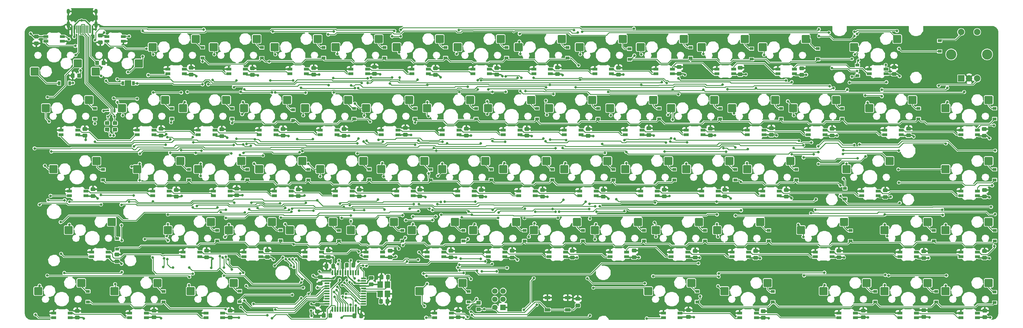
<source format=gbr>
%TF.GenerationSoftware,KiCad,Pcbnew,(6.0.8)*%
%TF.CreationDate,2023-04-08T01:55:33-04:00*%
%TF.ProjectId,keeb,6b656562-2e6b-4696-9361-645f70636258,rev?*%
%TF.SameCoordinates,Original*%
%TF.FileFunction,Copper,L2,Bot*%
%TF.FilePolarity,Positive*%
%FSLAX46Y46*%
G04 Gerber Fmt 4.6, Leading zero omitted, Abs format (unit mm)*
G04 Created by KiCad (PCBNEW (6.0.8)) date 2023-04-08 01:55:33*
%MOMM*%
%LPD*%
G01*
G04 APERTURE LIST*
G04 Aperture macros list*
%AMRoundRect*
0 Rectangle with rounded corners*
0 $1 Rounding radius*
0 $2 $3 $4 $5 $6 $7 $8 $9 X,Y pos of 4 corners*
0 Add a 4 corners polygon primitive as box body*
4,1,4,$2,$3,$4,$5,$6,$7,$8,$9,$2,$3,0*
0 Add four circle primitives for the rounded corners*
1,1,$1+$1,$2,$3*
1,1,$1+$1,$4,$5*
1,1,$1+$1,$6,$7*
1,1,$1+$1,$8,$9*
0 Add four rect primitives between the rounded corners*
20,1,$1+$1,$2,$3,$4,$5,0*
20,1,$1+$1,$4,$5,$6,$7,0*
20,1,$1+$1,$6,$7,$8,$9,0*
20,1,$1+$1,$8,$9,$2,$3,0*%
G04 Aperture macros list end*
%TA.AperFunction,SMDPad,CuDef*%
%ADD10R,1.700000X1.000000*%
%TD*%
%TA.AperFunction,SMDPad,CuDef*%
%ADD11RoundRect,0.254000X1.016000X1.016000X-1.016000X1.016000X-1.016000X-1.016000X1.016000X-1.016000X0*%
%TD*%
%TA.AperFunction,SMDPad,CuDef*%
%ADD12RoundRect,0.250000X-0.475000X0.337500X-0.475000X-0.337500X0.475000X-0.337500X0.475000X0.337500X0*%
%TD*%
%TA.AperFunction,ComponentPad*%
%ADD13C,1.700000*%
%TD*%
%TA.AperFunction,ComponentPad*%
%ADD14R,1.700000X1.700000*%
%TD*%
%TA.AperFunction,SMDPad,CuDef*%
%ADD15RoundRect,0.082000X0.718000X-0.328000X0.718000X0.328000X-0.718000X0.328000X-0.718000X-0.328000X0*%
%TD*%
%TA.AperFunction,SMDPad,CuDef*%
%ADD16RoundRect,0.082000X-0.718000X0.328000X-0.718000X-0.328000X0.718000X-0.328000X0.718000X0.328000X0*%
%TD*%
%TA.AperFunction,ComponentPad*%
%ADD17C,2.000000*%
%TD*%
%TA.AperFunction,ComponentPad*%
%ADD18C,3.200000*%
%TD*%
%TA.AperFunction,ComponentPad*%
%ADD19R,2.000000X2.000000*%
%TD*%
%TA.AperFunction,SMDPad,CuDef*%
%ADD20R,1.200000X0.900000*%
%TD*%
%TA.AperFunction,SMDPad,CuDef*%
%ADD21RoundRect,0.250000X-0.350000X-0.450000X0.350000X-0.450000X0.350000X0.450000X-0.350000X0.450000X0*%
%TD*%
%TA.AperFunction,SMDPad,CuDef*%
%ADD22RoundRect,0.250000X0.475000X-0.337500X0.475000X0.337500X-0.475000X0.337500X-0.475000X-0.337500X0*%
%TD*%
%TA.AperFunction,SMDPad,CuDef*%
%ADD23RoundRect,0.254000X-1.016000X-1.016000X1.016000X-1.016000X1.016000X1.016000X-1.016000X1.016000X0*%
%TD*%
%TA.AperFunction,SMDPad,CuDef*%
%ADD24RoundRect,0.250000X0.337500X0.475000X-0.337500X0.475000X-0.337500X-0.475000X0.337500X-0.475000X0*%
%TD*%
%TA.AperFunction,SMDPad,CuDef*%
%ADD25RoundRect,0.250000X-0.450000X0.350000X-0.450000X-0.350000X0.450000X-0.350000X0.450000X0.350000X0*%
%TD*%
%TA.AperFunction,SMDPad,CuDef*%
%ADD26R,0.700000X1.000000*%
%TD*%
%TA.AperFunction,SMDPad,CuDef*%
%ADD27R,0.700000X0.600000*%
%TD*%
%TA.AperFunction,SMDPad,CuDef*%
%ADD28RoundRect,0.250000X0.350000X0.450000X-0.350000X0.450000X-0.350000X-0.450000X0.350000X-0.450000X0*%
%TD*%
%TA.AperFunction,SMDPad,CuDef*%
%ADD29R,0.900000X1.200000*%
%TD*%
%TA.AperFunction,SMDPad,CuDef*%
%ADD30R,0.550000X1.500000*%
%TD*%
%TA.AperFunction,SMDPad,CuDef*%
%ADD31R,1.500000X0.550000*%
%TD*%
%TA.AperFunction,ComponentPad*%
%ADD32O,1.000000X1.600000*%
%TD*%
%TA.AperFunction,ComponentPad*%
%ADD33O,1.000000X2.100000*%
%TD*%
%TA.AperFunction,SMDPad,CuDef*%
%ADD34R,0.600000X2.450000*%
%TD*%
%TA.AperFunction,SMDPad,CuDef*%
%ADD35R,0.300000X2.450000*%
%TD*%
%TA.AperFunction,SMDPad,CuDef*%
%ADD36RoundRect,0.250000X-0.337500X-0.475000X0.337500X-0.475000X0.337500X0.475000X-0.337500X0.475000X0*%
%TD*%
%TA.AperFunction,SMDPad,CuDef*%
%ADD37R,1.800000X2.100000*%
%TD*%
%TA.AperFunction,ViaPad*%
%ADD38C,0.800000*%
%TD*%
%TA.AperFunction,Conductor*%
%ADD39C,0.250000*%
%TD*%
%TA.AperFunction,Conductor*%
%ADD40C,0.381000*%
%TD*%
%TA.AperFunction,Conductor*%
%ADD41C,0.200000*%
%TD*%
G04 APERTURE END LIST*
D10*
%TO.P,SW1,1,A*%
%TO.N,GND*%
X231800000Y-156700000D03*
X225500000Y-156700000D03*
%TO.P,SW1,2,B*%
%TO.N,RESET*%
X225500000Y-160500000D03*
X231800000Y-160500000D03*
%TD*%
D11*
%TO.P,SW16,2,2*%
%TO.N,COL4*%
X321261250Y-78422500D03*
%TO.P,SW16,1,1*%
%TO.N,Net-(D108-Pad2)*%
X334723250Y-75882500D03*
%TD*%
D12*
%TO.P,C30,2*%
%TO.N,+5V*%
X257150000Y-105875000D03*
%TO.P,C30,1*%
%TO.N,GND*%
X257150000Y-103800000D03*
%TD*%
D13*
%TO.P,J1,1,MISO*%
%TO.N,MISO*%
X209088500Y-154622500D03*
%TO.P,J1,2,VCC*%
%TO.N,+5V*%
X211628500Y-154622500D03*
%TO.P,J1,3,SCK*%
%TO.N,SCK*%
X209088500Y-157162500D03*
%TO.P,J1,4,MOSI*%
%TO.N,MOSI*%
X211628500Y-157162500D03*
%TO.P,J1,5,~{RST}*%
%TO.N,RESET*%
X209088500Y-159702500D03*
D14*
%TO.P,J1,6,GND*%
%TO.N,GND*%
X211628500Y-159702500D03*
%TD*%
D15*
%TO.P,D56,1,VDD*%
%TO.N,+5V*%
X288350000Y-143942500D03*
%TO.P,D56,2,DOUT*%
%TO.N,Net-(D56-Pad2)*%
X288350000Y-142442500D03*
%TO.P,D56,3,VSS*%
%TO.N,GND*%
X283150000Y-142442500D03*
%TO.P,D56,4,DIN*%
%TO.N,Net-(D55-Pad2)*%
X283150000Y-143942500D03*
%TD*%
%TO.P,D36,1,VDD*%
%TO.N,+5V*%
X164491000Y-124892500D03*
%TO.P,D36,2,DOUT*%
%TO.N,Net-(D36-Pad2)*%
X164491000Y-123392500D03*
%TO.P,D36,3,VSS*%
%TO.N,GND*%
X159291000Y-123392500D03*
%TO.P,D36,4,DIN*%
%TO.N,Net-(D35-Pad2)*%
X159291000Y-124892500D03*
%TD*%
%TO.P,D20,1,VDD*%
%TO.N,+5V*%
X140712500Y-105842500D03*
%TO.P,D20,2,DOUT*%
%TO.N,Net-(D20-Pad2)*%
X140712500Y-104342500D03*
%TO.P,D20,3,VSS*%
%TO.N,GND*%
X135512500Y-104342500D03*
%TO.P,D20,4,DIN*%
%TO.N,Net-(D19-Pad2)*%
X135512500Y-105842500D03*
%TD*%
%TO.P,D42,1,VDD*%
%TO.N,+5V*%
X278825000Y-124892500D03*
%TO.P,D42,2,DOUT*%
%TO.N,Net-(D42-Pad2)*%
X278825000Y-123392500D03*
%TO.P,D42,3,VSS*%
%TO.N,GND*%
X273625000Y-123392500D03*
%TO.P,D42,4,DIN*%
%TO.N,Net-(D41-Pad2)*%
X273625000Y-124892500D03*
%TD*%
%TO.P,D24,1,VDD*%
%TO.N,+5V*%
X216912500Y-105842500D03*
%TO.P,D24,2,DOUT*%
%TO.N,Net-(D24-Pad2)*%
X216912500Y-104342500D03*
%TO.P,D24,3,VSS*%
%TO.N,GND*%
X211712500Y-104342500D03*
%TO.P,D24,4,DIN*%
%TO.N,Net-(D23-Pad2)*%
X211712500Y-105842500D03*
%TD*%
%TO.P,D33,1,VDD*%
%TO.N,+5V*%
X107375000Y-124892500D03*
%TO.P,D33,2,DOUT*%
%TO.N,Net-(D33-Pad2)*%
X107375000Y-123392500D03*
%TO.P,D33,3,VSS*%
%TO.N,GND*%
X102175000Y-123392500D03*
%TO.P,D33,4,DIN*%
%TO.N,Net-(D32-Pad2)*%
X102175000Y-124892500D03*
%TD*%
%TO.P,D46,1,VDD*%
%TO.N,+5V*%
X88325000Y-143942500D03*
%TO.P,D46,2,DOUT*%
%TO.N,Net-(D46-Pad2)*%
X88325000Y-142442500D03*
%TO.P,D46,3,VSS*%
%TO.N,GND*%
X83125000Y-142442500D03*
%TO.P,D46,4,DIN*%
%TO.N,D45*%
X83125000Y-143942500D03*
%TD*%
%TO.P,D68,1,VDD*%
%TO.N,+5V*%
X359787500Y-162992500D03*
%TO.P,D68,2,DOUT*%
%TO.N,unconnected-(D68-Pad2)*%
X359787500Y-161492500D03*
%TO.P,D68,3,VSS*%
%TO.N,GND*%
X354587500Y-161492500D03*
%TO.P,D68,4,DIN*%
%TO.N,Net-(D67-Pad2)*%
X354587500Y-162992500D03*
%TD*%
%TO.P,D43,1,VDD*%
%TO.N,+5V*%
X297875000Y-124892500D03*
%TO.P,D43,2,DOUT*%
%TO.N,Net-(D43-Pad2)*%
X297875000Y-123392500D03*
%TO.P,D43,3,VSS*%
%TO.N,GND*%
X292675000Y-123392500D03*
%TO.P,D43,4,DIN*%
%TO.N,Net-(D42-Pad2)*%
X292675000Y-124892500D03*
%TD*%
%TO.P,D55,1,VDD*%
%TO.N,+5V*%
X269327305Y-143942500D03*
%TO.P,D55,2,DOUT*%
%TO.N,Net-(D55-Pad2)*%
X269327305Y-142442500D03*
%TO.P,D55,3,VSS*%
%TO.N,GND*%
X264127305Y-142442500D03*
%TO.P,D55,4,DIN*%
%TO.N,Net-(D54-Pad2)*%
X264127305Y-143942500D03*
%TD*%
%TO.P,D37,1,VDD*%
%TO.N,+5V*%
X183575000Y-124892500D03*
%TO.P,D37,2,DOUT*%
%TO.N,Net-(D37-Pad2)*%
X183575000Y-123392500D03*
%TO.P,D37,3,VSS*%
%TO.N,GND*%
X178375000Y-123392500D03*
%TO.P,D37,4,DIN*%
%TO.N,Net-(D36-Pad2)*%
X178375000Y-124892500D03*
%TD*%
%TO.P,D58,1,VDD*%
%TO.N,+5V*%
X340737500Y-143942500D03*
%TO.P,D58,2,DOUT*%
%TO.N,Net-(D58-Pad2)*%
X340737500Y-142442500D03*
%TO.P,D58,3,VSS*%
%TO.N,GND*%
X335537500Y-142442500D03*
%TO.P,D58,4,DIN*%
%TO.N,Net-(D57-Pad2)*%
X335537500Y-143942500D03*
%TD*%
%TO.P,D25,1,VDD*%
%TO.N,+5V*%
X235977250Y-105842500D03*
%TO.P,D25,2,DOUT*%
%TO.N,Net-(D25-Pad2)*%
X235977250Y-104342500D03*
%TO.P,D25,3,VSS*%
%TO.N,GND*%
X230777250Y-104342500D03*
%TO.P,D25,4,DIN*%
%TO.N,Net-(D24-Pad2)*%
X230777250Y-105842500D03*
%TD*%
%TO.P,D61,1,VDD*%
%TO.N,+5V*%
X100246000Y-162992500D03*
%TO.P,D61,2,DOUT*%
%TO.N,Net-(D61-Pad2)*%
X100246000Y-161492500D03*
%TO.P,D61,3,VSS*%
%TO.N,GND*%
X95046000Y-161492500D03*
%TO.P,D61,4,DIN*%
%TO.N,Net-(D60-Pad2)*%
X95046000Y-162992500D03*
%TD*%
%TO.P,D5,1,VDD*%
%TO.N,+5V*%
X131202250Y-86792500D03*
%TO.P,D5,2,DOUT*%
%TO.N,Net-(D5-Pad2)*%
X131202250Y-85292500D03*
%TO.P,D5,3,VSS*%
%TO.N,GND*%
X126002250Y-85292500D03*
%TO.P,D5,4,DIN*%
%TO.N,Net-(D4-Pad2)*%
X126002250Y-86792500D03*
%TD*%
%TO.P,D34,1,VDD*%
%TO.N,+5V*%
X126391000Y-124892500D03*
%TO.P,D34,2,DOUT*%
%TO.N,Net-(D34-Pad2)*%
X126391000Y-123392500D03*
%TO.P,D34,3,VSS*%
%TO.N,GND*%
X121191000Y-123392500D03*
%TO.P,D34,4,DIN*%
%TO.N,Net-(D33-Pad2)*%
X121191000Y-124892500D03*
%TD*%
%TO.P,D31,1,VDD*%
%TO.N,+5V*%
X359787500Y-105842500D03*
%TO.P,D31,2,DOUT*%
%TO.N,D31*%
X359787500Y-104342500D03*
%TO.P,D31,3,VSS*%
%TO.N,GND*%
X354587500Y-104342500D03*
%TO.P,D31,4,DIN*%
%TO.N,Net-(D30-Pad2)*%
X354587500Y-105842500D03*
%TD*%
%TO.P,D10,1,VDD*%
%TO.N,+5V*%
X226437500Y-86792500D03*
%TO.P,D10,2,DOUT*%
%TO.N,Net-(D10-Pad2)*%
X226437500Y-85292500D03*
%TO.P,D10,3,VSS*%
%TO.N,GND*%
X221237500Y-85292500D03*
%TO.P,D10,4,DIN*%
%TO.N,Net-(D10-Pad4)*%
X221237500Y-86792500D03*
%TD*%
%TO.P,D44,1,VDD*%
%TO.N,+5V*%
X328797250Y-124892500D03*
%TO.P,D44,2,DOUT*%
%TO.N,Net-(D44-Pad2)*%
X328797250Y-123392500D03*
%TO.P,D44,3,VSS*%
%TO.N,GND*%
X323597250Y-123392500D03*
%TO.P,D44,4,DIN*%
%TO.N,Net-(D43-Pad2)*%
X323597250Y-124892500D03*
%TD*%
%TO.P,D19,1,VDD*%
%TO.N,+5V*%
X121677250Y-105842500D03*
%TO.P,D19,2,DOUT*%
%TO.N,Net-(D19-Pad2)*%
X121677250Y-104342500D03*
%TO.P,D19,3,VSS*%
%TO.N,GND*%
X116477250Y-104342500D03*
%TO.P,D19,4,DIN*%
%TO.N,Net-(D18-Pad2)*%
X116477250Y-105842500D03*
%TD*%
%TO.P,D48,1,VDD*%
%TO.N,+5V*%
X135964750Y-143942500D03*
%TO.P,D48,2,DOUT*%
%TO.N,Net-(D48-Pad2)*%
X135964750Y-142442500D03*
%TO.P,D48,3,VSS*%
%TO.N,GND*%
X130764750Y-142442500D03*
%TO.P,D48,4,DIN*%
%TO.N,Net-(D47-Pad2)*%
X130764750Y-143942500D03*
%TD*%
%TO.P,D47,1,VDD*%
%TO.N,+5V*%
X116914750Y-143942500D03*
%TO.P,D47,2,DOUT*%
%TO.N,Net-(D47-Pad2)*%
X116914750Y-142442500D03*
%TO.P,D47,3,VSS*%
%TO.N,GND*%
X111714750Y-142442500D03*
%TO.P,D47,4,DIN*%
%TO.N,Net-(D46-Pad2)*%
X111714750Y-143942500D03*
%TD*%
%TO.P,D66,1,VDD*%
%TO.N,+5V*%
X321687500Y-162992500D03*
%TO.P,D66,2,DOUT*%
%TO.N,Net-(D66-Pad2)*%
X321687500Y-161492500D03*
%TO.P,D66,3,VSS*%
%TO.N,GND*%
X316487500Y-161492500D03*
%TO.P,D66,4,DIN*%
%TO.N,Net-(D65-Pad2)*%
X316487500Y-162992500D03*
%TD*%
%TO.P,D41,1,VDD*%
%TO.N,+5V*%
X259775000Y-124892500D03*
%TO.P,D41,2,DOUT*%
%TO.N,Net-(D41-Pad2)*%
X259775000Y-123392500D03*
%TO.P,D41,3,VSS*%
%TO.N,GND*%
X254575000Y-123392500D03*
%TO.P,D41,4,DIN*%
%TO.N,Net-(D40-Pad2)*%
X254575000Y-124892500D03*
%TD*%
D16*
%TO.P,D2,1,VDD*%
%TO.N,+5V*%
X68837500Y-75132500D03*
%TO.P,D2,2,DOUT*%
%TO.N,Net-(D2-Pad2)*%
X68837500Y-76632500D03*
%TO.P,D2,3,VSS*%
%TO.N,GND*%
X74037500Y-76632500D03*
%TO.P,D2,4,DIN*%
%TO.N,LED*%
X74037500Y-75132500D03*
%TD*%
D15*
%TO.P,D53,1,VDD*%
%TO.N,+5V*%
X231200000Y-143942500D03*
%TO.P,D53,2,DOUT*%
%TO.N,Net-(D53-Pad2)*%
X231200000Y-142442500D03*
%TO.P,D53,3,VSS*%
%TO.N,GND*%
X226000000Y-142442500D03*
%TO.P,D53,4,DIN*%
%TO.N,Net-(D52-Pad2)*%
X226000000Y-143942500D03*
%TD*%
%TO.P,D21,1,VDD*%
%TO.N,+5V*%
X159777250Y-105842500D03*
%TO.P,D21,2,DOUT*%
%TO.N,Net-(D21-Pad2)*%
X159777250Y-104342500D03*
%TO.P,D21,3,VSS*%
%TO.N,GND*%
X154577250Y-104342500D03*
%TO.P,D21,4,DIN*%
%TO.N,Net-(D20-Pad2)*%
X154577250Y-105842500D03*
%TD*%
%TO.P,D63,1,VDD*%
%TO.N,+5V*%
X195496007Y-162992500D03*
%TO.P,D63,2,DOUT*%
%TO.N,Net-(D63-Pad2)*%
X195496007Y-161492500D03*
%TO.P,D63,3,VSS*%
%TO.N,GND*%
X190296007Y-161492500D03*
%TO.P,D63,4,DIN*%
%TO.N,Net-(D62-Pad2)*%
X190296007Y-162992500D03*
%TD*%
%TO.P,D6,1,VDD*%
%TO.N,+5V*%
X150252250Y-86792500D03*
%TO.P,D6,2,DOUT*%
%TO.N,Net-(D6-Pad2)*%
X150252250Y-85292500D03*
%TO.P,D6,3,VSS*%
%TO.N,GND*%
X145052250Y-85292500D03*
%TO.P,D6,4,DIN*%
%TO.N,Net-(D5-Pad2)*%
X145052250Y-86792500D03*
%TD*%
%TO.P,D18,1,VDD*%
%TO.N,+5V*%
X102627250Y-105842500D03*
%TO.P,D18,2,DOUT*%
%TO.N,Net-(D18-Pad2)*%
X102627250Y-104342500D03*
%TO.P,D18,3,VSS*%
%TO.N,GND*%
X97427250Y-104342500D03*
%TO.P,D18,4,DIN*%
%TO.N,Net-(D17-Pad2)*%
X97427250Y-105842500D03*
%TD*%
%TO.P,D54,1,VDD*%
%TO.N,+5V*%
X250250000Y-143942500D03*
%TO.P,D54,2,DOUT*%
%TO.N,Net-(D54-Pad2)*%
X250250000Y-142442500D03*
%TO.P,D54,3,VSS*%
%TO.N,GND*%
X245050000Y-142442500D03*
%TO.P,D54,4,DIN*%
%TO.N,Net-(D53-Pad2)*%
X245050000Y-143942500D03*
%TD*%
%TO.P,D32,1,VDD*%
%TO.N,+5V*%
X81403500Y-124892500D03*
%TO.P,D32,2,DOUT*%
%TO.N,Net-(D32-Pad2)*%
X81403500Y-123392500D03*
%TO.P,D32,3,VSS*%
%TO.N,GND*%
X76203500Y-123392500D03*
%TO.P,D32,4,DIN*%
%TO.N,D31*%
X76203500Y-124892500D03*
%TD*%
%TO.P,D27,1,VDD*%
%TO.N,+5V*%
X274062500Y-105842500D03*
%TO.P,D27,2,DOUT*%
%TO.N,Net-(D27-Pad2)*%
X274062500Y-104342500D03*
%TO.P,D27,3,VSS*%
%TO.N,GND*%
X268862500Y-104342500D03*
%TO.P,D27,4,DIN*%
%TO.N,Net-(D26-Pad2)*%
X268862500Y-105842500D03*
%TD*%
%TO.P,D12,1,VDD*%
%TO.N,+5V*%
X264552250Y-86792500D03*
%TO.P,D12,2,DOUT*%
%TO.N,Net-(D12-Pad2)*%
X264552250Y-85292500D03*
%TO.P,D12,3,VSS*%
%TO.N,GND*%
X259352250Y-85292500D03*
%TO.P,D12,4,DIN*%
%TO.N,Net-(D11-Pad2)*%
X259352250Y-86792500D03*
%TD*%
%TO.P,D30,1,VDD*%
%TO.N,+5V*%
X335989750Y-105842500D03*
%TO.P,D30,2,DOUT*%
%TO.N,Net-(D30-Pad2)*%
X335989750Y-104342500D03*
%TO.P,D30,3,VSS*%
%TO.N,GND*%
X330789750Y-104342500D03*
%TO.P,D30,4,DIN*%
%TO.N,Net-(D29-Pad2)*%
X330789750Y-105842500D03*
%TD*%
%TO.P,D22,1,VDD*%
%TO.N,+5V*%
X178812500Y-105842500D03*
%TO.P,D22,2,DOUT*%
%TO.N,Net-(D22-Pad2)*%
X178812500Y-104342500D03*
%TO.P,D22,3,VSS*%
%TO.N,GND*%
X173612500Y-104342500D03*
%TO.P,D22,4,DIN*%
%TO.N,Net-(D21-Pad2)*%
X173612500Y-105842500D03*
%TD*%
%TO.P,D50,1,VDD*%
%TO.N,+5V*%
X174050000Y-143942500D03*
%TO.P,D50,2,DOUT*%
%TO.N,Net-(D50-Pad2)*%
X174050000Y-142442500D03*
%TO.P,D50,3,VSS*%
%TO.N,GND*%
X168850000Y-142442500D03*
%TO.P,D50,4,DIN*%
%TO.N,Net-(D49-Pad2)*%
X168850000Y-143942500D03*
%TD*%
%TO.P,D62,1,VDD*%
%TO.N,+5V*%
X124058500Y-162992500D03*
%TO.P,D62,2,DOUT*%
%TO.N,Net-(D62-Pad2)*%
X124058500Y-161492500D03*
%TO.P,D62,3,VSS*%
%TO.N,GND*%
X118858500Y-161492500D03*
%TO.P,D62,4,DIN*%
%TO.N,Net-(D61-Pad2)*%
X118858500Y-162992500D03*
%TD*%
D16*
%TO.P,D3,1,VDD*%
%TO.N,+5V*%
X87902250Y-75132500D03*
%TO.P,D3,2,DOUT*%
%TO.N,Net-(D3-Pad2)*%
X87902250Y-76632500D03*
%TO.P,D3,3,VSS*%
%TO.N,GND*%
X93102250Y-76632500D03*
%TO.P,D3,4,DIN*%
%TO.N,Net-(D2-Pad2)*%
X93102250Y-75132500D03*
%TD*%
D15*
%TO.P,D11,1,VDD*%
%TO.N,+5V*%
X245502250Y-86792500D03*
%TO.P,D11,2,DOUT*%
%TO.N,Net-(D11-Pad2)*%
X245502250Y-85292500D03*
%TO.P,D11,3,VSS*%
%TO.N,GND*%
X240302250Y-85292500D03*
%TO.P,D11,4,DIN*%
%TO.N,Net-(D10-Pad2)*%
X240302250Y-86792500D03*
%TD*%
%TO.P,D26,1,VDD*%
%TO.N,+5V*%
X255012500Y-105842500D03*
%TO.P,D26,2,DOUT*%
%TO.N,Net-(D26-Pad2)*%
X255012500Y-104342500D03*
%TO.P,D26,3,VSS*%
%TO.N,GND*%
X249812500Y-104342500D03*
%TO.P,D26,4,DIN*%
%TO.N,Net-(D25-Pad2)*%
X249812500Y-105842500D03*
%TD*%
%TO.P,D35,1,VDD*%
%TO.N,+5V*%
X145441000Y-124892500D03*
%TO.P,D35,2,DOUT*%
%TO.N,Net-(D35-Pad2)*%
X145441000Y-123392500D03*
%TO.P,D35,3,VSS*%
%TO.N,GND*%
X140241000Y-123392500D03*
%TO.P,D35,4,DIN*%
%TO.N,Net-(D34-Pad2)*%
X140241000Y-124892500D03*
%TD*%
%TO.P,D14,1,VDD*%
%TO.N,+5V*%
X302652250Y-86792500D03*
%TO.P,D14,2,DOUT*%
%TO.N,Net-(D14-Pad2)*%
X302652250Y-85292500D03*
%TO.P,D14,3,VSS*%
%TO.N,GND*%
X297452250Y-85292500D03*
%TO.P,D14,4,DIN*%
%TO.N,Net-(D13-Pad2)*%
X297452250Y-86792500D03*
%TD*%
%TO.P,D4,1,VDD*%
%TO.N,+5V*%
X112137500Y-86792500D03*
%TO.P,D4,2,DOUT*%
%TO.N,Net-(D4-Pad2)*%
X112137500Y-85292500D03*
%TO.P,D4,3,VSS*%
%TO.N,GND*%
X106937500Y-85292500D03*
%TO.P,D4,4,DIN*%
%TO.N,Net-(D3-Pad2)*%
X106937500Y-86792500D03*
%TD*%
%TO.P,D57,1,VDD*%
%TO.N,+5V*%
X314363555Y-143942500D03*
%TO.P,D57,2,DOUT*%
%TO.N,Net-(D57-Pad2)*%
X314363555Y-142442500D03*
%TO.P,D57,3,VSS*%
%TO.N,GND*%
X309163555Y-142442500D03*
%TO.P,D57,4,DIN*%
%TO.N,Net-(D56-Pad2)*%
X309163555Y-143942500D03*
%TD*%
%TO.P,D28,1,VDD*%
%TO.N,+5V*%
X293112500Y-105842500D03*
%TO.P,D28,2,DOUT*%
%TO.N,Net-(D28-Pad2)*%
X293112500Y-104342500D03*
%TO.P,D28,3,VSS*%
%TO.N,GND*%
X287912500Y-104342500D03*
%TO.P,D28,4,DIN*%
%TO.N,Net-(D27-Pad2)*%
X287912500Y-105842500D03*
%TD*%
%TO.P,D59,1,VDD*%
%TO.N,+5V*%
X359787500Y-143942500D03*
%TO.P,D59,2,DOUT*%
%TO.N,D59*%
X359787500Y-142442500D03*
%TO.P,D59,3,VSS*%
%TO.N,GND*%
X354587500Y-142442500D03*
%TO.P,D59,4,DIN*%
%TO.N,Net-(D58-Pad2)*%
X354587500Y-143942500D03*
%TD*%
%TO.P,D38,1,VDD*%
%TO.N,+5V*%
X202625000Y-124892500D03*
%TO.P,D38,2,DOUT*%
%TO.N,Net-(D38-Pad2)*%
X202625000Y-123392500D03*
%TO.P,D38,3,VSS*%
%TO.N,GND*%
X197425000Y-123392500D03*
%TO.P,D38,4,DIN*%
%TO.N,Net-(D37-Pad2)*%
X197425000Y-124892500D03*
%TD*%
%TO.P,D67,1,VDD*%
%TO.N,+5V*%
X340737500Y-162992500D03*
%TO.P,D67,2,DOUT*%
%TO.N,Net-(D67-Pad2)*%
X340737500Y-161492500D03*
%TO.P,D67,3,VSS*%
%TO.N,GND*%
X335537500Y-161492500D03*
%TO.P,D67,4,DIN*%
%TO.N,Net-(D66-Pad2)*%
X335537500Y-162992500D03*
%TD*%
%TO.P,D15,1,VDD*%
%TO.N,+5V*%
X331212500Y-86792500D03*
%TO.P,D15,2,DOUT*%
%TO.N,D16*%
X331212500Y-85292500D03*
%TO.P,D15,3,VSS*%
%TO.N,GND*%
X326012500Y-85292500D03*
%TO.P,D15,4,DIN*%
%TO.N,Net-(D14-Pad2)*%
X326012500Y-86792500D03*
%TD*%
%TO.P,D64,1,VDD*%
%TO.N,+5V*%
X266918750Y-162992500D03*
%TO.P,D64,2,DOUT*%
%TO.N,Net-(D64-Pad2)*%
X266918750Y-161492500D03*
%TO.P,D64,3,VSS*%
%TO.N,GND*%
X261718750Y-161492500D03*
%TO.P,D64,4,DIN*%
%TO.N,Net-(D63-Pad2)*%
X261718750Y-162992500D03*
%TD*%
%TO.P,D9,1,VDD*%
%TO.N,+5V*%
X207402250Y-86792500D03*
%TO.P,D9,2,DOUT*%
%TO.N,Net-(D10-Pad4)*%
X207402250Y-85292500D03*
%TO.P,D9,3,VSS*%
%TO.N,GND*%
X202202250Y-85292500D03*
%TO.P,D9,4,DIN*%
%TO.N,Net-(D8-Pad2)*%
X202202250Y-86792500D03*
%TD*%
%TO.P,D29,1,VDD*%
%TO.N,+5V*%
X312162500Y-105842500D03*
%TO.P,D29,2,DOUT*%
%TO.N,Net-(D29-Pad2)*%
X312162500Y-104342500D03*
%TO.P,D29,3,VSS*%
%TO.N,GND*%
X306962500Y-104342500D03*
%TO.P,D29,4,DIN*%
%TO.N,Net-(D28-Pad2)*%
X306962500Y-105842500D03*
%TD*%
%TO.P,D23,1,VDD*%
%TO.N,+5V*%
X197862500Y-105842500D03*
%TO.P,D23,2,DOUT*%
%TO.N,Net-(D23-Pad2)*%
X197862500Y-104342500D03*
%TO.P,D23,3,VSS*%
%TO.N,GND*%
X192662500Y-104342500D03*
%TO.P,D23,4,DIN*%
%TO.N,Net-(D22-Pad2)*%
X192662500Y-105842500D03*
%TD*%
D17*
%TO.P,SW2,S2,S2*%
%TO.N,Net-(D103-Pad2)*%
X354687500Y-73712500D03*
%TO.P,SW2,S1,S1*%
%TO.N,COL9*%
X359687500Y-73712500D03*
D18*
%TO.P,SW2,MP*%
%TO.N,N/C*%
X362787500Y-80712500D03*
X351587500Y-80712500D03*
D17*
%TO.P,SW2,C,C*%
%TO.N,GND*%
X357187500Y-88212500D03*
%TO.P,SW2,B,B*%
%TO.N,RE1*%
X359687500Y-88212500D03*
D19*
%TO.P,SW2,A,A*%
%TO.N,RE2*%
X354687500Y-88212500D03*
%TD*%
D15*
%TO.P,D52,1,VDD*%
%TO.N,+5V*%
X212223805Y-143942500D03*
%TO.P,D52,2,DOUT*%
%TO.N,Net-(D52-Pad2)*%
X212223805Y-142442500D03*
%TO.P,D52,3,VSS*%
%TO.N,GND*%
X207023805Y-142442500D03*
%TO.P,D52,4,DIN*%
%TO.N,Net-(D51-Pad2)*%
X207023805Y-143942500D03*
%TD*%
%TO.P,D8,1,VDD*%
%TO.N,+5V*%
X188352250Y-86792500D03*
%TO.P,D8,2,DOUT*%
%TO.N,Net-(D8-Pad2)*%
X188352250Y-85292500D03*
%TO.P,D8,3,VSS*%
%TO.N,GND*%
X183152250Y-85292500D03*
%TO.P,D8,4,DIN*%
%TO.N,Net-(D7-Pad2)*%
X183152250Y-86792500D03*
%TD*%
%TO.P,D49,1,VDD*%
%TO.N,+5V*%
X155000000Y-143942500D03*
%TO.P,D49,2,DOUT*%
%TO.N,Net-(D49-Pad2)*%
X155000000Y-142442500D03*
%TO.P,D49,3,VSS*%
%TO.N,GND*%
X149800000Y-142442500D03*
%TO.P,D49,4,DIN*%
%TO.N,Net-(D48-Pad2)*%
X149800000Y-143942500D03*
%TD*%
%TO.P,D51,1,VDD*%
%TO.N,+5V*%
X193127305Y-143942500D03*
%TO.P,D51,2,DOUT*%
%TO.N,Net-(D51-Pad2)*%
X193127305Y-142442500D03*
%TO.P,D51,3,VSS*%
%TO.N,GND*%
X187927305Y-142442500D03*
%TO.P,D51,4,DIN*%
%TO.N,Net-(D50-Pad2)*%
X187927305Y-143942500D03*
%TD*%
%TO.P,D65,1,VDD*%
%TO.N,+5V*%
X290746000Y-162992500D03*
%TO.P,D65,2,DOUT*%
%TO.N,Net-(D65-Pad2)*%
X290746000Y-161492500D03*
%TO.P,D65,3,VSS*%
%TO.N,GND*%
X285546000Y-161492500D03*
%TO.P,D65,4,DIN*%
%TO.N,Net-(D64-Pad2)*%
X285546000Y-162992500D03*
%TD*%
%TO.P,D60,1,VDD*%
%TO.N,+5V*%
X76493250Y-162992500D03*
%TO.P,D60,2,DOUT*%
%TO.N,Net-(D60-Pad2)*%
X76493250Y-161492500D03*
%TO.P,D60,3,VSS*%
%TO.N,GND*%
X71293250Y-161492500D03*
%TO.P,D60,4,DIN*%
%TO.N,D59*%
X71293250Y-162992500D03*
%TD*%
%TO.P,D13,1,VDD*%
%TO.N,+5V*%
X283617000Y-86792500D03*
%TO.P,D13,2,DOUT*%
%TO.N,Net-(D13-Pad2)*%
X283617000Y-85292500D03*
%TO.P,D13,3,VSS*%
%TO.N,GND*%
X278417000Y-85292500D03*
%TO.P,D13,4,DIN*%
%TO.N,Net-(D12-Pad2)*%
X278417000Y-86792500D03*
%TD*%
%TO.P,D39,1,VDD*%
%TO.N,+5V*%
X221675000Y-124892500D03*
%TO.P,D39,2,DOUT*%
%TO.N,Net-(D39-Pad2)*%
X221675000Y-123392500D03*
%TO.P,D39,3,VSS*%
%TO.N,GND*%
X216475000Y-123392500D03*
%TO.P,D39,4,DIN*%
%TO.N,Net-(D38-Pad2)*%
X216475000Y-124892500D03*
%TD*%
%TO.P,D7,1,VDD*%
%TO.N,+5V*%
X169334000Y-86792500D03*
%TO.P,D7,2,DOUT*%
%TO.N,Net-(D7-Pad2)*%
X169334000Y-85292500D03*
%TO.P,D7,3,VSS*%
%TO.N,GND*%
X164134000Y-85292500D03*
%TO.P,D7,4,DIN*%
%TO.N,Net-(D6-Pad2)*%
X164134000Y-86792500D03*
%TD*%
%TO.P,D40,1,VDD*%
%TO.N,+5V*%
X240725000Y-124892500D03*
%TO.P,D40,2,DOUT*%
%TO.N,Net-(D40-Pad2)*%
X240725000Y-123392500D03*
%TO.P,D40,3,VSS*%
%TO.N,GND*%
X235525000Y-123392500D03*
%TO.P,D40,4,DIN*%
%TO.N,Net-(D39-Pad2)*%
X235525000Y-124892500D03*
%TD*%
%TO.P,D45,1,VDD*%
%TO.N,+5V*%
X359787500Y-124892500D03*
%TO.P,D45,2,DOUT*%
%TO.N,D45*%
X359787500Y-123392500D03*
%TO.P,D45,3,VSS*%
%TO.N,GND*%
X354587500Y-123392500D03*
%TO.P,D45,4,DIN*%
%TO.N,Net-(D44-Pad2)*%
X354587500Y-124892500D03*
%TD*%
%TO.P,D17,1,VDD*%
%TO.N,+5V*%
X78814750Y-105842500D03*
%TO.P,D17,2,DOUT*%
%TO.N,Net-(D17-Pad2)*%
X78814750Y-104342500D03*
%TO.P,D17,3,VSS*%
%TO.N,GND*%
X73614750Y-104342500D03*
%TO.P,D17,4,DIN*%
%TO.N,D16*%
X73614750Y-105842500D03*
%TD*%
D12*
%TO.P,C18,1*%
%TO.N,GND*%
X138050000Y-141937500D03*
%TO.P,C18,2*%
%TO.N,+5V*%
X138050000Y-144012500D03*
%TD*%
D11*
%TO.P,SW61,2,2*%
%TO.N,COL9*%
X90280000Y-154622500D03*
%TO.P,SW61,1,1*%
%TO.N,Net-(D153-Pad2)*%
X103742000Y-152082500D03*
%TD*%
D20*
%TO.P,D128,1,K*%
%TO.N,ROW3*%
X169828500Y-119856250D03*
%TO.P,D128,2,A*%
%TO.N,Net-(D128-Pad2)*%
X169828500Y-116556250D03*
%TD*%
D11*
%TO.P,SW50,2,2*%
%TO.N,COL8*%
X164111305Y-135572500D03*
%TO.P,SW50,1,1*%
%TO.N,Net-(D142-Pad2)*%
X177573305Y-133032500D03*
%TD*%
D21*
%TO.P,R6,1*%
%TO.N,GND*%
X155672996Y-162309750D03*
%TO.P,R6,2*%
%TO.N,Net-(R6-Pad2)*%
X157672996Y-162309750D03*
%TD*%
D12*
%TO.P,C43,1*%
%TO.N,GND*%
X247660000Y-84910000D03*
%TO.P,C43,2*%
%TO.N,+5V*%
X247660000Y-86985000D03*
%TD*%
D11*
%TO.P,SW57,2,2*%
%TO.N,COL5*%
X304651555Y-135572500D03*
%TO.P,SW57,1,1*%
%TO.N,Net-(D149-Pad2)*%
X318113555Y-133032500D03*
%TD*%
D20*
%TO.P,D100,1,K*%
%TO.N,ROW0*%
X193689750Y-81818750D03*
%TO.P,D100,2,A*%
%TO.N,Net-(D100-Pad2)*%
X193689750Y-78518750D03*
%TD*%
D11*
%TO.P,SW38,2,2*%
%TO.N,COL6*%
X192659000Y-116522500D03*
%TO.P,SW38,1,1*%
%TO.N,Net-(D130-Pad2)*%
X206121000Y-113982500D03*
%TD*%
%TO.P,SW31,2,2*%
%TO.N,COL9*%
X349821500Y-97472500D03*
%TO.P,SW31,1,1*%
%TO.N,Net-(D123-Pad2)*%
X363283500Y-94932500D03*
%TD*%
D22*
%TO.P,C15,1*%
%TO.N,GND*%
X85850000Y-76925000D03*
%TO.P,C15,2*%
%TO.N,+5V*%
X85850000Y-74850000D03*
%TD*%
D11*
%TO.P,SW5,2,2*%
%TO.N,COL2*%
X102186250Y-78422500D03*
%TO.P,SW5,1,1*%
%TO.N,Net-(D96-Pad2)*%
X115648250Y-75882500D03*
%TD*%
D20*
%TO.P,D138,1,K*%
%TO.N,ROW4*%
X91150000Y-141550000D03*
%TO.P,D138,2,A*%
%TO.N,Net-(D138-Pad2)*%
X91150000Y-138250000D03*
%TD*%
D12*
%TO.P,C62,1*%
%TO.N,GND*%
X102650000Y-160750000D03*
%TO.P,C62,2*%
%TO.N,+5V*%
X102650000Y-162825000D03*
%TD*%
D20*
%TO.P,D140,1,K*%
%TO.N,ROW4*%
X142153555Y-138887500D03*
%TO.P,D140,2,A*%
%TO.N,Net-(D140-Pad2)*%
X142153555Y-135587500D03*
%TD*%
D12*
%TO.P,C42,1*%
%TO.N,GND*%
X204800000Y-123050000D03*
%TO.P,C42,2*%
%TO.N,+5V*%
X204800000Y-125125000D03*
%TD*%
D11*
%TO.P,SW46,2,2*%
%TO.N,COL4*%
X75992500Y-135572500D03*
%TO.P,SW46,1,1*%
%TO.N,Net-(D138-Pad2)*%
X89454500Y-133032500D03*
%TD*%
D20*
%TO.P,D117,1,K*%
%TO.N,ROW2*%
X241314750Y-100868750D03*
%TO.P,D117,2,A*%
%TO.N,Net-(D117-Pad2)*%
X241314750Y-97568750D03*
%TD*%
D12*
%TO.P,C60,1*%
%TO.N,GND*%
X119050000Y-142000000D03*
%TO.P,C60,2*%
%TO.N,+5V*%
X119050000Y-144075000D03*
%TD*%
D11*
%TO.P,SW54,2,2*%
%TO.N,COL2*%
X240311305Y-135572500D03*
%TO.P,SW54,1,1*%
%TO.N,Net-(D146-Pad2)*%
X253773305Y-133032500D03*
%TD*%
D12*
%TO.P,C35,1*%
%TO.N,GND*%
X316550000Y-142000000D03*
%TO.P,C35,2*%
%TO.N,+5V*%
X316550000Y-144075000D03*
%TD*%
%TO.P,C33,1*%
%TO.N,GND*%
X343050000Y-142250000D03*
%TO.P,C33,2*%
%TO.N,+5V*%
X343050000Y-144325000D03*
%TD*%
D21*
%TO.P,R4,1*%
%TO.N,GND*%
X77278500Y-87312500D03*
%TO.P,R4,2*%
%TO.N,Net-(R4-Pad2)*%
X79278500Y-87312500D03*
%TD*%
D12*
%TO.P,C59,1*%
%TO.N,GND*%
X276400000Y-103900000D03*
%TO.P,C59,2*%
%TO.N,+5V*%
X276400000Y-105975000D03*
%TD*%
D11*
%TO.P,SW22,2,2*%
%TO.N,COL0*%
X168861250Y-97472500D03*
%TO.P,SW22,1,1*%
%TO.N,Net-(D114-Pad2)*%
X182323250Y-94932500D03*
%TD*%
D20*
%TO.P,D121,1,K*%
%TO.N,ROW2*%
X317514750Y-100868750D03*
%TO.P,D121,2,A*%
%TO.N,Net-(D121-Pad2)*%
X317514750Y-97568750D03*
%TD*%
D11*
%TO.P,SW28,2,2*%
%TO.N,COL6*%
X283146500Y-97472500D03*
%TO.P,SW28,1,1*%
%TO.N,Net-(D120-Pad2)*%
X296608500Y-94932500D03*
%TD*%
%TO.P,SW42,2,2*%
%TO.N,COL0*%
X268859000Y-116522500D03*
%TO.P,SW42,1,1*%
%TO.N,Net-(D134-Pad2)*%
X282321000Y-113982500D03*
%TD*%
%TO.P,SW39,2,2*%
%TO.N,COL7*%
X211709000Y-116522500D03*
%TO.P,SW39,1,1*%
%TO.N,Net-(D131-Pad2)*%
X225171000Y-113982500D03*
%TD*%
D20*
%TO.P,D134,1,K*%
%TO.N,ROW4*%
X284128500Y-119918750D03*
%TO.P,D134,2,A*%
%TO.N,Net-(D134-Pad2)*%
X284128500Y-116618750D03*
%TD*%
D11*
%TO.P,SW55,2,2*%
%TO.N,COL3*%
X259361305Y-135572500D03*
%TO.P,SW55,1,1*%
%TO.N,Net-(D147-Pad2)*%
X272823305Y-133032500D03*
%TD*%
D12*
%TO.P,C44,1*%
%TO.N,GND*%
X142950000Y-104000000D03*
%TO.P,C44,2*%
%TO.N,+5V*%
X142950000Y-106075000D03*
%TD*%
D20*
%TO.P,D124,1,K*%
%TO.N,ROW3*%
X86741000Y-119981250D03*
%TO.P,D124,2,A*%
%TO.N,Net-(D124-Pad2)*%
X86741000Y-116681250D03*
%TD*%
D23*
%TO.P,SW4,2,2*%
%TO.N,COL1*%
X97868250Y-83502500D03*
%TO.P,SW4,1,1*%
%TO.N,Net-(D95-Pad2)*%
X84406250Y-86042500D03*
%TD*%
D12*
%TO.P,C14,1*%
%TO.N,GND*%
X324100000Y-160750000D03*
%TO.P,C14,2*%
%TO.N,+5V*%
X324100000Y-162825000D03*
%TD*%
D20*
%TO.P,D125,1,K*%
%TO.N,ROW3*%
X113521000Y-119918750D03*
%TO.P,D125,2,A*%
%TO.N,Net-(D125-Pad2)*%
X113521000Y-116618750D03*
%TD*%
D11*
%TO.P,SW36,2,2*%
%TO.N,COL4*%
X154525000Y-116522500D03*
%TO.P,SW36,1,1*%
%TO.N,Net-(D128-Pad2)*%
X167987000Y-113982500D03*
%TD*%
D20*
%TO.P,D150,1,K*%
%TO.N,ROW5*%
X346102305Y-139031250D03*
%TO.P,D150,2,A*%
%TO.N,Net-(D150-Pad2)*%
X346102305Y-135731250D03*
%TD*%
D11*
%TO.P,SW30,2,2*%
%TO.N,COL8*%
X326009000Y-97472500D03*
%TO.P,SW30,1,1*%
%TO.N,Net-(D122-Pad2)*%
X339471000Y-94932500D03*
%TD*%
%TO.P,SW59,2,2*%
%TO.N,COL7*%
X349821500Y-135572500D03*
%TO.P,SW59,1,1*%
%TO.N,Net-(D151-Pad2)*%
X363283500Y-133032500D03*
%TD*%
D24*
%TO.P,C8,1*%
%TO.N,+5V*%
X158573167Y-146842664D03*
%TO.P,C8,2*%
%TO.N,GND*%
X156498167Y-146842664D03*
%TD*%
D12*
%TO.P,C22,1*%
%TO.N,GND*%
X361900000Y-104062500D03*
%TO.P,C22,2*%
%TO.N,+5V*%
X361900000Y-106137500D03*
%TD*%
D11*
%TO.P,SW66,2,2*%
%TO.N,COL4*%
X311721500Y-154622500D03*
%TO.P,SW66,1,1*%
%TO.N,Net-(D158-Pad2)*%
X325183500Y-152082500D03*
%TD*%
D12*
%TO.P,C10,1*%
%TO.N,GND*%
X104850000Y-103975000D03*
%TO.P,C10,2*%
%TO.N,+5V*%
X104850000Y-106050000D03*
%TD*%
D11*
%TO.P,SW6,2,2*%
%TO.N,COL3*%
X121236250Y-78422500D03*
%TO.P,SW6,1,1*%
%TO.N,Net-(D97-Pad2)*%
X134698250Y-75882500D03*
%TD*%
D12*
%TO.P,C65,1*%
%TO.N,GND*%
X285710000Y-84882500D03*
%TO.P,C65,2*%
%TO.N,+5V*%
X285710000Y-86957500D03*
%TD*%
D11*
%TO.P,SW60,2,2*%
%TO.N,COL8*%
X66467500Y-154622500D03*
%TO.P,SW60,1,1*%
%TO.N,Net-(D152-Pad2)*%
X79929500Y-152082500D03*
%TD*%
%TO.P,SW29,2,2*%
%TO.N,COL7*%
X302196500Y-97472500D03*
%TO.P,SW29,1,1*%
%TO.N,Net-(D121-Pad2)*%
X315658500Y-94932500D03*
%TD*%
D20*
%TO.P,D97,1,K*%
%TO.N,ROW0*%
X136317500Y-81881250D03*
%TO.P,D97,2,A*%
%TO.N,Net-(D97-Pad2)*%
X136317500Y-78581250D03*
%TD*%
D11*
%TO.P,SW67,2,2*%
%TO.N,COL5*%
X330771500Y-154622500D03*
%TO.P,SW67,1,1*%
%TO.N,Net-(D159-Pad2)*%
X344233500Y-152082500D03*
%TD*%
D20*
%TO.P,D151,1,K*%
%TO.N,ROW5*%
X365152305Y-138968750D03*
%TO.P,D151,2,A*%
%TO.N,Net-(D151-Pad2)*%
X365152305Y-135668750D03*
%TD*%
%TO.P,D112,1,K*%
%TO.N,ROW1*%
X146064750Y-101312500D03*
%TO.P,D112,2,A*%
%TO.N,Net-(D112-Pad2)*%
X146064750Y-98012500D03*
%TD*%
%TO.P,D131,1,K*%
%TO.N,ROW3*%
X226978500Y-119918750D03*
%TO.P,D131,2,A*%
%TO.N,Net-(D131-Pad2)*%
X226978500Y-116618750D03*
%TD*%
D11*
%TO.P,SW37,2,2*%
%TO.N,COL5*%
X173609000Y-116522500D03*
%TO.P,SW37,1,1*%
%TO.N,Net-(D129-Pad2)*%
X187071000Y-113982500D03*
%TD*%
D12*
%TO.P,C66,1*%
%TO.N,GND*%
X83610000Y-122850000D03*
%TO.P,C66,2*%
%TO.N,+5V*%
X83610000Y-124925000D03*
%TD*%
D11*
%TO.P,SW14,2,2*%
%TO.N,COL2*%
X273636250Y-78422500D03*
%TO.P,SW14,1,1*%
%TO.N,Net-(D106-Pad2)*%
X287098250Y-75882500D03*
%TD*%
D12*
%TO.P,C11,1*%
%TO.N,GND*%
X362000000Y-123050000D03*
%TO.P,C11,2*%
%TO.N,+5V*%
X362000000Y-125125000D03*
%TD*%
D11*
%TO.P,SW51,2,2*%
%TO.N,COL9*%
X183161305Y-135572500D03*
%TO.P,SW51,1,1*%
%TO.N,Net-(D143-Pad2)*%
X196623305Y-133032500D03*
%TD*%
D12*
%TO.P,C64,1*%
%TO.N,GND*%
X181150000Y-103712500D03*
%TO.P,C64,2*%
%TO.N,+5V*%
X181150000Y-105787500D03*
%TD*%
D22*
%TO.P,C20,1*%
%TO.N,GND*%
X65896000Y-77237500D03*
%TO.P,C20,2*%
%TO.N,+5V*%
X65896000Y-75162500D03*
%TD*%
D11*
%TO.P,SW7,2,2*%
%TO.N,COL4*%
X140286250Y-78422500D03*
%TO.P,SW7,1,1*%
%TO.N,Net-(D98-Pad2)*%
X153748250Y-75882500D03*
%TD*%
D20*
%TO.P,D149,1,K*%
%TO.N,ROW5*%
X320113805Y-139031250D03*
%TO.P,D149,2,A*%
%TO.N,Net-(D149-Pad2)*%
X320113805Y-135731250D03*
%TD*%
D11*
%TO.P,SW53,2,2*%
%TO.N,COL1*%
X221261305Y-135572500D03*
%TO.P,SW53,1,1*%
%TO.N,Net-(D145-Pad2)*%
X234723305Y-133032500D03*
%TD*%
%TO.P,SW58,2,2*%
%TO.N,COL6*%
X330771500Y-135572500D03*
%TO.P,SW58,1,1*%
%TO.N,Net-(D150-Pad2)*%
X344233500Y-133032500D03*
%TD*%
D20*
%TO.P,D118,1,K*%
%TO.N,ROW2*%
X260364750Y-100868750D03*
%TO.P,D118,2,A*%
%TO.N,Net-(D118-Pad2)*%
X260364750Y-97568750D03*
%TD*%
D12*
%TO.P,C32,1*%
%TO.N,GND*%
X343000000Y-160612500D03*
%TO.P,C32,2*%
%TO.N,+5V*%
X343000000Y-162687500D03*
%TD*%
D11*
%TO.P,SW26,2,2*%
%TO.N,COL4*%
X245061250Y-97472500D03*
%TO.P,SW26,1,1*%
%TO.N,Net-(D118-Pad2)*%
X258523250Y-94932500D03*
%TD*%
D20*
%TO.P,D155,1,K*%
%TO.N,ROW6*%
X200833500Y-158081250D03*
%TO.P,D155,2,A*%
%TO.N,Net-(D155-Pad2)*%
X200833500Y-154781250D03*
%TD*%
%TO.P,D107,1,K*%
%TO.N,ROW1*%
X309880625Y-82200000D03*
%TO.P,D107,2,A*%
%TO.N,Net-(D107-Pad2)*%
X309880625Y-78900000D03*
%TD*%
%TO.P,D110,1,K*%
%TO.N,ROW1*%
X108218750Y-100868750D03*
%TO.P,D110,2,A*%
%TO.N,Net-(D110-Pad2)*%
X108218750Y-97568750D03*
%TD*%
D12*
%TO.P,C28,1*%
%TO.N,GND*%
X280900000Y-122950000D03*
%TO.P,C28,2*%
%TO.N,+5V*%
X280900000Y-125025000D03*
%TD*%
D11*
%TO.P,SW33,2,2*%
%TO.N,COL1*%
X97423750Y-116522500D03*
%TO.P,SW33,1,1*%
%TO.N,Net-(D125-Pad2)*%
X110885750Y-113982500D03*
%TD*%
D12*
%TO.P,C52,1*%
%TO.N,GND*%
X300050000Y-123062500D03*
%TO.P,C52,2*%
%TO.N,+5V*%
X300050000Y-125137500D03*
%TD*%
D11*
%TO.P,SW8,2,2*%
%TO.N,COL5*%
X159368000Y-78422500D03*
%TO.P,SW8,1,1*%
%TO.N,Net-(D99-Pad2)*%
X172830000Y-75882500D03*
%TD*%
D12*
%TO.P,C16,1*%
%TO.N,GND*%
X223950000Y-123062500D03*
%TO.P,C16,2*%
%TO.N,+5V*%
X223950000Y-125137500D03*
%TD*%
%TO.P,C34,1*%
%TO.N,GND*%
X123830000Y-104142500D03*
%TO.P,C34,2*%
%TO.N,+5V*%
X123830000Y-106217500D03*
%TD*%
D11*
%TO.P,SW27,2,2*%
%TO.N,COL5*%
X264111250Y-97472500D03*
%TO.P,SW27,1,1*%
%TO.N,Net-(D119-Pad2)*%
X277573250Y-94932500D03*
%TD*%
D25*
%TO.P,R2,1*%
%TO.N,Net-(D1-Pad2)*%
X90450000Y-102200000D03*
%TO.P,R2,2*%
%TO.N,D+*%
X90450000Y-104200000D03*
%TD*%
D20*
%TO.P,D106,1,K*%
%TO.N,ROW1*%
X289243125Y-82200000D03*
%TO.P,D106,2,A*%
%TO.N,Net-(D106-Pad2)*%
X289243125Y-78900000D03*
%TD*%
D12*
%TO.P,C9,1*%
%TO.N,GND*%
X126450000Y-160762500D03*
%TO.P,C9,2*%
%TO.N,+5V*%
X126450000Y-162837500D03*
%TD*%
%TO.P,C54,1*%
%TO.N,GND*%
X81050000Y-104000000D03*
%TO.P,C54,2*%
%TO.N,+5V*%
X81050000Y-106075000D03*
%TD*%
D20*
%TO.P,D104,1,K*%
%TO.N,ROW1*%
X251143125Y-82262500D03*
%TO.P,D104,2,A*%
%TO.N,Net-(D104-Pad2)*%
X251143125Y-78962500D03*
%TD*%
D26*
%TO.P,D1,1,GND*%
%TO.N,GND*%
X90273167Y-98391464D03*
D27*
%TO.P,D1,2,I/O_1*%
%TO.N,Net-(D1-Pad2)*%
X90273167Y-100091464D03*
%TO.P,D1,3,I/O_2*%
%TO.N,Net-(D1-Pad3)*%
X88273167Y-100091464D03*
%TO.P,D1,4,VCC*%
%TO.N,+5V*%
X88273167Y-98191464D03*
%TD*%
D11*
%TO.P,SW64,2,2*%
%TO.N,COL2*%
X256967500Y-154622500D03*
%TO.P,SW64,1,1*%
%TO.N,Net-(D156-Pad2)*%
X270429500Y-152082500D03*
%TD*%
D12*
%TO.P,C6,1*%
%TO.N,+5V*%
X170500000Y-150502500D03*
%TO.P,C6,2*%
%TO.N,GND*%
X170500000Y-152577500D03*
%TD*%
D20*
%TO.P,D148,1,K*%
%TO.N,ROW5*%
X294555055Y-138968750D03*
%TO.P,D148,2,A*%
%TO.N,Net-(D148-Pad2)*%
X294555055Y-135668750D03*
%TD*%
D11*
%TO.P,SW9,2,2*%
%TO.N,COL6*%
X178386250Y-78422500D03*
%TO.P,SW9,1,1*%
%TO.N,Net-(D100-Pad2)*%
X191848250Y-75882500D03*
%TD*%
D12*
%TO.P,C41,1*%
%TO.N,GND*%
X78650000Y-160800000D03*
%TO.P,C41,2*%
%TO.N,+5V*%
X78650000Y-162875000D03*
%TD*%
D28*
%TO.P,R3,1*%
%TO.N,GND*%
X86891917Y-83343750D03*
%TO.P,R3,2*%
%TO.N,Net-(R3-Pad2)*%
X84891917Y-83343750D03*
%TD*%
D20*
%TO.P,D130,1,K*%
%TO.N,ROW3*%
X207928500Y-119918750D03*
%TO.P,D130,2,A*%
%TO.N,Net-(D130-Pad2)*%
X207928500Y-116618750D03*
%TD*%
%TO.P,D98,1,K*%
%TO.N,ROW0*%
X155589750Y-81818750D03*
%TO.P,D98,2,A*%
%TO.N,Net-(D98-Pad2)*%
X155589750Y-78518750D03*
%TD*%
D11*
%TO.P,SW45,2,2*%
%TO.N,COL3*%
X349821500Y-116522500D03*
%TO.P,SW45,1,1*%
%TO.N,Net-(D137-Pad2)*%
X363283500Y-113982500D03*
%TD*%
D29*
%TO.P,D94,1,K*%
%TO.N,ROW0*%
X76277250Y-89693750D03*
%TO.P,D94,2,A*%
%TO.N,Net-(D94-Pad2)*%
X72977250Y-89693750D03*
%TD*%
D24*
%TO.P,C2,1*%
%TO.N,XTAL2*%
X175710667Y-150216464D03*
%TO.P,C2,2*%
%TO.N,GND*%
X173635667Y-150216464D03*
%TD*%
D22*
%TO.P,C23,1*%
%TO.N,RESET*%
X234950000Y-159125000D03*
%TO.P,C23,2*%
%TO.N,GND*%
X234950000Y-157050000D03*
%TD*%
D11*
%TO.P,SW13,2,2*%
%TO.N,COL1*%
X254586250Y-78422500D03*
%TO.P,SW13,1,1*%
%TO.N,Net-(D105-Pad2)*%
X268048250Y-75882500D03*
%TD*%
D30*
%TO.P,U1,1,PE6*%
%TO.N,COL5*%
X158392750Y-148933500D03*
%TO.P,U1,2,UVCC*%
%TO.N,+5V*%
X159192750Y-148933500D03*
%TO.P,U1,3,D-*%
%TO.N,D-*%
X159992750Y-148933500D03*
%TO.P,U1,4,D+*%
%TO.N,D+*%
X160792750Y-148933500D03*
%TO.P,U1,5,UGND*%
%TO.N,GND*%
X161592750Y-148933500D03*
%TO.P,U1,6,UCAP*%
%TO.N,Net-(C3-Pad1)*%
X162392750Y-148933500D03*
%TO.P,U1,7,VBUS*%
%TO.N,+5V*%
X163192750Y-148933500D03*
%TO.P,U1,8,PB0*%
%TO.N,LED*%
X163992750Y-148933500D03*
%TO.P,U1,9,PB1*%
%TO.N,SCK*%
X164792750Y-148933500D03*
%TO.P,U1,10,PB2*%
%TO.N,MOSI*%
X165592750Y-148933500D03*
%TO.P,U1,11,PB3*%
%TO.N,MISO*%
X166392750Y-148933500D03*
D31*
%TO.P,U1,12,PB7*%
%TO.N,ROW3*%
X168092750Y-150633500D03*
%TO.P,U1,13,~{RESET}*%
%TO.N,RESET*%
X168092750Y-151433500D03*
%TO.P,U1,14,VCC*%
%TO.N,+5V*%
X168092750Y-152233500D03*
%TO.P,U1,15,GND*%
%TO.N,GND*%
X168092750Y-153033500D03*
%TO.P,U1,16,XTAL2*%
%TO.N,XTAL2*%
X168092750Y-153833500D03*
%TO.P,U1,17,XTAL1*%
%TO.N,XTAL1*%
X168092750Y-154633500D03*
%TO.P,U1,18,PD0*%
%TO.N,RE2*%
X168092750Y-155433500D03*
%TO.P,U1,19,PD1*%
%TO.N,COL9*%
X168092750Y-156233500D03*
%TO.P,U1,20,PD2*%
%TO.N,RE1*%
X168092750Y-157033500D03*
%TO.P,U1,21,PD3*%
%TO.N,COL2*%
X168092750Y-157833500D03*
%TO.P,U1,22,PD5*%
%TO.N,ROW6*%
X168092750Y-158633500D03*
D30*
%TO.P,U1,23,GND*%
%TO.N,GND*%
X166392750Y-160333500D03*
%TO.P,U1,24,AVCC*%
%TO.N,+5V*%
X165592750Y-160333500D03*
%TO.P,U1,25,PD4*%
%TO.N,COL1*%
X164792750Y-160333500D03*
%TO.P,U1,26,PD6*%
%TO.N,COL3*%
X163992750Y-160333500D03*
%TO.P,U1,27,PD7*%
%TO.N,COL4*%
X163192750Y-160333500D03*
%TO.P,U1,28,PB4*%
%TO.N,ROW0*%
X162392750Y-160333500D03*
%TO.P,U1,29,PB5*%
%TO.N,ROW1*%
X161592750Y-160333500D03*
%TO.P,U1,30,PB6*%
%TO.N,ROW2*%
X160792750Y-160333500D03*
%TO.P,U1,31,PC6*%
%TO.N,ROW4*%
X159992750Y-160333500D03*
%TO.P,U1,32,PC7*%
%TO.N,ROW5*%
X159192750Y-160333500D03*
%TO.P,U1,33,~{HWB}/PE2*%
%TO.N,Net-(R6-Pad2)*%
X158392750Y-160333500D03*
D31*
%TO.P,U1,34,VCC*%
%TO.N,+5V*%
X156692750Y-158633500D03*
%TO.P,U1,35,GND*%
%TO.N,GND*%
X156692750Y-157833500D03*
%TO.P,U1,36,PF7*%
%TO.N,unconnected-(U1-Pad36)*%
X156692750Y-157033500D03*
%TO.P,U1,37,PF6*%
%TO.N,unconnected-(U1-Pad37)*%
X156692750Y-156233500D03*
%TO.P,U1,38,PF5*%
%TO.N,COL0*%
X156692750Y-155433500D03*
%TO.P,U1,39,PF4*%
%TO.N,COL8*%
X156692750Y-154633500D03*
%TO.P,U1,40,PF1*%
%TO.N,COL7*%
X156692750Y-153833500D03*
%TO.P,U1,41,PF0*%
%TO.N,COL6*%
X156692750Y-153033500D03*
%TO.P,U1,42,AREF*%
%TO.N,unconnected-(U1-Pad42)*%
X156692750Y-152233500D03*
%TO.P,U1,43,GND*%
%TO.N,GND*%
X156692750Y-151433500D03*
%TO.P,U1,44,AVCC*%
%TO.N,+5V*%
X156692750Y-150633500D03*
%TD*%
D11*
%TO.P,SW11,2,2*%
%TO.N,COL8*%
X216486250Y-78422500D03*
%TO.P,SW11,1,1*%
%TO.N,Net-(D102-Pad2)*%
X229948250Y-75882500D03*
%TD*%
D12*
%TO.P,C61,1*%
%TO.N,GND*%
X271600000Y-142100000D03*
%TO.P,C61,2*%
%TO.N,+5V*%
X271600000Y-144175000D03*
%TD*%
%TO.P,C17,1*%
%TO.N,GND*%
X91000000Y-143250000D03*
%TO.P,C17,2*%
%TO.N,+5V*%
X91000000Y-145325000D03*
%TD*%
D20*
%TO.P,D119,1,K*%
%TO.N,ROW2*%
X279414750Y-100868750D03*
%TO.P,D119,2,A*%
%TO.N,Net-(D119-Pad2)*%
X279414750Y-97568750D03*
%TD*%
D12*
%TO.P,C48,1*%
%TO.N,GND*%
X157100000Y-141942500D03*
%TO.P,C48,2*%
%TO.N,+5V*%
X157100000Y-144017500D03*
%TD*%
D20*
%TO.P,D147,1,K*%
%TO.N,ROW5*%
X274664805Y-138968750D03*
%TO.P,D147,2,A*%
%TO.N,Net-(D147-Pad2)*%
X274664805Y-135668750D03*
%TD*%
%TO.P,D129,1,K*%
%TO.N,ROW3*%
X188978500Y-119981250D03*
%TO.P,D129,2,A*%
%TO.N,Net-(D129-Pad2)*%
X188978500Y-116681250D03*
%TD*%
%TO.P,D156,1,K*%
%TO.N,ROW6*%
X272271000Y-158018750D03*
%TO.P,D156,2,A*%
%TO.N,Net-(D156-Pad2)*%
X272271000Y-154718750D03*
%TD*%
D12*
%TO.P,C53,1*%
%TO.N,GND*%
X362100000Y-160750000D03*
%TO.P,C53,2*%
%TO.N,+5V*%
X362100000Y-162825000D03*
%TD*%
D20*
%TO.P,D116,1,K*%
%TO.N,ROW2*%
X222264750Y-100868750D03*
%TO.P,D116,2,A*%
%TO.N,Net-(D116-Pad2)*%
X222264750Y-97568750D03*
%TD*%
D11*
%TO.P,SW48,2,2*%
%TO.N,COL6*%
X125998750Y-135572500D03*
%TO.P,SW48,1,1*%
%TO.N,Net-(D140-Pad2)*%
X139460750Y-133032500D03*
%TD*%
%TO.P,SW43,2,2*%
%TO.N,COL1*%
X287909000Y-116522500D03*
%TO.P,SW43,1,1*%
%TO.N,Net-(D135-Pad2)*%
X301371000Y-113982500D03*
%TD*%
D32*
%TO.P,USB1,13,SHIELD*%
%TO.N,GND*%
X75917330Y-67270635D03*
D33*
X75917330Y-71450635D03*
D32*
X84557330Y-67270635D03*
D33*
X84557330Y-71450635D03*
D34*
%TO.P,USB1,12,GND*%
X83462330Y-72865635D03*
%TO.P,USB1,11,VBUS*%
%TO.N,+5V*%
X82687330Y-72865635D03*
D35*
%TO.P,USB1,10,CC2*%
%TO.N,Net-(R3-Pad2)*%
X81987330Y-72865635D03*
%TO.P,USB1,9,SBU1*%
%TO.N,unconnected-(USB1-Pad9)*%
X81487330Y-72865635D03*
%TO.P,USB1,8,DP2*%
%TO.N,Net-(D1-Pad2)*%
X80987330Y-72865635D03*
%TO.P,USB1,7,DN1*%
%TO.N,Net-(D1-Pad3)*%
X80487330Y-72865635D03*
%TO.P,USB1,6,DP1*%
%TO.N,Net-(D1-Pad2)*%
X79987330Y-72865635D03*
%TO.P,USB1,5,DN2*%
%TO.N,Net-(D1-Pad3)*%
X79487330Y-72865635D03*
%TO.P,USB1,4,CC1*%
%TO.N,Net-(R4-Pad2)*%
X78987330Y-72865635D03*
%TO.P,USB1,3,SBU2*%
%TO.N,unconnected-(USB1-Pad3)*%
X78487330Y-72865635D03*
D34*
%TO.P,USB1,2,VBUS*%
%TO.N,+5V*%
X77787330Y-72865635D03*
%TO.P,USB1,1,GND*%
%TO.N,GND*%
X77012330Y-72865635D03*
%TD*%
D20*
%TO.P,D127,1,K*%
%TO.N,ROW3*%
X150778500Y-119918750D03*
%TO.P,D127,2,A*%
%TO.N,Net-(D127-Pad2)*%
X150778500Y-116618750D03*
%TD*%
%TO.P,D102,1,K*%
%TO.N,ROW0*%
X231789750Y-81818750D03*
%TO.P,D102,2,A*%
%TO.N,Net-(D102-Pad2)*%
X231789750Y-78518750D03*
%TD*%
%TO.P,D146,1,K*%
%TO.N,ROW5*%
X255614805Y-138968750D03*
%TO.P,D146,2,A*%
%TO.N,Net-(D146-Pad2)*%
X255614805Y-135668750D03*
%TD*%
D11*
%TO.P,SW17,2,2*%
%TO.N,COL5*%
X68848750Y-97472500D03*
%TO.P,SW17,1,1*%
%TO.N,Net-(D109-Pad2)*%
X82310750Y-94932500D03*
%TD*%
%TO.P,SW65,2,2*%
%TO.N,COL3*%
X280780000Y-154622500D03*
%TO.P,SW65,1,1*%
%TO.N,Net-(D157-Pad2)*%
X294242000Y-152082500D03*
%TD*%
D20*
%TO.P,D135,1,K*%
%TO.N,ROW4*%
X303178500Y-119918750D03*
%TO.P,D135,2,A*%
%TO.N,Net-(D135-Pad2)*%
X303178500Y-116618750D03*
%TD*%
D12*
%TO.P,C55,1*%
%TO.N,GND*%
X190530000Y-85050000D03*
%TO.P,C55,2*%
%TO.N,+5V*%
X190530000Y-87125000D03*
%TD*%
D20*
%TO.P,D120,1,K*%
%TO.N,ROW2*%
X298464750Y-100868750D03*
%TO.P,D120,2,A*%
%TO.N,Net-(D120-Pad2)*%
X298464750Y-97568750D03*
%TD*%
D12*
%TO.P,C45,1*%
%TO.N,GND*%
X171510000Y-84650000D03*
%TO.P,C45,2*%
%TO.N,+5V*%
X171510000Y-86725000D03*
%TD*%
D11*
%TO.P,SW34,2,2*%
%TO.N,COL2*%
X116425000Y-116522500D03*
%TO.P,SW34,1,1*%
%TO.N,Net-(D126-Pad2)*%
X129887000Y-113982500D03*
%TD*%
D20*
%TO.P,D141,1,K*%
%TO.N,ROW4*%
X160364805Y-139031250D03*
%TO.P,D141,2,A*%
%TO.N,Net-(D141-Pad2)*%
X160364805Y-135731250D03*
%TD*%
D12*
%TO.P,C5,1*%
%TO.N,+5V*%
X153704246Y-158891000D03*
%TO.P,C5,2*%
%TO.N,GND*%
X153704246Y-160966000D03*
%TD*%
%TO.P,C51,1*%
%TO.N,GND*%
X290500000Y-142150000D03*
%TO.P,C51,2*%
%TO.N,+5V*%
X290500000Y-144225000D03*
%TD*%
D20*
%TO.P,D123,1,K*%
%TO.N,ROW2*%
X365139750Y-100868750D03*
%TO.P,D123,2,A*%
%TO.N,Net-(D123-Pad2)*%
X365139750Y-97568750D03*
%TD*%
D12*
%TO.P,C7,1*%
%TO.N,+5V*%
X154563867Y-150247714D03*
%TO.P,C7,2*%
%TO.N,GND*%
X154563867Y-152322714D03*
%TD*%
D20*
%TO.P,D136,1,K*%
%TO.N,ROW4*%
X318410000Y-125870000D03*
%TO.P,D136,2,A*%
%TO.N,Net-(D136-Pad2)*%
X318410000Y-122570000D03*
%TD*%
%TO.P,D160,1,K*%
%TO.N,ROW6*%
X365125000Y-158240000D03*
%TO.P,D160,2,A*%
%TO.N,Net-(D160-Pad2)*%
X365125000Y-154940000D03*
%TD*%
%TO.P,D137,1,K*%
%TO.N,ROW4*%
X365137500Y-119918750D03*
%TO.P,D137,2,A*%
%TO.N,Net-(D137-Pad2)*%
X365137500Y-116618750D03*
%TD*%
D12*
%TO.P,C47,1*%
%TO.N,GND*%
X292850000Y-160900000D03*
%TO.P,C47,2*%
%TO.N,+5V*%
X292850000Y-162975000D03*
%TD*%
D29*
%TO.P,D95,1,K*%
%TO.N,ROW0*%
X96183500Y-89693750D03*
%TO.P,D95,2,A*%
%TO.N,Net-(D95-Pad2)*%
X92883500Y-89693750D03*
%TD*%
D12*
%TO.P,C40,1*%
%TO.N,GND*%
X333750000Y-84760000D03*
%TO.P,C40,2*%
%TO.N,+5V*%
X333750000Y-86835000D03*
%TD*%
%TO.P,C75,1*%
%TO.N,GND*%
X338250000Y-103925000D03*
%TO.P,C75,2*%
%TO.N,+5V*%
X338250000Y-106000000D03*
%TD*%
D11*
%TO.P,SW68,2,2*%
%TO.N,COL6*%
X349821500Y-154622500D03*
%TO.P,SW68,1,1*%
%TO.N,Net-(D160-Pad2)*%
X363283500Y-152082500D03*
%TD*%
D12*
%TO.P,C72,1*%
%TO.N,GND*%
X109600000Y-123050000D03*
%TO.P,C72,2*%
%TO.N,+5V*%
X109600000Y-125125000D03*
%TD*%
D20*
%TO.P,D144,1,K*%
%TO.N,ROW5*%
X218355055Y-138968750D03*
%TO.P,D144,2,A*%
%TO.N,Net-(D144-Pad2)*%
X218355055Y-135668750D03*
%TD*%
%TO.P,D133,1,K*%
%TO.N,ROW3*%
X265078500Y-119918750D03*
%TO.P,D133,2,A*%
%TO.N,Net-(D133-Pad2)*%
X265078500Y-116618750D03*
%TD*%
D12*
%TO.P,C67,1*%
%TO.N,GND*%
X233300000Y-142050000D03*
%TO.P,C67,2*%
%TO.N,+5V*%
X233300000Y-144125000D03*
%TD*%
%TO.P,C26,1*%
%TO.N,GND*%
X176400000Y-142000000D03*
%TO.P,C26,2*%
%TO.N,+5V*%
X176400000Y-144075000D03*
%TD*%
%TO.P,C19,1*%
%TO.N,GND*%
X261950000Y-122950000D03*
%TO.P,C19,2*%
%TO.N,+5V*%
X261950000Y-125025000D03*
%TD*%
%TO.P,C24,1*%
%TO.N,GND*%
X152540000Y-84970000D03*
%TO.P,C24,2*%
%TO.N,+5V*%
X152540000Y-87045000D03*
%TD*%
%TO.P,C25,1*%
%TO.N,GND*%
X197600000Y-160712500D03*
%TO.P,C25,2*%
%TO.N,+5V*%
X197600000Y-162787500D03*
%TD*%
%TO.P,C21,1*%
%TO.N,GND*%
X162000000Y-104050000D03*
%TO.P,C21,2*%
%TO.N,+5V*%
X162000000Y-106125000D03*
%TD*%
D20*
%TO.P,D152,1,K*%
%TO.N,ROW5*%
X81993250Y-158018750D03*
%TO.P,D152,2,A*%
%TO.N,Net-(D152-Pad2)*%
X81993250Y-154718750D03*
%TD*%
D11*
%TO.P,SW19,2,2*%
%TO.N,COL7*%
X111711250Y-97472500D03*
%TO.P,SW19,1,1*%
%TO.N,Net-(D111-Pad2)*%
X125173250Y-94932500D03*
%TD*%
D12*
%TO.P,C63,1*%
%TO.N,GND*%
X209680000Y-84950000D03*
%TO.P,C63,2*%
%TO.N,+5V*%
X209680000Y-87025000D03*
%TD*%
D11*
%TO.P,SW62,2,2*%
%TO.N,COL0*%
X114092500Y-154622500D03*
%TO.P,SW62,1,1*%
%TO.N,Net-(D154-Pad2)*%
X127554500Y-152082500D03*
%TD*%
D12*
%TO.P,C56,1*%
%TO.N,GND*%
X295400000Y-103750000D03*
%TO.P,C56,2*%
%TO.N,+5V*%
X295400000Y-105825000D03*
%TD*%
D11*
%TO.P,SW32,2,2*%
%TO.N,COL0*%
X71230000Y-116522500D03*
%TO.P,SW32,1,1*%
%TO.N,Net-(D124-Pad2)*%
X84692000Y-113982500D03*
%TD*%
%TO.P,SW41,2,2*%
%TO.N,COL9*%
X249809000Y-116522500D03*
%TO.P,SW41,1,1*%
%TO.N,Net-(D133-Pad2)*%
X263271000Y-113982500D03*
%TD*%
D20*
%TO.P,D157,1,K*%
%TO.N,ROW6*%
X295876000Y-158081250D03*
%TO.P,D157,2,A*%
%TO.N,Net-(D157-Pad2)*%
X295876000Y-154781250D03*
%TD*%
%TO.P,D158,1,K*%
%TO.N,ROW6*%
X327818750Y-158018750D03*
%TO.P,D158,2,A*%
%TO.N,Net-(D158-Pad2)*%
X327818750Y-154718750D03*
%TD*%
%TO.P,D145,1,K*%
%TO.N,ROW5*%
X236564805Y-138968750D03*
%TO.P,D145,2,A*%
%TO.N,Net-(D145-Pad2)*%
X236564805Y-135668750D03*
%TD*%
%TO.P,D111,1,K*%
%TO.N,ROW1*%
X127014750Y-100868750D03*
%TO.P,D111,2,A*%
%TO.N,Net-(D111-Pad2)*%
X127014750Y-97568750D03*
%TD*%
D36*
%TO.P,C3,1*%
%TO.N,Net-(C3-Pad1)*%
X162816417Y-146563264D03*
%TO.P,C3,2*%
%TO.N,GND*%
X164891417Y-146563264D03*
%TD*%
D12*
%TO.P,C74,1*%
%TO.N,GND*%
X238200000Y-104050000D03*
%TO.P,C74,2*%
%TO.N,+5V*%
X238200000Y-106125000D03*
%TD*%
%TO.P,C58,1*%
%TO.N,GND*%
X228630000Y-84790000D03*
%TO.P,C58,2*%
%TO.N,+5V*%
X228630000Y-86865000D03*
%TD*%
D11*
%TO.P,SW15,2,2*%
%TO.N,COL3*%
X292686250Y-78422500D03*
%TO.P,SW15,1,1*%
%TO.N,Net-(D107-Pad2)*%
X306148250Y-75882500D03*
%TD*%
D23*
%TO.P,SW3,2,2*%
%TO.N,COL0*%
X78818250Y-83502500D03*
%TO.P,SW3,1,1*%
%TO.N,Net-(D94-Pad2)*%
X65356250Y-86042500D03*
%TD*%
D12*
%TO.P,C69,1*%
%TO.N,GND*%
X242900000Y-123050000D03*
%TO.P,C69,2*%
%TO.N,+5V*%
X242900000Y-125125000D03*
%TD*%
D20*
%TO.P,D122,1,K*%
%TO.N,ROW2*%
X341327250Y-100868750D03*
%TO.P,D122,2,A*%
%TO.N,Net-(D122-Pad2)*%
X341327250Y-97568750D03*
%TD*%
D12*
%TO.P,C57,1*%
%TO.N,GND*%
X166750000Y-122975000D03*
%TO.P,C57,2*%
%TO.N,+5V*%
X166750000Y-125050000D03*
%TD*%
%TO.P,C46,1*%
%TO.N,GND*%
X214450000Y-142050000D03*
%TO.P,C46,2*%
%TO.N,+5V*%
X214450000Y-144125000D03*
%TD*%
D20*
%TO.P,D126,1,K*%
%TO.N,ROW3*%
X131728500Y-119918750D03*
%TO.P,D126,2,A*%
%TO.N,Net-(D126-Pad2)*%
X131728500Y-116618750D03*
%TD*%
D11*
%TO.P,SW40,2,2*%
%TO.N,COL8*%
X230759000Y-116522500D03*
%TO.P,SW40,1,1*%
%TO.N,Net-(D132-Pad2)*%
X244221000Y-113982500D03*
%TD*%
%TO.P,SW25,2,2*%
%TO.N,COL3*%
X226011250Y-97472500D03*
%TO.P,SW25,1,1*%
%TO.N,Net-(D117-Pad2)*%
X239473250Y-94932500D03*
%TD*%
D20*
%TO.P,D153,1,K*%
%TO.N,ROW5*%
X105583500Y-158018750D03*
%TO.P,D153,2,A*%
%TO.N,Net-(D153-Pad2)*%
X105583500Y-154718750D03*
%TD*%
%TO.P,D142,1,K*%
%TO.N,ROW4*%
X180208555Y-138968750D03*
%TO.P,D142,2,A*%
%TO.N,Net-(D142-Pad2)*%
X180208555Y-135668750D03*
%TD*%
%TO.P,D96,1,K*%
%TO.N,ROW0*%
X117793125Y-81818750D03*
%TO.P,D96,2,A*%
%TO.N,Net-(D96-Pad2)*%
X117793125Y-78518750D03*
%TD*%
D11*
%TO.P,SW20,2,2*%
%TO.N,COL8*%
X130761250Y-97472500D03*
%TO.P,SW20,1,1*%
%TO.N,Net-(D112-Pad2)*%
X144223250Y-94932500D03*
%TD*%
%TO.P,SW52,2,2*%
%TO.N,COL0*%
X202257805Y-135572500D03*
%TO.P,SW52,1,1*%
%TO.N,Net-(D144-Pad2)*%
X215719805Y-133032500D03*
%TD*%
D25*
%TO.P,R1,1*%
%TO.N,Net-(D1-Pad3)*%
X88000000Y-102150000D03*
%TO.P,R1,2*%
%TO.N,D-*%
X88000000Y-104150000D03*
%TD*%
D12*
%TO.P,C50,1*%
%TO.N,GND*%
X304900000Y-85040000D03*
%TO.P,C50,2*%
%TO.N,+5V*%
X304900000Y-87115000D03*
%TD*%
D20*
%TO.P,D99,1,K*%
%TO.N,ROW0*%
X174639750Y-81818750D03*
%TO.P,D99,2,A*%
%TO.N,Net-(D99-Pad2)*%
X174639750Y-78518750D03*
%TD*%
D11*
%TO.P,SW24,2,2*%
%TO.N,COL2*%
X206935710Y-97472500D03*
%TO.P,SW24,1,1*%
%TO.N,Net-(D116-Pad2)*%
X220397710Y-94932500D03*
%TD*%
D12*
%TO.P,C13,1*%
%TO.N,GND*%
X200150000Y-103962500D03*
%TO.P,C13,2*%
%TO.N,+5V*%
X200150000Y-106037500D03*
%TD*%
D20*
%TO.P,D159,1,K*%
%TO.N,ROW6*%
X346868750Y-158018750D03*
%TO.P,D159,2,A*%
%TO.N,Net-(D159-Pad2)*%
X346868750Y-154718750D03*
%TD*%
%TO.P,D143,1,K*%
%TO.N,ROW4*%
X199258555Y-138968750D03*
%TO.P,D143,2,A*%
%TO.N,Net-(D143-Pad2)*%
X199258555Y-135668750D03*
%TD*%
D12*
%TO.P,C39,1*%
%TO.N,GND*%
X252550000Y-141975000D03*
%TO.P,C39,2*%
%TO.N,+5V*%
X252550000Y-144050000D03*
%TD*%
D36*
%TO.P,C4,1*%
%TO.N,+5V*%
X165250917Y-162320000D03*
%TO.P,C4,2*%
%TO.N,GND*%
X167325917Y-162320000D03*
%TD*%
D12*
%TO.P,C37,1*%
%TO.N,GND*%
X133370000Y-85040000D03*
%TO.P,C37,2*%
%TO.N,+5V*%
X133370000Y-87115000D03*
%TD*%
D20*
%TO.P,D114,1,K*%
%TO.N,ROW2*%
X184164750Y-100868750D03*
%TO.P,D114,2,A*%
%TO.N,Net-(D114-Pad2)*%
X184164750Y-97568750D03*
%TD*%
D11*
%TO.P,SW35,2,2*%
%TO.N,COL3*%
X135475000Y-116522500D03*
%TO.P,SW35,1,1*%
%TO.N,Net-(D127-Pad2)*%
X148937000Y-113982500D03*
%TD*%
D12*
%TO.P,C31,1*%
%TO.N,GND*%
X269550000Y-160600000D03*
%TO.P,C31,2*%
%TO.N,+5V*%
X269550000Y-162675000D03*
%TD*%
%TO.P,C12,1*%
%TO.N,GND*%
X331000000Y-123162500D03*
%TO.P,C12,2*%
%TO.N,+5V*%
X331000000Y-125237500D03*
%TD*%
D25*
%TO.P,R5,1*%
%TO.N,+5V*%
X204008500Y-158337500D03*
%TO.P,R5,2*%
%TO.N,RESET*%
X204008500Y-160337500D03*
%TD*%
D11*
%TO.P,SW10,2,2*%
%TO.N,COL7*%
X197436250Y-78422500D03*
%TO.P,SW10,1,1*%
%TO.N,Net-(D101-Pad2)*%
X210898250Y-75882500D03*
%TD*%
D36*
%TO.P,C1,1*%
%TO.N,XTAL1*%
X173494667Y-157899964D03*
%TO.P,C1,2*%
%TO.N,GND*%
X175569667Y-157899964D03*
%TD*%
D20*
%TO.P,D139,1,K*%
%TO.N,ROW4*%
X122360680Y-138968750D03*
%TO.P,D139,2,A*%
%TO.N,Net-(D139-Pad2)*%
X122360680Y-135668750D03*
%TD*%
%TO.P,D103,1,K*%
%TO.N,ROW0*%
X347980000Y-79755000D03*
%TO.P,D103,2,A*%
%TO.N,Net-(D103-Pad2)*%
X347980000Y-76455000D03*
%TD*%
%TO.P,D101,1,K*%
%TO.N,ROW0*%
X212739750Y-81818750D03*
%TO.P,D101,2,A*%
%TO.N,Net-(D101-Pad2)*%
X212739750Y-78518750D03*
%TD*%
D37*
%TO.P,Y1,1,1*%
%TO.N,XTAL1*%
X173269667Y-155497714D03*
%TO.P,Y1,2,2*%
%TO.N,GND*%
X173269667Y-152597714D03*
%TO.P,Y1,3,3*%
%TO.N,XTAL2*%
X175569667Y-152597714D03*
%TO.P,Y1,4,4*%
%TO.N,GND*%
X175569667Y-155497714D03*
%TD*%
D11*
%TO.P,SW47,2,2*%
%TO.N,COL5*%
X106948750Y-135572500D03*
%TO.P,SW47,1,1*%
%TO.N,Net-(D139-Pad2)*%
X120410750Y-133032500D03*
%TD*%
D20*
%TO.P,D105,1,K*%
%TO.N,ROW1*%
X270193125Y-81818750D03*
%TO.P,D105,2,A*%
%TO.N,Net-(D105-Pad2)*%
X270193125Y-78518750D03*
%TD*%
D12*
%TO.P,C70,1*%
%TO.N,GND*%
X361950000Y-142162500D03*
%TO.P,C70,2*%
%TO.N,+5V*%
X361950000Y-144237500D03*
%TD*%
D20*
%TO.P,D132,1,K*%
%TO.N,ROW3*%
X246028500Y-119981250D03*
%TO.P,D132,2,A*%
%TO.N,Net-(D132-Pad2)*%
X246028500Y-116681250D03*
%TD*%
%TO.P,D115,1,K*%
%TO.N,ROW2*%
X203214750Y-100868750D03*
%TO.P,D115,2,A*%
%TO.N,Net-(D115-Pad2)*%
X203214750Y-97568750D03*
%TD*%
D11*
%TO.P,SW56,2,2*%
%TO.N,COL4*%
X278457805Y-135572500D03*
%TO.P,SW56,1,1*%
%TO.N,Net-(D148-Pad2)*%
X291919805Y-133032500D03*
%TD*%
%TO.P,SW18,2,2*%
%TO.N,COL6*%
X92665000Y-97472500D03*
%TO.P,SW18,1,1*%
%TO.N,Net-(D110-Pad2)*%
X106127000Y-94932500D03*
%TD*%
%TO.P,SW12,2,2*%
%TO.N,COL0*%
X235536250Y-78422500D03*
%TO.P,SW12,1,1*%
%TO.N,Net-(D104-Pad2)*%
X248998250Y-75882500D03*
%TD*%
D20*
%TO.P,D113,1,K*%
%TO.N,ROW1*%
X165114750Y-100868750D03*
%TO.P,D113,2,A*%
%TO.N,Net-(D113-Pad2)*%
X165114750Y-97568750D03*
%TD*%
D11*
%TO.P,SW44,2,2*%
%TO.N,COL2*%
X318865250Y-116522500D03*
%TO.P,SW44,1,1*%
%TO.N,Net-(D136-Pad2)*%
X332327250Y-113982500D03*
%TD*%
D12*
%TO.P,C71,1*%
%TO.N,GND*%
X147700000Y-122875000D03*
%TO.P,C71,2*%
%TO.N,+5V*%
X147700000Y-124950000D03*
%TD*%
D11*
%TO.P,SW49,2,2*%
%TO.N,COL7*%
X145061305Y-135572500D03*
%TO.P,SW49,1,1*%
%TO.N,Net-(D141-Pad2)*%
X158523305Y-133032500D03*
%TD*%
D12*
%TO.P,C38,1*%
%TO.N,GND*%
X314350000Y-103950000D03*
%TO.P,C38,2*%
%TO.N,+5V*%
X314350000Y-106025000D03*
%TD*%
D11*
%TO.P,SW63,2,2*%
%TO.N,COL1*%
X185530007Y-154622500D03*
%TO.P,SW63,1,1*%
%TO.N,Net-(D155-Pad2)*%
X198992007Y-152082500D03*
%TD*%
D20*
%TO.P,D108,1,K*%
%TO.N,ROW1*%
X322292000Y-87312500D03*
%TO.P,D108,2,A*%
%TO.N,Net-(D108-Pad2)*%
X322292000Y-84012500D03*
%TD*%
D12*
%TO.P,C68,1*%
%TO.N,GND*%
X128450000Y-122612500D03*
%TO.P,C68,2*%
%TO.N,+5V*%
X128450000Y-124687500D03*
%TD*%
D20*
%TO.P,D109,1,K*%
%TO.N,ROW1*%
X84152250Y-100868750D03*
%TO.P,D109,2,A*%
%TO.N,Net-(D109-Pad2)*%
X84152250Y-97568750D03*
%TD*%
D12*
%TO.P,C73,1*%
%TO.N,GND*%
X195350000Y-142012500D03*
%TO.P,C73,2*%
%TO.N,+5V*%
X195350000Y-144087500D03*
%TD*%
%TO.P,C49,1*%
%TO.N,GND*%
X114200000Y-84902500D03*
%TO.P,C49,2*%
%TO.N,+5V*%
X114200000Y-86977500D03*
%TD*%
D11*
%TO.P,SW21,2,2*%
%TO.N,COL9*%
X149811250Y-97472500D03*
%TO.P,SW21,1,1*%
%TO.N,Net-(D113-Pad2)*%
X163273250Y-94932500D03*
%TD*%
D20*
%TO.P,D154,1,K*%
%TO.N,ROW6*%
X129396000Y-157956250D03*
%TO.P,D154,2,A*%
%TO.N,Net-(D154-Pad2)*%
X129396000Y-154656250D03*
%TD*%
D12*
%TO.P,C36,1*%
%TO.N,GND*%
X219050000Y-104000000D03*
%TO.P,C36,2*%
%TO.N,+5V*%
X219050000Y-106075000D03*
%TD*%
%TO.P,C29,1*%
%TO.N,GND*%
X266630000Y-84642500D03*
%TO.P,C29,2*%
%TO.N,+5V*%
X266630000Y-86717500D03*
%TD*%
%TO.P,C27,1*%
%TO.N,GND*%
X185650000Y-122975000D03*
%TO.P,C27,2*%
%TO.N,+5V*%
X185650000Y-125050000D03*
%TD*%
D11*
%TO.P,SW23,2,2*%
%TO.N,COL1*%
X187911250Y-97472500D03*
%TO.P,SW23,1,1*%
%TO.N,Net-(D115-Pad2)*%
X201373250Y-94932500D03*
%TD*%
D38*
%TO.N,+5V*%
X258640000Y-106080000D03*
X87050000Y-73850000D03*
X151800000Y-162400000D03*
X151700000Y-160750000D03*
X165650000Y-159100000D03*
X339850000Y-106390000D03*
X139960000Y-144790000D03*
X363750000Y-162900000D03*
X335470000Y-87550000D03*
X106450000Y-105625000D03*
X272975000Y-144250000D03*
X86891917Y-98347714D03*
X161250000Y-162950000D03*
X301670000Y-125620000D03*
X291900000Y-144400000D03*
X178110000Y-143860000D03*
X135030000Y-87300000D03*
X297020000Y-105970000D03*
X200902750Y-159790000D03*
X216100000Y-144840000D03*
X344450000Y-144350000D03*
X230220000Y-87180000D03*
X225525000Y-125175000D03*
X294600000Y-163100000D03*
X199300000Y-162950000D03*
X282710000Y-125720000D03*
X268380000Y-87070000D03*
X165255000Y-152035000D03*
X125475000Y-106750000D03*
X325600000Y-162850000D03*
X363475000Y-144400000D03*
X192150000Y-87870000D03*
X163550000Y-106160000D03*
X306290000Y-87050000D03*
X220620000Y-106250000D03*
X149650000Y-124800000D03*
X81290000Y-107420000D03*
X77725000Y-75275000D03*
X263575000Y-124925000D03*
X315910000Y-106090000D03*
X271250000Y-162800000D03*
X244525000Y-125800000D03*
X344750000Y-162900000D03*
X249220000Y-87040000D03*
X85030000Y-125670000D03*
X206275000Y-125200000D03*
X92500000Y-146100000D03*
X115870000Y-87520000D03*
X120540000Y-147400000D03*
X168550000Y-124900000D03*
X363475000Y-125350000D03*
X111250000Y-124950000D03*
X363510000Y-106930000D03*
X129150000Y-162920000D03*
X130250000Y-124700000D03*
X104800000Y-163120000D03*
X187375000Y-125300000D03*
X332700000Y-125225000D03*
X158715000Y-150555000D03*
X151757167Y-158672714D03*
X152370000Y-149860000D03*
X196925000Y-144125000D03*
X234700000Y-144150000D03*
X158525000Y-144150000D03*
X80730000Y-163190000D03*
X64125000Y-74225000D03*
X277840000Y-105980000D03*
X120900000Y-144500000D03*
X154210000Y-87040000D03*
X80010000Y-70104000D03*
X211444466Y-87524142D03*
X254025000Y-144125000D03*
X318100000Y-144150000D03*
X173230000Y-86930000D03*
X182940000Y-105870000D03*
X239760000Y-106260000D03*
X201630000Y-106090000D03*
X287450000Y-86940000D03*
X144600000Y-106225000D03*
%TO.N,D16*%
X331340000Y-89380000D03*
X197840000Y-73114500D03*
X331140000Y-83980000D03*
X164180000Y-90360000D03*
X166130000Y-108550500D03*
X233790000Y-73114500D03*
X200580000Y-90825500D03*
X319820000Y-89540000D03*
X234260000Y-91006750D03*
X313620000Y-90630000D03*
%TO.N,D59*%
X307890000Y-108250000D03*
X242610000Y-108715500D03*
X235000000Y-73850000D03*
X365240000Y-130640000D03*
X127540000Y-109010000D03*
X65630000Y-161990000D03*
X307800000Y-130310000D03*
X157175500Y-90280000D03*
X65350000Y-110080000D03*
X365020000Y-140610000D03*
X127590000Y-90980000D03*
X157030000Y-74510000D03*
%TO.N,D31*%
X364920000Y-102890000D03*
X70340000Y-124900000D03*
X305380000Y-109140000D03*
X305490000Y-112950000D03*
X70560000Y-111070000D03*
X365310000Y-110750000D03*
X322960000Y-108820000D03*
X322380000Y-113170000D03*
%TO.N,D45*%
X125090000Y-129250000D03*
X241840000Y-128180500D03*
X364020000Y-128330000D03*
X185190000Y-129660000D03*
X73480000Y-133090000D03*
X73620000Y-143000000D03*
X364340000Y-121660000D03*
X125110000Y-131820000D03*
X237410000Y-126710000D03*
X185330000Y-127450500D03*
%TO.N,ROW0*%
X159890000Y-153270000D03*
X148860000Y-150890000D03*
X152273000Y-107156500D03*
X138625000Y-82975000D03*
X117793125Y-82931250D03*
X152400000Y-129540000D03*
X235205500Y-84160000D03*
X310249500Y-72850500D03*
X138990250Y-88900000D03*
X236370000Y-73620000D03*
X310249500Y-74993750D03*
X147320000Y-107156500D03*
X145876384Y-144661786D03*
X147955000Y-129540000D03*
X321362000Y-73660000D03*
X77366917Y-89616464D03*
X97357125Y-94581250D03*
X97357125Y-89818750D03*
X335280000Y-78962500D03*
X334645000Y-73406250D03*
X90066917Y-94378964D03*
X117793125Y-90075000D03*
X321362000Y-74993750D03*
X146050000Y-88900000D03*
%TO.N,COL9*%
X163800000Y-127835500D03*
X92570000Y-138810000D03*
X350361875Y-95631250D03*
X250093125Y-111193750D03*
X329925875Y-93787500D03*
X162830951Y-151285000D03*
X329925875Y-91731750D03*
X183479430Y-131350000D03*
X350361875Y-91185375D03*
X149239750Y-99768750D03*
X183479430Y-133731250D03*
X90502250Y-152468750D03*
X150033500Y-127068750D03*
X92448167Y-127716464D03*
X148983500Y-110881250D03*
X190818125Y-110781750D03*
X324768500Y-112553750D03*
X310114750Y-114935000D03*
X183737250Y-127450500D03*
X310114750Y-111193750D03*
X92448167Y-134066464D03*
X190623180Y-131350000D03*
X324727750Y-93503750D03*
X250093125Y-114681250D03*
%TO.N,ROW1*%
X252650000Y-81075000D03*
X320568250Y-82137500D03*
X252476000Y-72681500D03*
X107964750Y-101981250D03*
X84150000Y-108005500D03*
X124460000Y-147320000D03*
X176968750Y-75063000D03*
X179656250Y-75063000D03*
X126758500Y-111675000D03*
X84180000Y-102310000D03*
X107708173Y-111506000D03*
X124092717Y-144153576D03*
X179705000Y-73025000D03*
X124460000Y-149860000D03*
X107690000Y-107249500D03*
X127014750Y-102150000D03*
X320568250Y-87693750D03*
X170357626Y-87931750D03*
X148580000Y-151970000D03*
X176968750Y-87931750D03*
X122494585Y-128453491D03*
X114721750Y-128510214D03*
X159590578Y-154313436D03*
X115646000Y-111506250D03*
X170131250Y-101725000D03*
%TO.N,Net-(D95-Pad2)*%
X86098167Y-87437500D03*
X87685667Y-88955750D03*
%TO.N,ROW2*%
X184164750Y-101981250D03*
X184150000Y-108949500D03*
X132400000Y-129050000D03*
X158820000Y-154950000D03*
X144780000Y-129294620D03*
X143830000Y-144700000D03*
X145415000Y-146685000D03*
X131550000Y-108700500D03*
%TO.N,Net-(D108-Pad2)*%
X322155750Y-74295000D03*
X322525000Y-82625000D03*
%TO.N,ROW3*%
X188387875Y-117919181D03*
X167214799Y-147334799D03*
X188638375Y-128899500D03*
X182464715Y-128899500D03*
%TO.N,ROW4*%
X189600000Y-129360500D03*
X150929700Y-155485500D03*
X218503500Y-128896685D03*
X181075000Y-137975000D03*
X228778222Y-131762500D03*
X159030500Y-156440000D03*
X200625000Y-138400000D03*
X335482125Y-127125000D03*
X189600000Y-132475000D03*
X200870000Y-129790000D03*
X285900000Y-120510000D03*
X218308555Y-131857999D03*
X335225875Y-120775000D03*
X229108000Y-129832250D03*
X146982839Y-144743643D03*
X317000000Y-124975000D03*
X316975000Y-121650000D03*
X285972250Y-129437000D03*
X181275000Y-132525000D03*
X146280000Y-140000000D03*
%TO.N,ROW5*%
X161205055Y-131762500D03*
X139446000Y-163099500D03*
X160630000Y-151180000D03*
X180350000Y-140325000D03*
X180255055Y-130968750D03*
X124980000Y-160259901D03*
%TO.N,Net-(D136-Pad2)*%
X317775000Y-111825000D03*
X318000000Y-119575000D03*
%TO.N,ROW6*%
X273200917Y-156291464D03*
X203350917Y-157085214D03*
X198100000Y-148134500D03*
X145796000Y-155829000D03*
X162610000Y-155530000D03*
X203454000Y-148336000D03*
X272629417Y-145972714D03*
X165608000Y-157607000D03*
%TO.N,GND*%
X165300000Y-145132064D03*
X147550000Y-142120000D03*
X148776200Y-160587200D03*
X153040000Y-152540000D03*
X147562701Y-143857299D03*
X168640000Y-141430000D03*
X182530000Y-142350000D03*
X164820000Y-142520000D03*
X150540000Y-152670000D03*
X178750000Y-142960000D03*
X144272000Y-157988000D03*
%TO.N,MISO*%
X167956296Y-146664585D03*
X198420000Y-144480000D03*
X209640000Y-148470000D03*
X204640000Y-144590000D03*
X204980000Y-148500000D03*
%TO.N,SCK*%
X185136709Y-144855500D03*
X166380000Y-145450000D03*
X208190000Y-146160000D03*
X165270000Y-150650000D03*
X197980000Y-146410000D03*
%TO.N,MOSI*%
X212875000Y-147395000D03*
X181600000Y-145325500D03*
X197539285Y-147307092D03*
%TO.N,RESET*%
X166576156Y-151382469D03*
X168950000Y-146810000D03*
X206070000Y-145325500D03*
X205732167Y-160260214D03*
%TO.N,D-*%
X89021053Y-105984630D03*
X160093250Y-146178467D03*
%TO.N,D+*%
X160380000Y-145100000D03*
X90066917Y-106041250D03*
%TO.N,Net-(R4-Pad2)*%
X79675131Y-85732115D03*
X78160667Y-80885214D03*
%TO.N,COL0*%
X194194625Y-108469750D03*
X262710000Y-89625000D03*
X263810380Y-107914500D03*
X235758500Y-88656250D03*
X148500000Y-91175500D03*
X168289750Y-99768750D03*
X148077326Y-111302978D03*
X130550000Y-111500000D03*
X129540000Y-149135500D03*
X204719128Y-88794250D03*
X168074299Y-107916823D03*
X165400000Y-96100000D03*
X69293250Y-149775000D03*
X204680750Y-108469750D03*
X235758500Y-80718750D03*
X202958500Y-126756250D03*
X268839750Y-114850000D03*
X123444000Y-130020019D03*
X113665000Y-147320000D03*
X269070000Y-108204500D03*
X130968750Y-130085500D03*
X202730930Y-133774500D03*
X113521000Y-152781250D03*
X123190000Y-143724500D03*
X68580625Y-115475000D03*
X113665000Y-150241000D03*
X69374375Y-94043750D03*
X193433500Y-126756250D03*
X165400000Y-91250000D03*
X129750000Y-159675000D03*
%TO.N,COL1*%
X201600000Y-161100000D03*
X108585000Y-147320000D03*
X177693250Y-73406250D03*
X201588707Y-150843007D03*
X98183500Y-114850000D03*
X288024500Y-110253964D03*
X219688555Y-137700000D03*
X99112000Y-73406250D03*
X94471000Y-86275000D03*
X280416000Y-109982000D03*
X188341000Y-100012500D03*
X228053722Y-129831750D03*
X107000000Y-138825000D03*
X187925000Y-152350000D03*
X99112000Y-81343750D03*
X190024375Y-109918750D03*
X222150000Y-158900000D03*
X187074000Y-159313000D03*
X287768250Y-114681250D03*
X254808500Y-90243750D03*
X188012000Y-95631250D03*
X226233500Y-90243750D03*
X188012000Y-90243250D03*
X221429055Y-133475000D03*
X162525000Y-156650000D03*
X280174039Y-90105500D03*
X98270000Y-111700000D03*
X106748404Y-144624282D03*
X95623167Y-115810214D03*
X99750000Y-138425000D03*
X254808500Y-80718750D03*
X98114250Y-120015000D03*
X228000000Y-110000000D03*
X221676753Y-129831750D03*
X176341978Y-89817581D03*
X187698167Y-149941464D03*
%TO.N,COL2*%
X116025000Y-128075000D03*
X117233500Y-114850000D03*
X111139750Y-110663500D03*
X249555000Y-129667000D03*
X274161875Y-91731750D03*
X207062000Y-91662500D03*
X111139750Y-92625000D03*
X206726160Y-99343750D03*
X249555625Y-107537500D03*
X318846000Y-114850000D03*
X240629430Y-133731250D03*
X240326055Y-138493750D03*
X161890548Y-128285500D03*
X239825000Y-153625000D03*
X264636875Y-91731750D03*
X117489750Y-110781750D03*
X274161875Y-80550000D03*
X264135437Y-106940035D03*
X161404241Y-152760681D03*
X319102250Y-91731750D03*
X240399500Y-128175000D03*
X240824375Y-129831750D03*
X102408500Y-80718750D03*
X117164250Y-118650000D03*
X208362701Y-129275500D03*
X102408500Y-92625000D03*
X206726160Y-95375000D03*
%TO.N,COL3*%
X293116000Y-80885214D03*
X281700000Y-91550500D03*
X120950000Y-88700000D03*
X166500142Y-106974500D03*
X262475000Y-108262000D03*
X258500000Y-149975000D03*
X278757167Y-153116464D03*
X224901987Y-107874007D03*
X186800000Y-149175000D03*
X262054417Y-111047714D03*
X238506000Y-129032000D03*
X210240000Y-130120000D03*
X121458500Y-80718750D03*
X134150000Y-107216964D03*
X281305000Y-111116964D03*
X225318250Y-99600000D03*
X259376055Y-137700000D03*
X199325000Y-149000000D03*
X278979417Y-150147217D03*
X317873167Y-110650000D03*
X259135667Y-127000000D03*
X335200000Y-110775000D03*
X166399177Y-91275500D03*
X128375000Y-88900500D03*
X227129417Y-128968750D03*
X290625000Y-91281750D03*
X128397000Y-107078964D03*
X198720000Y-131590000D03*
X164000000Y-158900000D03*
X238633000Y-127381000D03*
X335079417Y-116603964D03*
X258940722Y-133272714D03*
X133902250Y-114850000D03*
X210100000Y-131800000D03*
X225004417Y-95172714D03*
X225075000Y-90968250D03*
X314825000Y-91281750D03*
%TO.N,COL4*%
X321300000Y-109000500D03*
X140508500Y-80718750D03*
X310050000Y-109425000D03*
X311958500Y-148881750D03*
X245283500Y-99768750D03*
X140508500Y-92625000D03*
X102290000Y-126655500D03*
X76214750Y-133900000D03*
X278979417Y-149147714D03*
X246973167Y-125962500D03*
X114750000Y-149225000D03*
X201895474Y-162095073D03*
X102235000Y-144145000D03*
X150806500Y-114850000D03*
X154539750Y-118818750D03*
X76214750Y-126756250D03*
X309321000Y-125962500D03*
X321483500Y-80718750D03*
X148590000Y-156845000D03*
X149987000Y-92710000D03*
X278729430Y-137700000D03*
X192205597Y-126840992D03*
X278426055Y-133731250D03*
X133675000Y-158650000D03*
X161573980Y-156342484D03*
X153640000Y-126270000D03*
X278364750Y-126744250D03*
X312039625Y-152781250D03*
X238760000Y-162306000D03*
X278450000Y-130724500D03*
X201872186Y-130810000D03*
X238760000Y-132080000D03*
X192273555Y-130810000D03*
%TO.N,COL5*%
X331008500Y-149606250D03*
X105530000Y-147160000D03*
X174383500Y-118818750D03*
X264585242Y-101100752D03*
X154305000Y-148590000D03*
X169394969Y-88200625D03*
X145596237Y-129871475D03*
X173893125Y-114681250D03*
X106976055Y-130738000D03*
X265170000Y-107100000D03*
X105770000Y-144420000D03*
X304021000Y-107706250D03*
X145776761Y-128899500D03*
X330786250Y-152781250D03*
X92583000Y-148717000D03*
X146313947Y-147121919D03*
X158624500Y-88075000D03*
X263159000Y-99600000D03*
X305608500Y-149775000D03*
X74710000Y-126250000D03*
X106976055Y-133731250D03*
X174100000Y-107950000D03*
X305413555Y-137700000D03*
X144872299Y-144682299D03*
X169386875Y-89650125D03*
X69620000Y-126230000D03*
X69864750Y-101668750D03*
X261260000Y-89381250D03*
X174639750Y-129137500D03*
X303826055Y-133900000D03*
X106640000Y-137430000D03*
X169050000Y-107700000D03*
X159861875Y-80550000D03*
X74627250Y-148981250D03*
%TO.N,COL6*%
X191091430Y-127450500D03*
X192639750Y-114850000D03*
X230251000Y-109986375D03*
X330813555Y-133900000D03*
X91174500Y-95631250D03*
X284177250Y-109744750D03*
X191286375Y-118650000D03*
X185164252Y-107538000D03*
X350058500Y-149775000D03*
X230450000Y-126150000D03*
X331601148Y-137468797D03*
X284226000Y-131064000D03*
X92883500Y-99768750D03*
X153670000Y-153580500D03*
X179200000Y-80100000D03*
X126950000Y-147900000D03*
X126026055Y-133900000D03*
X331986153Y-149814097D03*
X179350000Y-87975000D03*
X91174500Y-88487500D03*
X124820000Y-137750000D03*
X192690247Y-108019750D03*
X125054165Y-143880404D03*
X94829417Y-126756250D03*
X283741917Y-99141464D03*
X131445000Y-153035000D03*
X349836250Y-152950000D03*
X348948305Y-130891464D03*
X330813555Y-130725000D03*
X127670000Y-127025500D03*
X149225000Y-153580500D03*
X184958500Y-88656250D03*
%TO.N,COL7*%
X130850000Y-157600000D03*
X300557125Y-95375000D03*
X208280625Y-107744750D03*
X208280625Y-92456250D03*
X139714750Y-73575000D03*
X139508997Y-92625000D03*
X129443125Y-112113000D03*
X158764750Y-92625000D03*
X302400000Y-109925000D03*
X129699375Y-92456250D03*
X302433500Y-99768750D03*
X125840000Y-144790000D03*
X113030625Y-92456250D03*
X349863555Y-133900000D03*
X212450875Y-92387000D03*
X211993125Y-114681250D03*
X143599500Y-133731250D03*
X158764750Y-73575000D03*
X266425875Y-88231250D03*
X136649750Y-112300000D03*
X130512735Y-148905733D03*
X212249375Y-108019250D03*
X266425875Y-93180750D03*
X212440000Y-87613125D03*
X143637000Y-128651000D03*
X299970000Y-88860000D03*
X112236875Y-95631250D03*
X197961875Y-92456250D03*
X134950000Y-128675000D03*
X217350000Y-88063125D03*
X197160000Y-80530000D03*
X218654417Y-92200000D03*
X349885000Y-108585000D03*
%TO.N,LED*%
X76075000Y-75975000D03*
X167520000Y-89650125D03*
X118150000Y-72950000D03*
X164084000Y-145034000D03*
X119550000Y-90075000D03*
X84200000Y-76250000D03*
%TO.N,RE2*%
X165114750Y-129380750D03*
X243439750Y-111506250D03*
X244489750Y-92456250D03*
X355614750Y-92456250D03*
X168289750Y-129380750D03*
X166128500Y-111618750D03*
X163665652Y-151902717D03*
%TO.N,RE1*%
X162106451Y-152049412D03*
X221156924Y-88063125D03*
X172600000Y-126048000D03*
X301760000Y-89345500D03*
X172730000Y-107450000D03*
X301749750Y-111918250D03*
X224218500Y-106997500D03*
X309149750Y-129222500D03*
X160690000Y-127325500D03*
X347662500Y-90487500D03*
X348725000Y-129222500D03*
X308596500Y-111918250D03*
%TO.N,COL8*%
X216708500Y-76750000D03*
X164126055Y-131038000D03*
X140335000Y-146685000D03*
X106310000Y-108894500D03*
X227385667Y-93103464D03*
X96347667Y-109454500D03*
X86075000Y-124625000D03*
X86098167Y-127635000D03*
X142240000Y-131685214D03*
X226312299Y-107287701D03*
X164150000Y-132775000D03*
X203719625Y-88794250D03*
X66912000Y-152950000D03*
X130480000Y-108860000D03*
X133010000Y-127025500D03*
X114880000Y-108134500D03*
X314320000Y-84990000D03*
X231299375Y-107537500D03*
X325452250Y-95800000D03*
X66912000Y-127635000D03*
X130167625Y-99375000D03*
X313410000Y-73900000D03*
X114730000Y-106567000D03*
X140500000Y-160424500D03*
X130862000Y-91662500D03*
X96325000Y-124800000D03*
X322208000Y-85910000D03*
X106800000Y-106600000D03*
X130423875Y-95631250D03*
X132875000Y-109250500D03*
X216200000Y-88063125D03*
X216820000Y-74340000D03*
X142010000Y-127185500D03*
X203719625Y-91662500D03*
X217011875Y-80550000D03*
X142875000Y-144145000D03*
X217044910Y-92200000D03*
X231043125Y-114681250D03*
%TO.N,Net-(D2-Pad2)*%
X94850000Y-75050000D03*
X78050000Y-78050000D03*
%TO.N,Net-(D3-Pad2)*%
X100275000Y-78950000D03*
X100825000Y-87175000D03*
%TO.N,Net-(D49-Pad2)*%
X167400000Y-143510000D03*
X166580000Y-142290000D03*
%TO.N,Net-(D50-Pad2)*%
X179060000Y-141420000D03*
X185420000Y-142480000D03*
%TO.N,Net-(D62-Pad2)*%
X187620000Y-162920000D03*
X138060000Y-162200000D03*
%TO.N,Net-(D63-Pad2)*%
X255910000Y-152230000D03*
X237980000Y-150650000D03*
X256500000Y-163204364D03*
X221240000Y-150610000D03*
X218089201Y-160489201D03*
X200580000Y-162740000D03*
%TD*%
D39*
%TO.N,ROW6*%
X203454000Y-148717000D02*
X203454000Y-148336000D01*
X204089000Y-149352000D02*
X203454000Y-148717000D01*
X239048000Y-149352000D02*
X204089000Y-149352000D01*
X272629417Y-145972714D02*
X242427286Y-145972714D01*
X242427286Y-145972714D02*
X239048000Y-149352000D01*
%TO.N,COL4*%
X238252000Y-162814000D02*
X238760000Y-162306000D01*
X202614401Y-162814000D02*
X238252000Y-162814000D01*
X201895474Y-162095073D02*
X202614401Y-162814000D01*
%TO.N,RESET*%
X231800000Y-160500000D02*
X225500000Y-160500000D01*
X223000000Y-158000000D02*
X225500000Y-160500000D01*
X218313000Y-161290000D02*
X221603000Y-158000000D01*
X210185000Y-161290000D02*
X218313000Y-161290000D01*
X209088500Y-160193500D02*
X210185000Y-161290000D01*
X209088500Y-159702500D02*
X209088500Y-160193500D01*
X221603000Y-158000000D02*
X223000000Y-158000000D01*
%TO.N,GND*%
X234905754Y-157005754D02*
X234950000Y-157050000D01*
%TO.N,RESET*%
X233575000Y-160500000D02*
X231800000Y-160500000D01*
X234950000Y-159125000D02*
X233575000Y-160500000D01*
D40*
%TO.N,+5V*%
X255095000Y-105925000D02*
X255012500Y-105842500D01*
X257150000Y-105925000D02*
X258485000Y-105925000D01*
X257150000Y-105925000D02*
X255095000Y-105925000D01*
X258485000Y-105925000D02*
X258640000Y-106080000D01*
D39*
%TO.N,Net-(D26-Pad2)*%
X255012500Y-104342500D02*
X255662500Y-104342500D01*
X266580000Y-104820000D02*
X267602500Y-105842500D01*
X255662500Y-104342500D02*
X256150000Y-104830000D01*
X258020000Y-104820000D02*
X266580000Y-104820000D01*
X256150000Y-104830000D02*
X258010000Y-104830000D01*
X267602500Y-105842500D02*
X268862500Y-105842500D01*
X258010000Y-104830000D02*
X258020000Y-104820000D01*
%TO.N,COL2*%
X264135437Y-106940035D02*
X263885472Y-107190000D01*
X253892878Y-107231530D02*
X253605592Y-107242286D01*
X263885472Y-107190000D02*
X254017957Y-107190000D01*
X254017957Y-107190000D02*
X253892878Y-107231530D01*
X250859199Y-107242286D02*
X250806913Y-107190000D01*
X253605592Y-107242286D02*
X250859199Y-107242286D01*
X250806913Y-107190000D02*
X249903125Y-107190000D01*
X249903125Y-107190000D02*
X249555625Y-107537500D01*
%TO.N,Net-(D63-Pad2)*%
X220340000Y-151510000D02*
X221240000Y-150610000D01*
X218089201Y-160460799D02*
X220340000Y-158210000D01*
X220340000Y-158210000D02*
X220340000Y-151510000D01*
X218089201Y-160489201D02*
X218089201Y-160460799D01*
%TO.N,COL1*%
X222150000Y-158900000D02*
X219125000Y-161925000D01*
X202750000Y-161925000D02*
X201925000Y-161100000D01*
X201925000Y-161100000D02*
X201600000Y-161100000D01*
X219125000Y-161925000D02*
X202750000Y-161925000D01*
D41*
%TO.N,D-*%
X88000000Y-104500000D02*
X88000000Y-104150000D01*
X89021053Y-105521053D02*
X88000000Y-104500000D01*
X89021053Y-105984630D02*
X89021053Y-105521053D01*
%TO.N,D+*%
X90066917Y-106041250D02*
X90066917Y-104583083D01*
X90066917Y-104583083D02*
X90450000Y-104200000D01*
D39*
%TO.N,Net-(D1-Pad2)*%
X90273167Y-102023167D02*
X90273167Y-100091464D01*
X90450000Y-102200000D02*
X90273167Y-102023167D01*
%TO.N,Net-(D1-Pad3)*%
X88273167Y-101876833D02*
X88273167Y-100091464D01*
X88000000Y-102150000D02*
X88273167Y-101876833D01*
%TO.N,Net-(D54-Pad2)*%
X262392500Y-143942500D02*
X264127305Y-143942500D01*
X259350000Y-140900000D02*
X262392500Y-143942500D01*
X250250000Y-142442500D02*
X250250000Y-141620000D01*
X250250000Y-141620000D02*
X250970000Y-140900000D01*
X250970000Y-140900000D02*
X259350000Y-140900000D01*
%TO.N,LED*%
X100675000Y-72950000D02*
X118150000Y-72950000D01*
X100400000Y-72675000D02*
X100675000Y-72950000D01*
X84400000Y-73850000D02*
X85575000Y-72675000D01*
X85575000Y-72675000D02*
X100400000Y-72675000D01*
X84400000Y-76050000D02*
X84400000Y-73850000D01*
X84200000Y-76250000D02*
X84400000Y-76050000D01*
%TO.N,Net-(D2-Pad2)*%
X93184750Y-75050000D02*
X93102250Y-75132500D01*
X94850000Y-75050000D02*
X93184750Y-75050000D01*
D40*
%TO.N,+5V*%
X86050000Y-74850000D02*
X87050000Y-73850000D01*
X85850000Y-74850000D02*
X86050000Y-74850000D01*
X87619750Y-74850000D02*
X87902250Y-75132500D01*
X85850000Y-74850000D02*
X87619750Y-74850000D01*
D39*
%TO.N,D59*%
X362900000Y-143200000D02*
X365020000Y-141080000D01*
X365020000Y-141080000D02*
X365020000Y-140610000D01*
X361050000Y-143200000D02*
X362900000Y-143200000D01*
X360292500Y-142442500D02*
X361050000Y-143200000D01*
X359787500Y-142442500D02*
X360292500Y-142442500D01*
%TO.N,ROW5*%
X287816047Y-139780000D02*
X293743805Y-139780000D01*
X287110646Y-140485401D02*
X287816047Y-139780000D01*
X284585401Y-140485401D02*
X287110646Y-140485401D01*
X293743805Y-139780000D02*
X294555055Y-138968750D01*
X283880000Y-139780000D02*
X284585401Y-140485401D01*
X275476055Y-139780000D02*
X283880000Y-139780000D01*
X274664805Y-138968750D02*
X275476055Y-139780000D01*
%TO.N,COL8*%
X155795104Y-154633500D02*
X156692750Y-154633500D01*
X150285698Y-156844302D02*
X153584302Y-156844302D01*
X146564500Y-160565500D02*
X150285698Y-156844302D01*
X140641000Y-160565500D02*
X146564500Y-160565500D01*
X140500000Y-160424500D02*
X140641000Y-160565500D01*
X153584302Y-156844302D02*
X155795104Y-154633500D01*
%TO.N,COL7*%
X155692750Y-153833500D02*
X156692750Y-153833500D01*
X150250000Y-156210000D02*
X153316250Y-156210000D01*
X146440000Y-160020000D02*
X150250000Y-156210000D01*
X153316250Y-156210000D02*
X155692750Y-153833500D01*
X141000000Y-159700000D02*
X141320000Y-160020000D01*
X141320000Y-160020000D02*
X146440000Y-160020000D01*
X132950000Y-159700000D02*
X141000000Y-159700000D01*
X130850000Y-157600000D02*
X132950000Y-159700000D01*
%TO.N,Net-(D62-Pad2)*%
X131300000Y-161770000D02*
X131730000Y-162200000D01*
X125430000Y-161770000D02*
X131300000Y-161770000D01*
X124058500Y-161492500D02*
X125152500Y-161492500D01*
X125152500Y-161492500D02*
X125430000Y-161770000D01*
X131730000Y-162200000D02*
X138060000Y-162200000D01*
%TO.N,COL0*%
X155731500Y-155333500D02*
X156707750Y-155333500D01*
X150510000Y-157380000D02*
X153685000Y-157380000D01*
X146540000Y-161350000D02*
X150510000Y-157380000D01*
X131540000Y-161350000D02*
X146540000Y-161350000D01*
X129765000Y-159575000D02*
X131540000Y-161350000D01*
X153685000Y-157380000D02*
X155731500Y-155333500D01*
D40*
%TO.N,+5V*%
X151700000Y-162300000D02*
X151800000Y-162400000D01*
X151700000Y-160750000D02*
X151700000Y-162300000D01*
%TO.N,GND*%
X149463400Y-159900000D02*
X148776200Y-160587200D01*
X152638246Y-159900000D02*
X149463400Y-159900000D01*
X153704246Y-160966000D02*
X152638246Y-159900000D01*
%TO.N,+5V*%
X165592750Y-159157250D02*
X165650000Y-159100000D01*
X165592750Y-160333500D02*
X165592750Y-159157250D01*
X161250000Y-162950000D02*
X161812536Y-162387464D01*
X161812536Y-162387464D02*
X165183453Y-162387464D01*
X165183453Y-162387464D02*
X165250917Y-162320000D01*
D39*
%TO.N,Net-(D67-Pad2)*%
X353692500Y-162992500D02*
X354587500Y-162992500D01*
X341950000Y-161650000D02*
X352350000Y-161650000D01*
X352350000Y-161650000D02*
X353692500Y-162992500D01*
X341792500Y-161492500D02*
X341950000Y-161650000D01*
X340737500Y-161492500D02*
X341792500Y-161492500D01*
%TO.N,Net-(D66-Pad2)*%
X334842500Y-162992500D02*
X335537500Y-162992500D01*
X323150000Y-161800000D02*
X333650000Y-161800000D01*
X333650000Y-161800000D02*
X334842500Y-162992500D01*
X321687500Y-161492500D02*
X322842500Y-161492500D01*
X322842500Y-161492500D02*
X323150000Y-161800000D01*
%TO.N,Net-(D65-Pad2)*%
X291650000Y-161900000D02*
X297100000Y-161900000D01*
X298192500Y-162992500D02*
X316487500Y-162992500D01*
X291242500Y-161492500D02*
X291650000Y-161900000D01*
X297100000Y-161900000D02*
X298192500Y-162992500D01*
X290746000Y-161492500D02*
X291242500Y-161492500D01*
%TO.N,XTAL1*%
X172405453Y-154633500D02*
X173269667Y-155497714D01*
X173269667Y-157674964D02*
X173494667Y-157899964D01*
X173269667Y-155497714D02*
X173269667Y-157674964D01*
X167870500Y-154633500D02*
X172405453Y-154633500D01*
%TO.N,XTAL2*%
X168009714Y-153972714D02*
X174713417Y-153972714D01*
X174713417Y-153972714D02*
X175569667Y-153116464D01*
X175569667Y-153116464D02*
X175569667Y-152597714D01*
X175569667Y-152597714D02*
X175569667Y-150297714D01*
D40*
%TO.N,+5V*%
X314496055Y-144075000D02*
X314363555Y-143942500D01*
X266630000Y-86717500D02*
X268027500Y-86717500D01*
X173025000Y-86725000D02*
X173230000Y-86930000D01*
X197600000Y-162787500D02*
X195701007Y-162787500D01*
X160059750Y-106125000D02*
X159777250Y-105842500D01*
X253950000Y-144050000D02*
X254025000Y-144125000D01*
X165592750Y-161978167D02*
X165250917Y-162320000D01*
X316550000Y-144075000D02*
X314496055Y-144075000D01*
X269559805Y-144175000D02*
X269327305Y-143942500D01*
X261950000Y-125025000D02*
X259907500Y-125025000D01*
X287432500Y-86957500D02*
X287450000Y-86940000D01*
X193272305Y-144087500D02*
X193127305Y-143942500D01*
X325575000Y-162825000D02*
X325600000Y-162850000D01*
X361950000Y-144237500D02*
X360082500Y-144237500D01*
X304900000Y-87115000D02*
X306225000Y-87115000D01*
X215385000Y-144125000D02*
X214450000Y-144125000D01*
X290500000Y-144225000D02*
X291725000Y-144225000D01*
X163515000Y-106125000D02*
X163550000Y-106160000D01*
X344425000Y-144325000D02*
X344450000Y-144350000D01*
X204567500Y-124892500D02*
X204800000Y-125125000D01*
X271600000Y-144175000D02*
X269559805Y-144175000D01*
X109367500Y-124892500D02*
X109600000Y-125125000D01*
X84285000Y-124925000D02*
X85030000Y-125670000D01*
X120900000Y-144500000D02*
X120475000Y-144075000D01*
X157100000Y-144017500D02*
X158392500Y-144017500D01*
X318025000Y-144075000D02*
X318100000Y-144150000D01*
X163192750Y-149972750D02*
X165255000Y-152035000D01*
X247660000Y-86985000D02*
X249165000Y-86985000D01*
X152370000Y-149860000D02*
X152757714Y-150247714D01*
X324100000Y-162825000D02*
X325575000Y-162825000D01*
X88273167Y-98191464D02*
X87048167Y-98191464D01*
X80010000Y-70104000D02*
X79251135Y-70104000D01*
X120475000Y-144075000D02*
X119050000Y-144075000D01*
X114200000Y-86977500D02*
X115327500Y-86977500D01*
X216100000Y-144840000D02*
X215385000Y-144125000D01*
X106025000Y-106050000D02*
X106450000Y-105625000D01*
X206200000Y-125125000D02*
X206275000Y-125200000D01*
X147700000Y-124950000D02*
X149500000Y-124950000D01*
X295400000Y-105825000D02*
X296875000Y-105825000D01*
X169066500Y-152233500D02*
X168092750Y-152233500D01*
X165255000Y-152035000D02*
X165453500Y-152233500D01*
X343050000Y-144325000D02*
X341120000Y-144325000D01*
X295400000Y-105825000D02*
X293130000Y-105825000D01*
X104850000Y-106050000D02*
X102834750Y-106050000D01*
X360082500Y-144237500D02*
X359787500Y-143942500D01*
X269550000Y-162675000D02*
X267236250Y-162675000D01*
X344537500Y-162687500D02*
X344750000Y-162900000D01*
X179812500Y-105787500D02*
X179600000Y-106000000D01*
X242900000Y-125125000D02*
X240957500Y-125125000D01*
X112322500Y-86977500D02*
X112137500Y-86792500D01*
X332687500Y-125237500D02*
X332700000Y-125225000D01*
X276400000Y-105975000D02*
X277835000Y-105975000D01*
X89707500Y-145325000D02*
X88325000Y-143942500D01*
X178970000Y-106000000D02*
X178812500Y-105842500D01*
X274195000Y-105975000D02*
X274062500Y-105842500D01*
X100413500Y-162825000D02*
X100246000Y-162992500D01*
X282710000Y-125720000D02*
X282015000Y-125025000D01*
X293130000Y-105825000D02*
X293112500Y-105842500D01*
X198057500Y-106037500D02*
X197862500Y-105842500D01*
X128450000Y-124687500D02*
X126596000Y-124687500D01*
X169400000Y-151900000D02*
X169066500Y-152233500D01*
X153704246Y-158891000D02*
X151975453Y-158891000D01*
X336147250Y-106000000D02*
X335989750Y-105842500D01*
X219050000Y-106075000D02*
X220445000Y-106075000D01*
X321855000Y-162825000D02*
X321687500Y-162992500D01*
X363675000Y-162825000D02*
X363750000Y-162900000D01*
X252550000Y-144050000D02*
X253950000Y-144050000D01*
X104800000Y-163120000D02*
X104505000Y-162825000D01*
X115327500Y-86977500D02*
X115870000Y-87520000D01*
X315845000Y-106025000D02*
X315910000Y-106090000D01*
X267236250Y-162675000D02*
X266918750Y-162992500D01*
X152540000Y-87045000D02*
X154205000Y-87045000D01*
X361900000Y-106137500D02*
X362717500Y-106137500D01*
X201577500Y-106037500D02*
X201630000Y-106090000D01*
X179600000Y-106000000D02*
X178970000Y-106000000D01*
X159192750Y-148933500D02*
X159327250Y-149068000D01*
X165592750Y-160333500D02*
X165592750Y-161978167D01*
X212406305Y-144125000D02*
X212223805Y-143942500D01*
X335470000Y-87550000D02*
X334755000Y-86835000D01*
X271125000Y-162675000D02*
X271250000Y-162800000D01*
X138050000Y-144012500D02*
X136034750Y-144012500D01*
X296875000Y-105825000D02*
X297020000Y-105970000D01*
X278957500Y-125025000D02*
X278825000Y-124892500D01*
X155075000Y-144017500D02*
X155000000Y-143942500D01*
X214450000Y-144125000D02*
X212406305Y-144125000D01*
X122052250Y-106217500D02*
X121677250Y-105842500D01*
X77787330Y-72865635D02*
X77787330Y-75212670D01*
X217145000Y-106075000D02*
X216912500Y-105842500D01*
X142950000Y-106075000D02*
X140945000Y-106075000D01*
X242900000Y-125125000D02*
X243850000Y-125125000D01*
X91725000Y-145325000D02*
X92500000Y-146100000D01*
X83610000Y-124925000D02*
X84285000Y-124925000D01*
X177895000Y-144075000D02*
X176400000Y-144075000D01*
X223705000Y-124892500D02*
X223950000Y-125137500D01*
X80730000Y-163190000D02*
X80415000Y-162875000D01*
X301187500Y-125137500D02*
X300050000Y-125137500D01*
X202096000Y-158596750D02*
X203749250Y-158596750D01*
X170417500Y-150502500D02*
X169400000Y-151520000D01*
X264627250Y-86717500D02*
X264552250Y-86792500D01*
X171510000Y-86725000D02*
X173025000Y-86725000D01*
X324100000Y-162825000D02*
X321855000Y-162825000D01*
X81153000Y-70104000D02*
X82687330Y-71638330D01*
X285710000Y-86957500D02*
X283782000Y-86957500D01*
X245694750Y-86985000D02*
X245502250Y-86792500D01*
X162000000Y-106125000D02*
X160059750Y-106125000D01*
X142950000Y-106075000D02*
X144450000Y-106075000D01*
X76493250Y-162992500D02*
X78532500Y-162992500D01*
X154341617Y-150247714D02*
X154727403Y-150633500D01*
X360082500Y-106137500D02*
X359787500Y-105842500D01*
X302974750Y-87115000D02*
X302652250Y-86792500D01*
X249165000Y-86985000D02*
X249220000Y-87040000D01*
X341120000Y-144325000D02*
X340737500Y-143942500D01*
X210945324Y-87025000D02*
X209680000Y-87025000D01*
X236259750Y-106125000D02*
X235977250Y-105842500D01*
X157100000Y-144017500D02*
X155075000Y-144017500D01*
X288632500Y-144225000D02*
X288350000Y-143942500D01*
X219050000Y-106075000D02*
X217145000Y-106075000D01*
X150504750Y-87045000D02*
X150252250Y-86792500D01*
X174182500Y-144075000D02*
X174050000Y-143942500D01*
X139960000Y-144790000D02*
X139182500Y-144012500D01*
X233300000Y-144125000D02*
X231382500Y-144125000D01*
X147642500Y-124892500D02*
X147700000Y-124950000D01*
X301670000Y-125620000D02*
X301187500Y-125137500D01*
X170500000Y-150502500D02*
X170417500Y-150502500D01*
X300050000Y-125137500D02*
X298120000Y-125137500D01*
X140945000Y-106075000D02*
X140712500Y-105842500D01*
X159192750Y-147342750D02*
X159192750Y-148933500D01*
X158392500Y-144017500D02*
X158525000Y-144150000D01*
X341042500Y-162687500D02*
X340737500Y-162992500D01*
X200150000Y-106037500D02*
X201577500Y-106037500D01*
X225487500Y-125137500D02*
X225525000Y-125175000D01*
X149500000Y-124950000D02*
X149650000Y-124800000D01*
X233300000Y-144125000D02*
X234675000Y-144125000D01*
X164491000Y-124892500D02*
X166592500Y-124892500D01*
X283782000Y-86957500D02*
X283617000Y-86792500D01*
X187125000Y-125050000D02*
X187375000Y-125300000D01*
X168400000Y-125050000D02*
X168550000Y-124900000D01*
X269550000Y-162675000D02*
X271125000Y-162675000D01*
X199137500Y-162787500D02*
X199300000Y-162950000D01*
X280900000Y-125025000D02*
X278957500Y-125025000D01*
X81290000Y-106315000D02*
X81050000Y-106075000D01*
X158885000Y-150385000D02*
X158715000Y-150555000D01*
X263475000Y-125025000D02*
X263575000Y-124925000D01*
X238200000Y-106125000D02*
X236259750Y-106125000D01*
X294475000Y-162975000D02*
X294600000Y-163100000D01*
X343050000Y-144325000D02*
X344425000Y-144325000D01*
X134845000Y-87115000D02*
X135030000Y-87300000D01*
X192150000Y-87870000D02*
X191405000Y-87125000D01*
X333750000Y-86835000D02*
X331255000Y-86835000D01*
X312345000Y-106025000D02*
X312162500Y-105842500D01*
X120600000Y-144800000D02*
X120600000Y-147340000D01*
X334755000Y-86835000D02*
X333750000Y-86835000D01*
X81290000Y-107420000D02*
X81290000Y-106315000D01*
X158573167Y-146842664D02*
X158692664Y-146842664D01*
X361900000Y-106137500D02*
X360082500Y-106137500D01*
X304900000Y-87115000D02*
X302974750Y-87115000D01*
X363312500Y-144237500D02*
X363475000Y-144400000D01*
X282015000Y-125025000D02*
X280900000Y-125025000D01*
X361950000Y-144237500D02*
X363312500Y-144237500D01*
X343000000Y-162687500D02*
X344537500Y-162687500D01*
X79047250Y-106075000D02*
X78814750Y-105842500D01*
X65062500Y-75162500D02*
X65896000Y-75162500D01*
X200902750Y-159790000D02*
X202096000Y-158596750D01*
X182857500Y-105787500D02*
X182940000Y-105870000D01*
X268027500Y-86717500D02*
X268380000Y-87070000D01*
X331000000Y-125237500D02*
X329142250Y-125237500D01*
X80010000Y-70104000D02*
X81153000Y-70104000D01*
X197600000Y-162787500D02*
X199137500Y-162787500D01*
X178110000Y-143860000D02*
X177895000Y-144075000D01*
X271600000Y-144175000D02*
X272900000Y-144175000D01*
X362717500Y-106137500D02*
X363510000Y-106930000D01*
X362000000Y-125125000D02*
X363250000Y-125125000D01*
X240957500Y-125125000D02*
X240725000Y-124892500D01*
X117047250Y-144075000D02*
X116914750Y-143942500D01*
X128450000Y-124687500D02*
X130237500Y-124687500D01*
X290763500Y-162975000D02*
X290746000Y-162992500D01*
X181150000Y-105787500D02*
X179812500Y-105787500D01*
X234675000Y-144125000D02*
X234700000Y-144150000D01*
X272900000Y-144175000D02*
X272975000Y-144250000D01*
X203749250Y-158596750D02*
X204008500Y-158337500D01*
X102834750Y-106050000D02*
X102627250Y-105842500D01*
X133370000Y-87115000D02*
X131524750Y-87115000D01*
X188684750Y-87125000D02*
X188352250Y-86792500D01*
X158692664Y-146842664D02*
X159192750Y-147342750D01*
X200150000Y-106037500D02*
X198057500Y-106037500D01*
X238200000Y-106125000D02*
X239625000Y-106125000D01*
X91000000Y-145325000D02*
X89707500Y-145325000D01*
X158715000Y-150555000D02*
X158636500Y-150633500D01*
X331000000Y-125237500D02*
X332687500Y-125237500D01*
X119050000Y-144075000D02*
X117047250Y-144075000D01*
X314350000Y-106025000D02*
X312345000Y-106025000D01*
X156470500Y-158633500D02*
X153961746Y-158633500D01*
X129150000Y-162920000D02*
X129067500Y-162837500D01*
X166750000Y-125050000D02*
X168400000Y-125050000D01*
X83610000Y-124925000D02*
X81436000Y-124925000D01*
X229905000Y-86865000D02*
X230220000Y-87180000D01*
X220445000Y-106075000D02*
X220620000Y-106250000D01*
X362100000Y-162825000D02*
X363675000Y-162825000D01*
X123830000Y-106217500D02*
X122052250Y-106217500D01*
X209447500Y-86792500D02*
X209680000Y-87025000D01*
X343000000Y-162687500D02*
X341042500Y-162687500D01*
X226510000Y-86865000D02*
X226437500Y-86792500D01*
X252550000Y-144050000D02*
X250357500Y-144050000D01*
X81436000Y-124925000D02*
X81403500Y-124892500D01*
X87048167Y-98191464D02*
X86891917Y-98347714D01*
X266630000Y-86717500D02*
X264627250Y-86717500D01*
X183575000Y-124892500D02*
X185492500Y-124892500D01*
X314350000Y-106025000D02*
X315845000Y-106025000D01*
X130237500Y-124687500D02*
X130250000Y-124700000D01*
X77946830Y-71408305D02*
X77946830Y-72706135D01*
X191405000Y-87125000D02*
X190530000Y-87125000D01*
X163192750Y-148933500D02*
X163192750Y-149972750D01*
X339460000Y-106000000D02*
X339850000Y-106390000D01*
X195350000Y-144087500D02*
X193272305Y-144087500D01*
X120600000Y-147340000D02*
X120540000Y-147400000D01*
X152757714Y-150247714D02*
X154341617Y-150247714D01*
X185492500Y-124892500D02*
X185650000Y-125050000D01*
X362100000Y-162825000D02*
X359955000Y-162825000D01*
X124213500Y-162837500D02*
X124058500Y-162992500D01*
X362000000Y-125125000D02*
X360020000Y-125125000D01*
X338250000Y-106000000D02*
X339460000Y-106000000D01*
X82687330Y-71638330D02*
X82687330Y-72865635D01*
X156470500Y-150633500D02*
X156480500Y-150643500D01*
X131524750Y-87115000D02*
X131202250Y-86792500D01*
X158573167Y-146842664D02*
X158573167Y-144198167D01*
X196887500Y-144087500D02*
X196925000Y-144125000D01*
X81050000Y-106075000D02*
X79047250Y-106075000D01*
X102650000Y-162825000D02*
X100413500Y-162825000D01*
X221675000Y-124892500D02*
X223705000Y-124892500D01*
X363250000Y-125125000D02*
X363475000Y-125350000D01*
X68807500Y-75162500D02*
X68837500Y-75132500D01*
X78532500Y-162992500D02*
X78650000Y-162875000D01*
X239625000Y-106125000D02*
X239760000Y-106260000D01*
X104505000Y-162825000D02*
X102650000Y-162825000D01*
X144450000Y-106075000D02*
X144600000Y-106225000D01*
X77946830Y-72706135D02*
X77787330Y-72865635D01*
X176400000Y-144075000D02*
X174182500Y-144075000D01*
X166592500Y-124892500D02*
X166750000Y-125050000D01*
X64125000Y-74225000D02*
X65062500Y-75162500D01*
X185650000Y-125050000D02*
X187125000Y-125050000D01*
X151975453Y-158891000D02*
X151757167Y-158672714D01*
X65896000Y-75162500D02*
X68807500Y-75162500D01*
X104850000Y-106050000D02*
X106025000Y-106050000D01*
X231382500Y-144125000D02*
X231200000Y-143942500D01*
X145441000Y-124892500D02*
X147642500Y-124892500D01*
X124942500Y-106217500D02*
X125475000Y-106750000D01*
X306225000Y-87115000D02*
X306290000Y-87050000D01*
X261950000Y-125025000D02*
X263475000Y-125025000D01*
X154727403Y-150633500D02*
X156470500Y-150633500D01*
X298120000Y-125137500D02*
X297875000Y-124892500D01*
X360020000Y-125125000D02*
X359787500Y-124892500D01*
X114200000Y-86977500D02*
X112322500Y-86977500D01*
X243850000Y-125125000D02*
X244525000Y-125800000D01*
X292850000Y-162975000D02*
X294475000Y-162975000D01*
X228630000Y-86865000D02*
X229905000Y-86865000D01*
X202625000Y-124892500D02*
X204567500Y-124892500D01*
X162000000Y-106125000D02*
X163515000Y-106125000D01*
X80415000Y-162875000D02*
X78650000Y-162875000D01*
X109600000Y-125125000D02*
X111075000Y-125125000D01*
X211444466Y-87524142D02*
X210945324Y-87025000D01*
X111075000Y-125125000D02*
X111250000Y-124950000D01*
X169401500Y-86725000D02*
X169334000Y-86792500D01*
X153961746Y-158633500D02*
X153704246Y-158891000D01*
X316550000Y-144075000D02*
X318025000Y-144075000D01*
X163192750Y-148933500D02*
X163192750Y-149827250D01*
X277835000Y-105975000D02*
X277840000Y-105980000D01*
X126450000Y-162837500D02*
X124213500Y-162837500D01*
X91000000Y-145325000D02*
X91725000Y-145325000D01*
X158573167Y-144198167D02*
X158525000Y-144150000D01*
X285710000Y-86957500D02*
X287432500Y-86957500D01*
X190530000Y-87125000D02*
X188684750Y-87125000D01*
X107375000Y-124892500D02*
X109367500Y-124892500D01*
X359955000Y-162825000D02*
X359787500Y-162992500D01*
X165453500Y-152233500D02*
X168092750Y-152233500D01*
X120900000Y-144500000D02*
X120600000Y-144800000D01*
X250357500Y-144050000D02*
X250250000Y-143942500D01*
X331255000Y-86835000D02*
X331212500Y-86792500D01*
X195701007Y-162787500D02*
X195496007Y-162992500D01*
X259907500Y-125025000D02*
X259775000Y-124892500D01*
X204800000Y-125125000D02*
X206200000Y-125125000D01*
X152540000Y-87045000D02*
X150504750Y-87045000D01*
X223950000Y-125137500D02*
X225487500Y-125137500D01*
X290500000Y-144225000D02*
X288632500Y-144225000D01*
X79251135Y-70104000D02*
X77946830Y-71408305D01*
X276400000Y-105975000D02*
X274195000Y-105975000D01*
X291725000Y-144225000D02*
X291900000Y-144400000D01*
X207402250Y-86792500D02*
X209447500Y-86792500D01*
X181150000Y-105787500D02*
X182857500Y-105787500D01*
X133370000Y-87115000D02*
X134845000Y-87115000D01*
X159327250Y-149942750D02*
X158885000Y-150385000D01*
X195350000Y-144087500D02*
X196887500Y-144087500D01*
X171510000Y-86725000D02*
X169401500Y-86725000D01*
X169400000Y-151520000D02*
X169400000Y-151900000D01*
X338250000Y-106000000D02*
X336147250Y-106000000D01*
X77787330Y-75212670D02*
X77725000Y-75275000D01*
X154205000Y-87045000D02*
X154210000Y-87040000D01*
X123830000Y-106217500D02*
X124942500Y-106217500D01*
X126596000Y-124687500D02*
X126391000Y-124892500D01*
X129067500Y-162837500D02*
X126450000Y-162837500D01*
X292850000Y-162975000D02*
X290763500Y-162975000D01*
X247660000Y-86985000D02*
X245694750Y-86985000D01*
X136034750Y-144012500D02*
X135964750Y-143942500D01*
X139182500Y-144012500D02*
X138050000Y-144012500D01*
X159327250Y-149068000D02*
X159327250Y-149942750D01*
X158636500Y-150633500D02*
X156692750Y-150633500D01*
X329142250Y-125237500D02*
X328797250Y-124892500D01*
X228630000Y-86865000D02*
X226510000Y-86865000D01*
D39*
%TO.N,D16*%
X167320000Y-90500000D02*
X167800000Y-90980000D01*
X331180000Y-89540000D02*
X331340000Y-89380000D01*
X265190000Y-90580000D02*
X274490000Y-90580000D01*
X96372542Y-108170000D02*
X108140000Y-108170000D01*
X116340000Y-107760000D02*
X128052731Y-107760000D01*
X135160500Y-108550500D02*
X166130000Y-108550500D01*
X234260000Y-91006750D02*
X234286750Y-90980000D01*
X165430000Y-90194695D02*
X165430000Y-90150000D01*
X331140000Y-85220000D02*
X331212500Y-85292500D01*
X289704500Y-90825500D02*
X290060000Y-90470000D01*
X73614750Y-105842500D02*
X73614750Y-106367582D01*
X331140000Y-83980000D02*
X331140000Y-85220000D01*
X134551964Y-107941964D02*
X135160500Y-108550500D01*
X165024695Y-90600000D02*
X165430000Y-90194695D01*
X192870000Y-90980000D02*
X196530000Y-90980000D01*
X164180000Y-90360000D02*
X164420000Y-90600000D01*
X281134500Y-90825500D02*
X289704500Y-90825500D01*
X234286750Y-90980000D02*
X263270000Y-90980000D01*
X263270000Y-90980000D02*
X264790000Y-90980000D01*
X108895500Y-107414500D02*
X114518896Y-107414500D01*
X197840000Y-73114500D02*
X198014500Y-72940000D01*
X280950000Y-91010000D02*
X281130000Y-90830000D01*
X198014500Y-72940000D02*
X233615500Y-72940000D01*
X196530000Y-90980000D02*
X196740000Y-90770000D01*
X166970000Y-90150000D02*
X167320000Y-90500000D01*
X200524500Y-90770000D02*
X200580000Y-90825500D01*
X274920000Y-91010000D02*
X280950000Y-91010000D01*
X73614750Y-106367582D02*
X75977168Y-108730000D01*
X264790000Y-90980000D02*
X265190000Y-90580000D01*
X128234695Y-107941964D02*
X134551964Y-107941964D01*
X164420000Y-90600000D02*
X165024695Y-90600000D01*
X290060000Y-90470000D02*
X313460000Y-90470000D01*
X196740000Y-90770000D02*
X200524500Y-90770000D01*
X319820000Y-89540000D02*
X331180000Y-89540000D01*
X313460000Y-90470000D02*
X313620000Y-90630000D01*
X95812542Y-108730000D02*
X96372542Y-108170000D01*
X114518896Y-107414500D02*
X114523396Y-107410000D01*
X274490000Y-90580000D02*
X274920000Y-91010000D01*
X128052731Y-107760000D02*
X128234695Y-107941964D01*
X281130000Y-90830000D02*
X281134500Y-90825500D01*
X233615500Y-72940000D02*
X233790000Y-73114500D01*
X167800000Y-90980000D02*
X192870000Y-90980000D01*
X165430000Y-90150000D02*
X166970000Y-90150000D01*
X115990000Y-107410000D02*
X116340000Y-107760000D01*
X114523396Y-107410000D02*
X115990000Y-107410000D01*
X75977168Y-108730000D02*
X95812542Y-108730000D01*
X108140000Y-108170000D02*
X108895500Y-107414500D01*
%TO.N,D59*%
X105610195Y-109640000D02*
X105710195Y-109740000D01*
X65350000Y-110080000D02*
X76690000Y-110080000D01*
X279090000Y-108320000D02*
X278420000Y-108990000D01*
X147910000Y-90150000D02*
X157045500Y-90150000D01*
X66632500Y-162992500D02*
X65630000Y-161990000D01*
X147440000Y-90620000D02*
X147910000Y-90150000D01*
X157030000Y-74510000D02*
X159070000Y-74510000D01*
X278420000Y-108990000D02*
X242884500Y-108990000D01*
X131460000Y-90620000D02*
X147440000Y-90620000D01*
X328470000Y-130340000D02*
X328960000Y-129850000D01*
X108810000Y-109740000D02*
X109110000Y-109440000D01*
X215000000Y-73760000D02*
X215370000Y-73390000D01*
X157045500Y-90150000D02*
X157175500Y-90280000D01*
X328960000Y-129850000D02*
X329057500Y-129947500D01*
X216620000Y-73390000D02*
X232530000Y-73390000D01*
X310280000Y-130340000D02*
X328470000Y-130340000D01*
X305014695Y-108480000D02*
X303250000Y-108480000D01*
X197410000Y-73840000D02*
X198495305Y-73840000D01*
X305234695Y-108260000D02*
X305014695Y-108480000D01*
X310250000Y-130310000D02*
X310280000Y-130340000D01*
X105710195Y-109740000D02*
X108810000Y-109740000D01*
X198495305Y-73840000D02*
X198945305Y-73390000D01*
X177060000Y-73810000D02*
X177540000Y-74290000D01*
X233200000Y-74020000D02*
X234830000Y-74020000D01*
X365057286Y-130822714D02*
X365240000Y-130640000D01*
X177540000Y-74290000D02*
X179640000Y-74290000D01*
X180530000Y-73400000D02*
X196970000Y-73400000D01*
X76860000Y-109910000D02*
X95770000Y-109910000D01*
X242884500Y-108990000D02*
X242610000Y-108715500D01*
X215370000Y-73390000D02*
X216620000Y-73390000D01*
X179640000Y-74290000D02*
X180530000Y-73400000D01*
X232570000Y-73390000D02*
X233200000Y-74020000D01*
X307890000Y-108250000D02*
X307880000Y-108260000D01*
X96780000Y-110460000D02*
X97600000Y-109640000D01*
X202320000Y-73420000D02*
X214660000Y-73420000D01*
X159770000Y-73810000D02*
X177060000Y-73810000D01*
X114260000Y-109038500D02*
X127511500Y-109038500D01*
X71293250Y-162992500D02*
X66632500Y-162992500D01*
X362540203Y-129947500D02*
X363415417Y-130822714D01*
X329057500Y-129947500D02*
X362540203Y-129947500D01*
X95770000Y-109910000D02*
X96320000Y-110460000D01*
X307800000Y-130310000D02*
X310250000Y-130310000D01*
X109511500Y-109038500D02*
X114260000Y-109038500D01*
X202290000Y-73390000D02*
X202320000Y-73420000D01*
X159070000Y-74510000D02*
X159770000Y-73810000D01*
X76690000Y-110080000D02*
X76860000Y-109910000D01*
X363415417Y-130822714D02*
X365057286Y-130822714D01*
X234830000Y-74020000D02*
X235000000Y-73850000D01*
X127590000Y-90980000D02*
X127950000Y-90620000D01*
X96320000Y-110460000D02*
X96780000Y-110460000D01*
X127511500Y-109038500D02*
X127540000Y-109010000D01*
X214660000Y-73420000D02*
X215000000Y-73760000D01*
X196970000Y-73400000D02*
X197410000Y-73840000D01*
X307880000Y-108260000D02*
X305234695Y-108260000D01*
X127950000Y-90620000D02*
X131460000Y-90620000D01*
X109110000Y-109440000D02*
X109511500Y-109038500D01*
X232530000Y-73390000D02*
X232570000Y-73390000D01*
X198945305Y-73390000D02*
X202290000Y-73390000D01*
X97600000Y-109640000D02*
X105610195Y-109640000D01*
X303250000Y-108480000D02*
X303090000Y-108320000D01*
X303090000Y-108320000D02*
X279090000Y-108320000D01*
%TO.N,D31*%
X322380000Y-113170000D02*
X315890000Y-113170000D01*
X360760000Y-102860000D02*
X363990000Y-102860000D01*
X190324680Y-109193750D02*
X185526250Y-109193750D01*
X279820000Y-108790000D02*
X279170000Y-109440000D01*
X230930000Y-109170000D02*
X206406305Y-109170000D01*
X309902945Y-112800000D02*
X307740000Y-112800000D01*
X323050000Y-108910000D02*
X322960000Y-108820000D01*
X190570930Y-109440000D02*
X190324680Y-109193750D01*
X359787500Y-104342500D02*
X359787500Y-103832500D01*
X110221500Y-109488500D02*
X109520000Y-110190000D01*
X70340000Y-124900000D02*
X70347500Y-124892500D01*
X231200000Y-109440000D02*
X230930000Y-109170000D01*
X118018500Y-109488500D02*
X110221500Y-109488500D01*
X353520000Y-110750000D02*
X350490000Y-107720000D01*
X118505000Y-109975000D02*
X118018500Y-109488500D01*
X70347500Y-124892500D02*
X76203500Y-124892500D01*
X305380000Y-109140000D02*
X305320000Y-109200000D01*
X138930000Y-109975000D02*
X118505000Y-109975000D01*
X363990000Y-102860000D02*
X364890000Y-102860000D01*
X315310000Y-113750000D02*
X310852945Y-113750000D01*
X305640000Y-112800000D02*
X305490000Y-112950000D01*
X185526250Y-109193750D02*
X184995000Y-109725000D01*
X364890000Y-102860000D02*
X364920000Y-102890000D01*
X285803750Y-109200000D02*
X285393750Y-108790000D01*
X150056250Y-109706250D02*
X139198750Y-109706250D01*
X279170000Y-109440000D02*
X231200000Y-109440000D01*
X109520000Y-110190000D02*
X98320000Y-110190000D01*
X335060000Y-108910000D02*
X323050000Y-108910000D01*
X206406305Y-109170000D02*
X206136305Y-109440000D01*
X365310000Y-110750000D02*
X353520000Y-110750000D01*
X310852945Y-113750000D02*
X309902945Y-112800000D01*
X150075000Y-109725000D02*
X150056250Y-109706250D01*
X315890000Y-113170000D02*
X315310000Y-113750000D01*
X206136305Y-109440000D02*
X190570930Y-109440000D01*
X139198750Y-109706250D02*
X138930000Y-109975000D01*
X285393750Y-108790000D02*
X279820000Y-108790000D01*
X97440000Y-111070000D02*
X70560000Y-111070000D01*
X307740000Y-112800000D02*
X305640000Y-112800000D01*
X305320000Y-109200000D02*
X285803750Y-109200000D01*
X98320000Y-110190000D02*
X97440000Y-111070000D01*
X336250000Y-107720000D02*
X335060000Y-108910000D01*
X350490000Y-107720000D02*
X336250000Y-107720000D01*
X359787500Y-103832500D02*
X360760000Y-102860000D01*
X184995000Y-109725000D02*
X150075000Y-109725000D01*
%TO.N,D45*%
X132040000Y-130760000D02*
X131490000Y-131310000D01*
X204230000Y-127660000D02*
X203700000Y-128190000D01*
X208722185Y-127722185D02*
X208660000Y-127660000D01*
X91469499Y-131129499D02*
X76010501Y-131129499D01*
X242069500Y-128410000D02*
X241840000Y-128180500D01*
X123168714Y-129270000D02*
X122425714Y-130013000D01*
X125090000Y-129250000D02*
X123300000Y-129250000D01*
X190910000Y-128190000D02*
X190091201Y-128190000D01*
X189626201Y-127725000D02*
X189540000Y-127725000D01*
X185190000Y-129660000D02*
X184987500Y-129862500D01*
X123280000Y-129270000D02*
X123168714Y-129270000D01*
X122425714Y-130013000D02*
X99617000Y-130013000D01*
X73620000Y-143000000D02*
X74562500Y-143942500D01*
X189540000Y-127725000D02*
X185604500Y-127725000D01*
X76010501Y-131129499D02*
X74050000Y-133090000D01*
X154270790Y-130150000D02*
X153680395Y-130740395D01*
X153680395Y-130740395D02*
X153370790Y-131050000D01*
X190091201Y-128190000D02*
X189626201Y-127725000D01*
X360420000Y-121660000D02*
X364340000Y-121660000D01*
X130980000Y-131820000D02*
X125110000Y-131820000D01*
X359787500Y-122292500D02*
X360420000Y-121660000D01*
X97070000Y-132560000D02*
X92900000Y-132560000D01*
X345740000Y-128380000D02*
X345710000Y-128410000D01*
X74562500Y-143942500D02*
X83125000Y-143942500D01*
X99617000Y-130013000D02*
X97070000Y-132560000D01*
X147490000Y-131050000D02*
X143290000Y-131050000D01*
X74050000Y-133090000D02*
X73480000Y-133090000D01*
X131490000Y-131310000D02*
X130980000Y-131820000D01*
X143290000Y-131050000D02*
X143000000Y-130760000D01*
X208660000Y-127660000D02*
X204230000Y-127660000D01*
X123300000Y-129250000D02*
X123280000Y-129270000D01*
X176050000Y-130150000D02*
X154270790Y-130150000D01*
X237410000Y-126710000D02*
X236397815Y-127722185D01*
X345710000Y-128410000D02*
X309240000Y-128410000D01*
X92900000Y-132560000D02*
X91469499Y-131129499D01*
X345790000Y-128330000D02*
X345740000Y-128380000D01*
X176337500Y-129862500D02*
X176050000Y-130150000D01*
X309240000Y-128410000D02*
X242069500Y-128410000D01*
X143000000Y-130760000D02*
X132040000Y-130760000D01*
X153370790Y-131050000D02*
X147490000Y-131050000D01*
X185604500Y-127725000D02*
X185330000Y-127450500D01*
X236397815Y-127722185D02*
X232240000Y-127722185D01*
X232240000Y-127722185D02*
X208722185Y-127722185D01*
X203700000Y-128190000D02*
X190910000Y-128190000D01*
X364020000Y-128330000D02*
X345790000Y-128330000D01*
X359787500Y-123392500D02*
X359787500Y-122292500D01*
X184987500Y-129862500D02*
X176337500Y-129862500D01*
%TO.N,Net-(D103-Pad2)*%
X352897500Y-76137500D02*
X355005000Y-74030000D01*
X348485750Y-76137500D02*
X352897500Y-76137500D01*
%TO.N,ROW0*%
X117843250Y-81818750D02*
X119764500Y-83740000D01*
X97357125Y-89818750D02*
X97232125Y-89693750D01*
X193689750Y-81818750D02*
X194043250Y-81818750D01*
X194043250Y-81818750D02*
X195149500Y-82925000D01*
X155216099Y-82192401D02*
X155589750Y-81818750D01*
X334645000Y-73406250D02*
X334448750Y-73210000D01*
X155880750Y-82550000D02*
X164175000Y-82550000D01*
X138625000Y-82975000D02*
X137411250Y-82975000D01*
X321362000Y-74993750D02*
X320233036Y-76122714D01*
X232864250Y-81818750D02*
X231789750Y-81818750D01*
X117793125Y-81818750D02*
X117843250Y-81818750D01*
X212739750Y-81818750D02*
X213221000Y-82300000D01*
X147478500Y-107315000D02*
X147320000Y-107156500D01*
X117793125Y-82931250D02*
X117793125Y-81818750D01*
X108758500Y-90075000D02*
X117793125Y-90075000D01*
X236370000Y-73620000D02*
X236584000Y-73406000D01*
X202260401Y-83335401D02*
X207164599Y-83335401D01*
X188380000Y-82590000D02*
X192918500Y-82590000D01*
X235205500Y-84160000D02*
X232864250Y-81818750D01*
X320233036Y-76122714D02*
X314784201Y-76122714D01*
X160654500Y-156844500D02*
X162392750Y-158582750D01*
X169290000Y-82440000D02*
X174018500Y-82440000D01*
X77366917Y-89616464D02*
X76727739Y-89616464D01*
X146050000Y-88900000D02*
X138990250Y-88900000D01*
X321765445Y-73660000D02*
X321362000Y-73660000D01*
X159890000Y-153270000D02*
X160654500Y-154034500D01*
X155589750Y-82259000D02*
X155880750Y-82550000D01*
X90269203Y-94581250D02*
X97357125Y-94581250D01*
X152273000Y-107156500D02*
X152114500Y-107315000D01*
X148860000Y-150890000D02*
X147210000Y-149240000D01*
X164175000Y-82550000D02*
X164960401Y-83335401D01*
X76650453Y-89693750D02*
X76277250Y-89693750D01*
X336072500Y-79755000D02*
X348168250Y-79755000D01*
X90066917Y-94378964D02*
X90269203Y-94581250D01*
X211514750Y-83043750D02*
X212739750Y-81818750D01*
X213221000Y-82300000D02*
X221450000Y-82300000D01*
X314784201Y-76122714D02*
X313737888Y-75076401D01*
X231416099Y-82192401D02*
X231789750Y-81818750D01*
X147210000Y-149240000D02*
X147210000Y-145995402D01*
X309694000Y-73406000D02*
X310249500Y-72850500D01*
X322215445Y-73210000D02*
X321765445Y-73660000D01*
X207164599Y-83335401D02*
X207456250Y-83043750D01*
X147955000Y-129540000D02*
X152400000Y-129540000D01*
X146600000Y-83450000D02*
X148725000Y-83450000D01*
X207456250Y-83043750D02*
X211514750Y-83043750D01*
X313737888Y-75076401D02*
X310332151Y-75076401D01*
X201850000Y-82925000D02*
X202260401Y-83335401D01*
X164960401Y-83335401D02*
X168394599Y-83335401D01*
X119764500Y-83740000D02*
X130940000Y-83740000D01*
X182900000Y-82475000D02*
X183760401Y-83335401D01*
X160654500Y-154034500D02*
X160654500Y-156844500D01*
X168394599Y-83335401D02*
X169290000Y-82440000D01*
X183760401Y-83335401D02*
X187634599Y-83335401D01*
X310332151Y-75076401D02*
X310249500Y-74993750D01*
X174639750Y-82259000D02*
X174855750Y-82475000D01*
X224989599Y-83335401D02*
X226132599Y-82192401D01*
X135458750Y-82740000D02*
X136317500Y-81881250D01*
X195149500Y-82925000D02*
X201850000Y-82925000D01*
X138625000Y-82975000D02*
X138750000Y-82850000D01*
X138750000Y-82850000D02*
X146000000Y-82850000D01*
X155589750Y-81818750D02*
X155589750Y-82259000D01*
X174018500Y-82440000D02*
X174639750Y-81818750D01*
X108758500Y-90075000D02*
X108377250Y-89693750D01*
X335280000Y-78962500D02*
X336072500Y-79755000D01*
X147210000Y-145995402D02*
X145876384Y-144661786D01*
X97232125Y-89693750D02*
X96183500Y-89693750D01*
X149982599Y-82192401D02*
X155216099Y-82192401D01*
X221450000Y-82300000D02*
X222485401Y-83335401D01*
X334448750Y-73210000D02*
X322215445Y-73210000D01*
X131940000Y-82740000D02*
X135458750Y-82740000D01*
X137411250Y-82975000D02*
X136317500Y-81881250D01*
X236584000Y-73406000D02*
X309694000Y-73406000D01*
X108377250Y-89693750D02*
X96183500Y-89693750D01*
X222485401Y-83335401D02*
X224989599Y-83335401D01*
X174855750Y-82475000D02*
X182900000Y-82475000D01*
X148725000Y-83450000D02*
X149982599Y-82192401D01*
X226132599Y-82192401D02*
X231416099Y-82192401D01*
X187634599Y-83335401D02*
X188380000Y-82590000D01*
X130940000Y-83740000D02*
X131940000Y-82740000D01*
X162392750Y-158582750D02*
X162392750Y-160333500D01*
X152114500Y-107315000D02*
X147478500Y-107315000D01*
X192918500Y-82590000D02*
X193689750Y-81818750D01*
X174639750Y-81818750D02*
X174639750Y-82259000D01*
X76727739Y-89616464D02*
X76650453Y-89693750D01*
X146000000Y-82850000D02*
X146600000Y-83450000D01*
%TO.N,COL9*%
X92683381Y-127481250D02*
X96935667Y-127481250D01*
X250349375Y-111193750D02*
X249937375Y-110781750D01*
X250093125Y-116204375D02*
X249775000Y-116522500D01*
X125735195Y-127205750D02*
X126279445Y-127750000D01*
X323322250Y-114000000D02*
X324768500Y-112553750D01*
X162830951Y-151285000D02*
X162830951Y-152126644D01*
X92448167Y-138688167D02*
X92448167Y-134066464D01*
X324727750Y-93503750D02*
X329642125Y-93503750D01*
X250093125Y-114681250D02*
X250093125Y-116204375D01*
X317496625Y-114000000D02*
X323322250Y-114000000D01*
X149721250Y-127381000D02*
X150033500Y-127068750D01*
X126279445Y-127750000D02*
X134213299Y-127750000D01*
X310371000Y-111193750D02*
X301383500Y-111193750D01*
X136526396Y-127254000D02*
X137182396Y-127910000D01*
X149239750Y-99768750D02*
X149239750Y-98044000D01*
X316561625Y-114935000D02*
X317496625Y-114000000D01*
X183161305Y-135572500D02*
X183161305Y-134049375D01*
X250740839Y-111841464D02*
X250093125Y-111193750D01*
X97374417Y-127920000D02*
X114286659Y-127920000D01*
X349836250Y-97472500D02*
X349836250Y-96156875D01*
X134709299Y-127254000D02*
X136526396Y-127254000D01*
X134213299Y-127750000D02*
X134709299Y-127254000D01*
X92448167Y-127716464D02*
X92683381Y-127481250D01*
X137182396Y-127910000D02*
X142600000Y-127910000D01*
X190818125Y-110781750D02*
X149339250Y-110781750D01*
X114286659Y-127920000D02*
X115000909Y-127205750D01*
X183479430Y-131350000D02*
X190623180Y-131350000D01*
X92570000Y-138810000D02*
X92448167Y-138688167D01*
X163800000Y-127835500D02*
X164185000Y-127450500D01*
X164185000Y-127450500D02*
X183737250Y-127450500D01*
X166937807Y-156233500D02*
X167870500Y-156233500D01*
X149339250Y-110781750D02*
X149239750Y-110881250D01*
X329642125Y-93503750D02*
X329925875Y-93787500D01*
X90502250Y-154622500D02*
X90502250Y-152468750D01*
X249937375Y-110781750D02*
X190818125Y-110781750D01*
X310114750Y-114935000D02*
X316561625Y-114935000D01*
X142600000Y-127910000D02*
X143129000Y-127381000D01*
X143129000Y-127381000D02*
X149721250Y-127381000D01*
X96935667Y-127481250D02*
X97374417Y-127920000D01*
X349815500Y-91731750D02*
X350361875Y-91185375D01*
X149239750Y-98044000D02*
X149811250Y-97472500D01*
X300735786Y-111841464D02*
X250740839Y-111841464D01*
X115000909Y-127205750D02*
X125735195Y-127205750D01*
X349836250Y-96156875D02*
X350361875Y-95631250D01*
X162830951Y-152126644D02*
X166937807Y-156233500D01*
X183161305Y-134049375D02*
X183479430Y-133731250D01*
X329925875Y-91731750D02*
X349815500Y-91731750D01*
X301383500Y-111193750D02*
X300735786Y-111841464D01*
%TO.N,ROW1*%
X270480500Y-82275000D02*
X278300000Y-82275000D01*
X293670000Y-82200000D02*
X294805401Y-83335401D01*
X115527750Y-111388000D02*
X108502250Y-111388000D01*
X251830375Y-82200000D02*
X259650000Y-82200000D01*
X282625000Y-83375000D02*
X283500000Y-82500000D01*
X148100000Y-152450000D02*
X133400000Y-152450000D01*
X264100000Y-82400000D02*
X269611875Y-82400000D01*
X108502250Y-111388000D02*
X107826173Y-111388000D01*
X161592750Y-158419146D02*
X161592750Y-160333500D01*
X96336146Y-107570000D02*
X95626146Y-108280000D01*
X252476000Y-72681500D02*
X252386500Y-72771000D01*
X107369500Y-107570000D02*
X96336146Y-107570000D01*
X160204500Y-157030896D02*
X161592750Y-158419146D01*
X236064805Y-72771000D02*
X235683805Y-72390000D01*
X179656250Y-75063000D02*
X176968750Y-75063000D01*
X321910750Y-87693750D02*
X322292000Y-87312500D01*
X124460000Y-144520859D02*
X124092717Y-144153576D01*
X160743195Y-101522714D02*
X164460786Y-101522714D01*
X136538961Y-101780000D02*
X137144362Y-102385401D01*
X164460786Y-101522714D02*
X165114750Y-100868750D01*
X147906250Y-102393750D02*
X159872159Y-102393750D01*
X309120625Y-82960000D02*
X309880625Y-82200000D01*
X289243125Y-82200000D02*
X293670000Y-82200000D01*
X263075000Y-83425000D02*
X264100000Y-82400000D01*
X122094112Y-128853964D02*
X122494585Y-128453491D01*
X107690000Y-107249500D02*
X107369500Y-107570000D01*
X114721750Y-128510214D02*
X115065500Y-128853964D01*
X115646000Y-111506250D02*
X126589750Y-111506250D01*
X251455500Y-82574875D02*
X251830375Y-82200000D01*
X235683805Y-72390000D02*
X180340000Y-72390000D01*
X160204500Y-154927358D02*
X160204500Y-157030896D01*
X107964750Y-101981250D02*
X107964750Y-101122750D01*
X137144362Y-102385401D02*
X140364599Y-102385401D01*
X180340000Y-72390000D02*
X179705000Y-73025000D01*
X140364599Y-102385401D02*
X140970000Y-101780000D01*
X320568250Y-82137500D02*
X320505750Y-82200000D01*
X159872159Y-102393750D02*
X160743195Y-101522714D01*
X294805401Y-83335401D02*
X301035138Y-83335401D01*
X301035138Y-83335401D02*
X301410539Y-82960000D01*
X278300000Y-82275000D02*
X279400000Y-83375000D01*
X146064750Y-101312500D02*
X146825000Y-101312500D01*
X270193125Y-82562375D02*
X270480500Y-82275000D01*
X140970000Y-101780000D02*
X145990750Y-101780000D01*
X170131250Y-101725000D02*
X169275000Y-100868750D01*
X95626146Y-108280000D02*
X84424500Y-108280000D01*
X107826173Y-111388000D02*
X107708173Y-111506000D01*
X320568250Y-87693750D02*
X321910750Y-87693750D01*
X169275000Y-100868750D02*
X165114750Y-100868750D01*
X127014750Y-102150000D02*
X127014750Y-100868750D01*
X288943125Y-82500000D02*
X289243125Y-82200000D01*
X133400000Y-152450000D02*
X130810000Y-149860000D01*
X252650000Y-81075000D02*
X251462500Y-82262500D01*
X84424500Y-108280000D02*
X84150000Y-108005500D01*
X159590578Y-154313436D02*
X160204500Y-154927358D01*
X115646000Y-111506250D02*
X115527750Y-111388000D01*
X270193125Y-81818750D02*
X270193125Y-82562375D01*
X148580000Y-151970000D02*
X148100000Y-152450000D01*
X127014750Y-102150000D02*
X127384750Y-101780000D01*
X84180000Y-102310000D02*
X84152250Y-102282250D01*
X320505750Y-82200000D02*
X309880625Y-82200000D01*
X260875000Y-83425000D02*
X263075000Y-83425000D01*
X170357626Y-87931750D02*
X176968750Y-87931750D01*
X146064750Y-101854000D02*
X146064750Y-101312500D01*
X301410539Y-82960000D02*
X309120625Y-82960000D01*
X269611875Y-82400000D02*
X270193125Y-81818750D01*
X283500000Y-82500000D02*
X288943125Y-82500000D01*
X146825000Y-101312500D02*
X147906250Y-102393750D01*
X279400000Y-83375000D02*
X282625000Y-83375000D01*
X84152250Y-102282250D02*
X84152250Y-100868750D01*
X259650000Y-82200000D02*
X260875000Y-83425000D01*
X124460000Y-147320000D02*
X124460000Y-144520859D01*
X251462500Y-82262500D02*
X251143125Y-82262500D01*
X126589750Y-111506250D02*
X126758500Y-111675000D01*
X130810000Y-149860000D02*
X124460000Y-149860000D01*
X127384750Y-101780000D02*
X136538961Y-101780000D01*
X115065500Y-128853964D02*
X122094112Y-128853964D01*
X107964750Y-101122750D02*
X108218750Y-100868750D01*
X145990750Y-101780000D02*
X146064750Y-101854000D01*
X252386500Y-72771000D02*
X236064805Y-72771000D01*
%TO.N,Net-(D94-Pad2)*%
X65356250Y-86042500D02*
X69007500Y-89693750D01*
X69007500Y-89693750D02*
X72977250Y-89693750D01*
%TO.N,Net-(D95-Pad2)*%
X88423667Y-89693750D02*
X92883500Y-89693750D01*
X86098167Y-87437500D02*
X84703167Y-86042500D01*
X84703167Y-86042500D02*
X84406250Y-86042500D01*
X87685667Y-88955750D02*
X88423667Y-89693750D01*
%TO.N,Net-(D96-Pad2)*%
X115648250Y-76817625D02*
X117349375Y-78518750D01*
X115648250Y-75882500D02*
X115648250Y-76817625D01*
X117349375Y-78518750D02*
X117793125Y-78518750D01*
%TO.N,Net-(D97-Pad2)*%
X134698250Y-75882500D02*
X134698250Y-77611375D01*
X135668125Y-78581250D02*
X136317500Y-78581250D01*
X134698250Y-77611375D02*
X135668125Y-78581250D01*
%TO.N,Net-(D98-Pad2)*%
X154655625Y-78518750D02*
X155589750Y-78518750D01*
X153748250Y-75882500D02*
X153748250Y-77611375D01*
X153748250Y-77611375D02*
X154655625Y-78518750D01*
%TO.N,Net-(D99-Pad2)*%
X172830000Y-75882500D02*
X172830000Y-77643125D01*
X173705625Y-78518750D02*
X174639750Y-78518750D01*
X172830000Y-77643125D02*
X173705625Y-78518750D01*
%TO.N,Net-(D100-Pad2)*%
X192755625Y-78518750D02*
X193689750Y-78518750D01*
X191848250Y-75882500D02*
X191848250Y-77611375D01*
X191848250Y-77611375D02*
X192755625Y-78518750D01*
%TO.N,Net-(D101-Pad2)*%
X210898250Y-75882500D02*
X210898250Y-77611375D01*
X210898250Y-77611375D02*
X211805625Y-78518750D01*
X211805625Y-78518750D02*
X212739750Y-78518750D01*
%TO.N,Net-(D102-Pad2)*%
X229948250Y-77611375D02*
X230855625Y-78518750D01*
X229948250Y-75882500D02*
X229948250Y-77611375D01*
X230855625Y-78518750D02*
X231789750Y-78518750D01*
%TO.N,ROW2*%
X202841099Y-101242401D02*
X203214750Y-100868750D01*
X288525000Y-101675000D02*
X289235401Y-102385401D01*
X250475000Y-101650000D02*
X251210401Y-102385401D01*
X297858500Y-101475000D02*
X298464750Y-100868750D01*
X241314750Y-101392500D02*
X241572250Y-101650000D01*
X279414750Y-101392500D02*
X279697250Y-101675000D01*
X335504599Y-102385401D02*
X336170000Y-101720000D01*
X150261396Y-109275000D02*
X175012500Y-109275000D01*
X221408500Y-101725000D02*
X222264750Y-100868750D01*
X316723500Y-101660000D02*
X317514750Y-100868750D01*
X343913750Y-102393750D02*
X363614750Y-102393750D01*
X298464750Y-100868750D02*
X298464750Y-101392500D01*
X197632599Y-101242401D02*
X202841099Y-101242401D01*
X133875500Y-108525500D02*
X134375000Y-109025000D01*
X251210401Y-102385401D02*
X254014599Y-102385401D01*
X292850000Y-101475000D02*
X297858500Y-101475000D01*
X341327250Y-100868750D02*
X342188500Y-101730000D01*
X241314750Y-100868750D02*
X241314750Y-101392500D01*
X278593500Y-101690000D02*
X279414750Y-100868750D01*
X213010401Y-102385401D02*
X215714599Y-102385401D01*
X307205401Y-102385401D02*
X311664599Y-102385401D01*
X279414750Y-100868750D02*
X279414750Y-101392500D01*
X144534620Y-129540000D02*
X144780000Y-129294620D01*
X203214750Y-100868750D02*
X203484750Y-100868750D01*
X196400000Y-102475000D02*
X197632599Y-101242401D01*
X298912250Y-101840000D02*
X306660000Y-101840000D01*
X132400000Y-129050000D02*
X132890000Y-129540000D01*
X298464750Y-101392500D02*
X298912250Y-101840000D01*
X259583500Y-101650000D02*
X260364750Y-100868750D01*
X312390000Y-101660000D02*
X316723500Y-101660000D01*
X235970000Y-101660000D02*
X240523500Y-101660000D01*
X159755000Y-157217792D02*
X160792750Y-158255542D01*
X203484750Y-100868750D02*
X204341000Y-101725000D01*
X262151401Y-102385401D02*
X273684599Y-102385401D01*
X150011396Y-109025000D02*
X150261396Y-109275000D01*
X132890000Y-129540000D02*
X144534620Y-129540000D01*
X134375000Y-109025000D02*
X150011396Y-109025000D01*
X159755000Y-155885000D02*
X159755000Y-157217792D01*
X215714599Y-102385401D02*
X216375000Y-101725000D01*
X240523500Y-101660000D02*
X241314750Y-100868750D01*
X260364750Y-100868750D02*
X260634750Y-100868750D01*
X336170000Y-101720000D02*
X340476000Y-101720000D01*
X289235401Y-102385401D02*
X291939599Y-102385401D01*
X160792750Y-158255542D02*
X160792750Y-160333500D01*
X194125000Y-102475000D02*
X196400000Y-102475000D01*
X131550000Y-108700500D02*
X131725000Y-108525500D01*
X340476000Y-101720000D02*
X341327250Y-100868750D01*
X311664599Y-102385401D02*
X312390000Y-101660000D01*
X342188500Y-101730000D02*
X343250000Y-101730000D01*
X131725000Y-108525500D02*
X133875500Y-108525500D01*
X222264750Y-101392500D02*
X223257651Y-102385401D01*
X175012500Y-109275000D02*
X175562500Y-108725000D01*
X254750000Y-101650000D02*
X259583500Y-101650000D01*
X222264750Y-100868750D02*
X222264750Y-101392500D01*
X279697250Y-101675000D02*
X288525000Y-101675000D01*
X216375000Y-101725000D02*
X221408500Y-101725000D01*
X212350000Y-101725000D02*
X213010401Y-102385401D01*
X204341000Y-101725000D02*
X212350000Y-101725000D01*
X319031401Y-102385401D02*
X335504599Y-102385401D01*
X291939599Y-102385401D02*
X292850000Y-101475000D01*
X235244599Y-102385401D02*
X235970000Y-101660000D01*
X363614750Y-102393750D02*
X365139750Y-100868750D01*
X317514750Y-100868750D02*
X319031401Y-102385401D01*
X306660000Y-101840000D02*
X307205401Y-102385401D01*
X260634750Y-100868750D02*
X262151401Y-102385401D01*
X241572250Y-101650000D02*
X250475000Y-101650000D01*
X183925500Y-108725000D02*
X184150000Y-108949500D01*
X223257651Y-102385401D02*
X235244599Y-102385401D01*
X184164750Y-101425000D02*
X193075000Y-101425000D01*
X193075000Y-101425000D02*
X194125000Y-102475000D01*
X184164750Y-101981250D02*
X184164750Y-101425000D01*
X184164750Y-101981250D02*
X184164750Y-100868750D01*
X145415000Y-146285000D02*
X145415000Y-146685000D01*
X273684599Y-102385401D02*
X274380000Y-101690000D01*
X343250000Y-101730000D02*
X343913750Y-102393750D01*
X143830000Y-144700000D02*
X145415000Y-146285000D01*
X274380000Y-101690000D02*
X278593500Y-101690000D01*
X175562500Y-108725000D02*
X183925500Y-108725000D01*
X158820000Y-154950000D02*
X159755000Y-155885000D01*
X254014599Y-102385401D02*
X254750000Y-101650000D01*
%TO.N,Net-(D104-Pad2)*%
X248998250Y-78405125D02*
X249555625Y-78962500D01*
X248998250Y-75882500D02*
X248998250Y-78405125D01*
X249555625Y-78962500D02*
X251143125Y-78962500D01*
%TO.N,Net-(D105-Pad2)*%
X268048250Y-77611375D02*
X268955625Y-78518750D01*
X268048250Y-75882500D02*
X268048250Y-77611375D01*
X268955625Y-78518750D02*
X270193125Y-78518750D01*
%TO.N,Net-(D106-Pad2)*%
X287098250Y-77611375D02*
X288386875Y-78900000D01*
X288386875Y-78900000D02*
X289243125Y-78900000D01*
X287098250Y-75882500D02*
X287098250Y-77611375D01*
%TO.N,Net-(D107-Pad2)*%
X307513500Y-75882500D02*
X307513500Y-77389125D01*
X309024375Y-78900000D02*
X309880625Y-78900000D01*
X307513500Y-77389125D02*
X309024375Y-78900000D01*
%TO.N,Net-(D108-Pad2)*%
X322292000Y-82858000D02*
X322292000Y-84012500D01*
X322525000Y-82625000D02*
X322292000Y-82858000D01*
X322155750Y-74295000D02*
X322790750Y-73660000D01*
X332500750Y-73660000D02*
X334723250Y-75882500D01*
X322790750Y-73660000D02*
X332500750Y-73660000D01*
%TO.N,Net-(D109-Pad2)*%
X82310750Y-94932500D02*
X82310750Y-96171000D01*
X82310750Y-96171000D02*
X83708500Y-97568750D01*
X83708500Y-97568750D02*
X84152250Y-97568750D01*
%TO.N,Net-(D110-Pad2)*%
X106127000Y-96174750D02*
X107521000Y-97568750D01*
X106127000Y-94932500D02*
X106127000Y-96174750D01*
X107521000Y-97568750D02*
X108218750Y-97568750D01*
%TO.N,Net-(D111-Pad2)*%
X126571000Y-97568750D02*
X127014750Y-97568750D01*
X125173250Y-94932500D02*
X125173250Y-96171000D01*
X125173250Y-96171000D02*
X126571000Y-97568750D01*
%TO.N,Net-(D112-Pad2)*%
X144223250Y-96964750D02*
X145271000Y-98012500D01*
X145271000Y-98012500D02*
X146064750Y-98012500D01*
X144223250Y-94932500D02*
X144223250Y-96964750D01*
%TO.N,ROW3*%
X149867250Y-120830000D02*
X150778500Y-119918750D01*
X239975875Y-120775000D02*
X245234750Y-120775000D01*
X132368750Y-120450000D02*
X139950000Y-120450000D01*
X168092750Y-148592750D02*
X167214799Y-147714799D01*
X131837500Y-119918750D02*
X132368750Y-120450000D01*
X158505401Y-121435401D02*
X163714599Y-121435401D01*
X121925000Y-120800000D02*
X122560401Y-121435401D01*
X188363875Y-128625000D02*
X182739215Y-128625000D01*
X259284599Y-121435401D02*
X260030000Y-120690000D01*
X188387875Y-117919181D02*
X188387875Y-119390625D01*
X218092112Y-121435401D02*
X221264599Y-121435401D01*
X182554599Y-121435401D02*
X183290000Y-120700000D01*
X245234750Y-120775000D02*
X246028500Y-119981250D01*
X239307125Y-121443750D02*
X239975875Y-120775000D01*
X114402250Y-120800000D02*
X121925000Y-120800000D01*
X168092750Y-150633500D02*
X168092750Y-148592750D01*
X221264599Y-121435401D02*
X221840000Y-120860000D01*
X188978500Y-119981250D02*
X189289651Y-120292401D01*
X145480000Y-120830000D02*
X149867250Y-120830000D01*
X106114599Y-121435401D02*
X106900000Y-120650000D01*
X112789750Y-120650000D02*
X113521000Y-119918750D01*
X260030000Y-120690000D02*
X264307250Y-120690000D01*
X246028500Y-119981250D02*
X246028500Y-120603500D01*
X87534750Y-120775000D02*
X102875000Y-120775000D01*
X178820000Y-120700000D02*
X179555401Y-121435401D01*
X189289651Y-120292401D02*
X197267401Y-120292401D01*
X207447250Y-120400000D02*
X207928500Y-119918750D01*
X188259750Y-120700000D02*
X188978500Y-119981250D01*
X207928500Y-119918750D02*
X208037500Y-119918750D01*
X201339599Y-121435401D02*
X202375000Y-120400000D01*
X126109645Y-120470000D02*
X131177250Y-120470000D01*
X113521000Y-119918750D02*
X114402250Y-120800000D01*
X226978500Y-119918750D02*
X228503500Y-121443750D01*
X170672250Y-120700000D02*
X178820000Y-120700000D01*
X125144244Y-121435401D02*
X126109645Y-120470000D01*
X86741000Y-119981250D02*
X87534750Y-120775000D01*
X228503500Y-121443750D02*
X239307125Y-121443750D01*
X183290000Y-120700000D02*
X188259750Y-120700000D01*
X202375000Y-120400000D02*
X207447250Y-120400000D01*
X208037500Y-119918750D02*
X208978750Y-120860000D01*
X122560401Y-121435401D02*
X125144244Y-121435401D01*
X163714599Y-121435401D02*
X164470000Y-120680000D01*
X144874599Y-121435401D02*
X145480000Y-120830000D01*
X188387875Y-119390625D02*
X188978500Y-119981250D01*
X139950000Y-120450000D02*
X140935401Y-121435401D01*
X208978750Y-120860000D02*
X217516711Y-120860000D01*
X221840000Y-120860000D02*
X226037250Y-120860000D01*
X140935401Y-121435401D02*
X144874599Y-121435401D01*
X169828500Y-119856250D02*
X170672250Y-120700000D01*
X102875000Y-120775000D02*
X103535401Y-121435401D01*
X106900000Y-120650000D02*
X112789750Y-120650000D01*
X182739215Y-128625000D02*
X182464715Y-128899500D01*
X246860401Y-121435401D02*
X259284599Y-121435401D01*
X179555401Y-121435401D02*
X182554599Y-121435401D01*
X226037250Y-120860000D02*
X226978500Y-119918750D01*
X197267401Y-120292401D02*
X198410401Y-121435401D01*
X246028500Y-120603500D02*
X246860401Y-121435401D01*
X188638375Y-128899500D02*
X188363875Y-128625000D01*
X103535401Y-121435401D02*
X106114599Y-121435401D01*
X131728500Y-119918750D02*
X131837500Y-119918750D01*
X264307250Y-120690000D02*
X265078500Y-119918750D01*
X164470000Y-120680000D02*
X169004750Y-120680000D01*
X217516711Y-120860000D02*
X218092112Y-121435401D01*
X167214799Y-147714799D02*
X167214799Y-147334799D01*
X157830000Y-120760000D02*
X158505401Y-121435401D01*
X198410401Y-121435401D02*
X201339599Y-121435401D01*
X131177250Y-120470000D02*
X131728500Y-119918750D01*
X151619750Y-120760000D02*
X157830000Y-120760000D01*
X169004750Y-120680000D02*
X169828500Y-119856250D01*
X150778500Y-119918750D02*
X151619750Y-120760000D01*
%TO.N,Net-(D113-Pad2)*%
X164671000Y-97568750D02*
X165114750Y-97568750D01*
X163273250Y-94932500D02*
X163273250Y-96171000D01*
X163273250Y-96171000D02*
X164671000Y-97568750D01*
%TO.N,Net-(D114-Pad2)*%
X182323250Y-94932500D02*
X182323250Y-96661375D01*
X183230625Y-97568750D02*
X184164750Y-97568750D01*
X182323250Y-96661375D02*
X183230625Y-97568750D01*
%TO.N,Net-(D115-Pad2)*%
X201373250Y-94932500D02*
X201373250Y-96661375D01*
X201373250Y-96661375D02*
X202280625Y-97568750D01*
X202280625Y-97568750D02*
X203214750Y-97568750D01*
%TO.N,Net-(D116-Pad2)*%
X220397710Y-96346550D02*
X220397710Y-94905100D01*
X222264750Y-97568750D02*
X221619910Y-97568750D01*
X221619910Y-97568750D02*
X220397710Y-96346550D01*
%TO.N,Net-(D117-Pad2)*%
X240380625Y-97568750D02*
X241314750Y-97568750D01*
X239473250Y-96661375D02*
X240380625Y-97568750D01*
X239473250Y-94932500D02*
X239473250Y-96661375D01*
%TO.N,Net-(D118-Pad2)*%
X258523250Y-96661375D02*
X259430625Y-97568750D01*
X258523250Y-94932500D02*
X258523250Y-96661375D01*
X259430625Y-97568750D02*
X260364750Y-97568750D01*
%TO.N,Net-(D119-Pad2)*%
X278480625Y-97568750D02*
X279414750Y-97568750D01*
X277573250Y-96661375D02*
X278480625Y-97568750D01*
X277573250Y-94932500D02*
X277573250Y-96661375D01*
%TO.N,Net-(D120-Pad2)*%
X297530625Y-97568750D02*
X298464750Y-97568750D01*
X296623250Y-94932500D02*
X296623250Y-96661375D01*
X296623250Y-96661375D02*
X297530625Y-97568750D01*
%TO.N,Net-(D121-Pad2)*%
X316580625Y-97568750D02*
X317514750Y-97568750D01*
X315673250Y-94932500D02*
X315673250Y-96661375D01*
X315673250Y-96661375D02*
X316580625Y-97568750D01*
%TO.N,Net-(D122-Pad2)*%
X339485750Y-94932500D02*
X339485750Y-96661375D01*
X339485750Y-96661375D02*
X340393125Y-97568750D01*
X340393125Y-97568750D02*
X341327250Y-97568750D01*
%TO.N,ROW4*%
X91600000Y-141100000D02*
X91150000Y-141550000D01*
X146982839Y-144743643D02*
X147792086Y-145552890D01*
X358811250Y-121568750D02*
X359605000Y-120775000D01*
X355863375Y-121568750D02*
X358811250Y-121568750D01*
X122734331Y-139342401D02*
X122360680Y-138968750D01*
X218404054Y-131762500D02*
X218308555Y-131857999D01*
X179702305Y-139475000D02*
X180208555Y-138968750D01*
X250976000Y-129437000D02*
X285972250Y-129437000D01*
X122360680Y-138968750D02*
X121499430Y-139830000D01*
X97950000Y-141100000D02*
X91600000Y-141100000D01*
X359605000Y-120775000D02*
X364281250Y-120775000D01*
X159305000Y-157404188D02*
X159992750Y-158091938D01*
X135233039Y-139600000D02*
X134347638Y-140485401D01*
X335225875Y-120775000D02*
X355069625Y-120775000D01*
X121499430Y-139830000D02*
X117050000Y-139830000D01*
X180208555Y-138968750D02*
X180208555Y-138841445D01*
X154089599Y-140485401D02*
X154725000Y-139850000D01*
X200870000Y-129790000D02*
X200440500Y-129360500D01*
X200625000Y-138400000D02*
X200056250Y-138968750D01*
X180208555Y-138841445D02*
X181075000Y-137975000D01*
X239836820Y-129794000D02*
X240725820Y-128905000D01*
X286165000Y-120775000D02*
X292725000Y-120775000D01*
X297384599Y-121435401D02*
X298045000Y-120775000D01*
X293385401Y-121435401D02*
X297384599Y-121435401D01*
X298045000Y-120775000D02*
X302322250Y-120775000D01*
X200440500Y-129360500D02*
X189600000Y-129360500D01*
X335182125Y-127425000D02*
X335482125Y-127125000D01*
X160933555Y-139600000D02*
X166670000Y-139600000D01*
X142086305Y-139640000D02*
X142086305Y-138954750D01*
X159305000Y-156714500D02*
X159305000Y-157404188D01*
X145920000Y-139640000D02*
X142086305Y-139640000D01*
X292725000Y-120775000D02*
X293385401Y-121435401D01*
X318410000Y-126460000D02*
X319375000Y-127425000D01*
X209710000Y-129120000D02*
X218274789Y-129120000D01*
X316225000Y-120900000D02*
X316975000Y-121650000D01*
X181275000Y-132525000D02*
X189550000Y-132525000D01*
X147792086Y-145552890D02*
X147792086Y-148422086D01*
X117050000Y-139830000D02*
X116394599Y-140485401D01*
X151760000Y-154655200D02*
X150929700Y-155485500D01*
X355069625Y-120775000D02*
X355863375Y-121568750D01*
X303178500Y-119918750D02*
X303178500Y-120477625D01*
X318410000Y-125870000D02*
X318410000Y-126460000D01*
X317895000Y-125870000D02*
X317000000Y-124975000D01*
X160364805Y-139031250D02*
X160933555Y-139600000D01*
X151760000Y-152390000D02*
X151760000Y-154655200D01*
X285900000Y-120510000D02*
X285308750Y-119918750D01*
X159546055Y-139850000D02*
X160364805Y-139031250D01*
X200870000Y-129614104D02*
X201255896Y-130000000D01*
X303600875Y-120900000D02*
X316225000Y-120900000D01*
X159030500Y-156440000D02*
X159305000Y-156714500D01*
X285900000Y-120510000D02*
X286165000Y-120775000D01*
X132160401Y-140485401D02*
X131017401Y-139342401D01*
X150475000Y-140000000D02*
X150960401Y-140485401D01*
X229146250Y-129794000D02*
X239836820Y-129794000D01*
X154725000Y-139850000D02*
X159546055Y-139850000D01*
X174084599Y-140485401D02*
X175095000Y-139475000D01*
X142086305Y-139640000D02*
X142046305Y-139600000D01*
X364281250Y-120775000D02*
X365137500Y-119918750D01*
X167240000Y-140170000D02*
X169080000Y-140170000D01*
X240725820Y-128905000D02*
X250444000Y-128905000D01*
X228778222Y-131762500D02*
X218404054Y-131762500D01*
X150960401Y-140485401D02*
X154089599Y-140485401D01*
X189550000Y-132525000D02*
X189600000Y-132475000D01*
X229108000Y-129832250D02*
X229146250Y-129794000D01*
X146280000Y-140000000D02*
X150475000Y-140000000D01*
X201255896Y-130000000D02*
X208830000Y-130000000D01*
X169395401Y-140485401D02*
X174084599Y-140485401D01*
X208830000Y-130000000D02*
X209710000Y-129120000D01*
X134347638Y-140485401D02*
X132160401Y-140485401D01*
X302322250Y-120775000D02*
X303178500Y-119918750D01*
X250444000Y-128905000D02*
X250976000Y-129437000D01*
X146280000Y-140000000D02*
X145920000Y-139640000D01*
X98564599Y-140485401D02*
X97950000Y-141100000D01*
X166670000Y-139600000D02*
X167240000Y-140170000D01*
X116394599Y-140485401D02*
X98564599Y-140485401D01*
X175095000Y-139475000D02*
X179702305Y-139475000D01*
X303178500Y-120477625D02*
X303600875Y-120900000D01*
X285308750Y-119918750D02*
X284128500Y-119918750D01*
X142086305Y-138954750D02*
X142153555Y-138887500D01*
X147792086Y-148422086D02*
X151760000Y-152390000D01*
X131017401Y-139342401D02*
X122734331Y-139342401D01*
X200056250Y-138968750D02*
X199258555Y-138968750D01*
X142046305Y-139600000D02*
X135233039Y-139600000D01*
X319375000Y-127425000D02*
X335182125Y-127425000D01*
X200870000Y-129790000D02*
X200870000Y-129614104D01*
X169080000Y-140170000D02*
X169395401Y-140485401D01*
X159992750Y-158091938D02*
X159992750Y-160333500D01*
X318410000Y-125870000D02*
X317895000Y-125870000D01*
%TO.N,Net-(D123-Pad2)*%
X363298250Y-96661375D02*
X364205625Y-97568750D01*
X363298250Y-94932500D02*
X363298250Y-96661375D01*
X364205625Y-97568750D02*
X365139750Y-97568750D01*
%TO.N,Net-(D124-Pad2)*%
X84899500Y-115918875D02*
X85661875Y-116681250D01*
X84899500Y-114045000D02*
X84899500Y-115918875D01*
X85661875Y-116681250D02*
X86741000Y-116681250D01*
%TO.N,Net-(D125-Pad2)*%
X112821000Y-116618750D02*
X113521000Y-116618750D01*
X110885750Y-113982500D02*
X110885750Y-114683500D01*
X110885750Y-114683500D02*
X112821000Y-116618750D01*
%TO.N,Net-(D126-Pad2)*%
X129887000Y-115918875D02*
X130586875Y-116618750D01*
X130586875Y-116618750D02*
X131728500Y-116618750D01*
X129887000Y-113982500D02*
X129887000Y-115918875D01*
%TO.N,Net-(D127-Pad2)*%
X149986875Y-116618750D02*
X150778500Y-116618750D01*
X148937000Y-115568875D02*
X149986875Y-116618750D01*
X148937000Y-113982500D02*
X148937000Y-115568875D01*
%TO.N,Net-(D128-Pad2)*%
X167987000Y-113982500D02*
X167987000Y-115125125D01*
X167987000Y-115125125D02*
X169418125Y-116556250D01*
X169418125Y-116556250D02*
X169828500Y-116556250D01*
%TO.N,Net-(D129-Pad2)*%
X188593125Y-116681250D02*
X188978500Y-116681250D01*
X187137000Y-115225125D02*
X188593125Y-116681250D01*
X187137000Y-113982500D02*
X187137000Y-115225125D01*
%TO.N,Net-(D130-Pad2)*%
X207580625Y-116618750D02*
X207928500Y-116618750D01*
X206087000Y-115125125D02*
X207580625Y-116618750D01*
X206087000Y-113982500D02*
X206087000Y-115125125D01*
%TO.N,Net-(D131-Pad2)*%
X225137000Y-115125125D02*
X226630625Y-116618750D01*
X225137000Y-113982500D02*
X225137000Y-115125125D01*
X226630625Y-116618750D02*
X226978500Y-116618750D01*
%TO.N,Net-(D132-Pad2)*%
X245743125Y-116681250D02*
X246028500Y-116681250D01*
X244187000Y-115125125D02*
X245743125Y-116681250D01*
X244187000Y-113982500D02*
X244187000Y-115125125D01*
%TO.N,ROW5*%
X99174599Y-159535401D02*
X96135401Y-159535401D01*
X255614805Y-138968750D02*
X255614805Y-139382500D01*
X158990250Y-159131000D02*
X159192750Y-159333500D01*
X187075000Y-139600000D02*
X187960401Y-140485401D01*
X140620500Y-161925000D02*
X139446000Y-163099500D01*
X218355055Y-138968750D02*
X218355055Y-139429000D01*
X309960000Y-139920000D02*
X310590000Y-140550000D01*
X96135401Y-159535401D02*
X95272714Y-158672714D01*
X294555055Y-138968750D02*
X295506305Y-139920000D01*
X230289599Y-140485401D02*
X230975000Y-139800000D01*
X345710805Y-139350000D02*
X340800000Y-139350000D01*
X208075000Y-140075000D02*
X208485401Y-140485401D01*
X358414599Y-140485401D02*
X359325000Y-139575000D01*
X158080000Y-153987324D02*
X158080000Y-158971250D01*
X346102305Y-139031250D02*
X346646055Y-139575000D01*
X160630000Y-151180000D02*
X160630000Y-151437324D01*
X180255055Y-130968750D02*
X172601375Y-130968750D01*
X124780099Y-160060000D02*
X107624750Y-160060000D01*
X193039599Y-140485401D02*
X193450000Y-140075000D01*
X107624750Y-160060000D02*
X105583500Y-158018750D01*
X82834750Y-158018750D02*
X81993250Y-158018750D01*
X355835401Y-140485401D02*
X358414599Y-140485401D01*
X105583500Y-158018750D02*
X104929536Y-158672714D01*
X256102305Y-139870000D02*
X263520000Y-139870000D01*
X295506305Y-139920000D02*
X309960000Y-139920000D01*
X339664599Y-140485401D02*
X336685401Y-140485401D01*
X181133555Y-139600000D02*
X187075000Y-139600000D01*
X269660000Y-139680000D02*
X273953555Y-139680000D01*
X236564805Y-138968750D02*
X237536055Y-139940000D01*
X171807625Y-131762500D02*
X161205055Y-131762500D01*
X335650000Y-139450000D02*
X320532555Y-139450000D01*
X246020000Y-139940000D02*
X246565401Y-140485401D01*
X172601375Y-130968750D02*
X171807625Y-131762500D01*
X211289599Y-140485401D02*
X211875000Y-139900000D01*
X156747996Y-160303254D02*
X156747996Y-162847923D01*
X336685401Y-140485401D02*
X335650000Y-139450000D01*
X264135401Y-140485401D02*
X268854599Y-140485401D01*
X157988000Y-159131000D02*
X158990250Y-159131000D01*
X156261169Y-163334750D02*
X145474750Y-163334750D01*
X100037286Y-158672714D02*
X99174599Y-159535401D01*
X313750000Y-140550000D02*
X314380000Y-139920000D01*
X193450000Y-140075000D02*
X208075000Y-140075000D01*
X124980000Y-160259901D02*
X124780099Y-160060000D01*
X346102305Y-139031250D02*
X346029555Y-139031250D01*
X319225055Y-139920000D02*
X320113805Y-139031250D01*
X217423805Y-139900000D02*
X218355055Y-138968750D01*
X273953555Y-139680000D02*
X274664805Y-138968750D01*
X180350000Y-140325000D02*
X180408555Y-140325000D01*
X218726055Y-139800000D02*
X226350000Y-139800000D01*
X263520000Y-139870000D02*
X264135401Y-140485401D01*
X364546055Y-139575000D02*
X365152305Y-138968750D01*
X320532555Y-139450000D02*
X320113805Y-139031250D01*
X226350000Y-139800000D02*
X227035401Y-140485401D01*
X145474750Y-163334750D02*
X144065000Y-161925000D01*
X354925000Y-139575000D02*
X355835401Y-140485401D01*
X95272714Y-158672714D02*
X83488714Y-158672714D01*
X180408555Y-140325000D02*
X181133555Y-139600000D01*
X230975000Y-139800000D02*
X235733555Y-139800000D01*
X104929536Y-158672714D02*
X100037286Y-158672714D01*
X268854599Y-140485401D02*
X269660000Y-139680000D01*
X340800000Y-139350000D02*
X339664599Y-140485401D01*
X346646055Y-139575000D02*
X354925000Y-139575000D01*
X208485401Y-140485401D02*
X211289599Y-140485401D01*
X346029555Y-139031250D02*
X345710805Y-139350000D01*
X248874599Y-140485401D02*
X249530000Y-139830000D01*
X237536055Y-139940000D02*
X246020000Y-139940000D01*
X160630000Y-151437324D02*
X158080000Y-153987324D01*
X158080000Y-158971250D02*
X156747996Y-160303254D01*
X359325000Y-139575000D02*
X364546055Y-139575000D01*
X314380000Y-139920000D02*
X319225055Y-139920000D01*
X255614805Y-139382500D02*
X256102305Y-139870000D01*
X254753555Y-139830000D02*
X255614805Y-138968750D01*
X235733555Y-139800000D02*
X236564805Y-138968750D01*
X159192750Y-159333500D02*
X159192750Y-160333500D01*
X227035401Y-140485401D02*
X230289599Y-140485401D01*
X187960401Y-140485401D02*
X193039599Y-140485401D01*
X156747996Y-162847923D02*
X156261169Y-163334750D01*
X144065000Y-161925000D02*
X140620500Y-161925000D01*
X83488714Y-158672714D02*
X82834750Y-158018750D01*
X246565401Y-140485401D02*
X248874599Y-140485401D01*
X211875000Y-139900000D02*
X217423805Y-139900000D01*
X249530000Y-139830000D02*
X254753555Y-139830000D01*
X218355055Y-139429000D02*
X218726055Y-139800000D01*
X310590000Y-140550000D02*
X313750000Y-140550000D01*
%TO.N,Net-(D133-Pad2)*%
X263237000Y-113982500D02*
X263237000Y-115597250D01*
X264258500Y-116618750D02*
X265078500Y-116618750D01*
X263237000Y-115597250D02*
X264258500Y-116618750D01*
%TO.N,Net-(D134-Pad2)*%
X282287000Y-115316000D02*
X283589750Y-116618750D01*
X283589750Y-116618750D02*
X284128500Y-116618750D01*
X282287000Y-113982500D02*
X282287000Y-115316000D01*
%TO.N,Net-(D135-Pad2)*%
X301337000Y-115550000D02*
X302405750Y-116618750D01*
X302405750Y-116618750D02*
X303178500Y-116618750D01*
X301337000Y-113982500D02*
X301337000Y-115550000D01*
%TO.N,Net-(D136-Pad2)*%
X318410000Y-119985000D02*
X318000000Y-119575000D01*
X318410000Y-122570000D02*
X318410000Y-119985000D01*
X317775000Y-111825000D02*
X318050000Y-111550000D01*
X318050000Y-111550000D02*
X329894750Y-111550000D01*
X329894750Y-111550000D02*
X332327250Y-113982500D01*
%TO.N,Net-(D137-Pad2)*%
X364318250Y-116618750D02*
X365137500Y-116618750D01*
X363296000Y-113982500D02*
X363296000Y-115596500D01*
X363296000Y-115596500D02*
X364318250Y-116618750D01*
%TO.N,Net-(D138-Pad2)*%
X90487500Y-134065500D02*
X90487500Y-137587500D01*
X90487500Y-137587500D02*
X91150000Y-138250000D01*
X89454500Y-133032500D02*
X90487500Y-134065500D01*
%TO.N,Net-(D139-Pad2)*%
X120410750Y-134956320D02*
X121123180Y-135668750D01*
X121123180Y-135668750D02*
X122360680Y-135668750D01*
X120410750Y-133032500D02*
X120410750Y-134956320D01*
%TO.N,Net-(D140-Pad2)*%
X140885680Y-135587500D02*
X142153555Y-135587500D01*
X139518305Y-132951250D02*
X139518305Y-134220125D01*
X139518305Y-134220125D02*
X140885680Y-135587500D01*
%TO.N,Net-(D141-Pad2)*%
X159776055Y-135731250D02*
X158523305Y-134478500D01*
X160364805Y-135731250D02*
X159776055Y-135731250D01*
X158523305Y-134478500D02*
X158523305Y-133032500D01*
%TO.N,Net-(D142-Pad2)*%
X180208555Y-135668750D02*
X178763555Y-135668750D01*
X177573305Y-134478500D02*
X177573305Y-133032500D01*
X178763555Y-135668750D02*
X177573305Y-134478500D01*
%TO.N,ROW6*%
X165608000Y-157208000D02*
X165608000Y-157607000D01*
X346868750Y-158018750D02*
X348393750Y-159543750D01*
X348393750Y-159543750D02*
X359197375Y-159543750D01*
X203327000Y-148209000D02*
X203454000Y-148336000D01*
X165608000Y-157607000D02*
X166634500Y-158633500D01*
X272318750Y-158018750D02*
X273843750Y-159543750D01*
X198174500Y-148209000D02*
X203327000Y-148209000D01*
X273200917Y-157088833D02*
X272271000Y-158018750D01*
X200833500Y-158081250D02*
X202354881Y-158081250D01*
X130937000Y-155829000D02*
X145796000Y-155829000D01*
X329406250Y-159543750D02*
X345343750Y-159543750D01*
X345343750Y-159543750D02*
X346868750Y-158018750D01*
X163930000Y-155530000D02*
X165608000Y-157208000D01*
X162610000Y-155530000D02*
X163930000Y-155530000D01*
X198100000Y-148134500D02*
X198174500Y-148209000D01*
X295876000Y-158081250D02*
X296193750Y-158081250D01*
X294413500Y-159543750D02*
X295876000Y-158081250D01*
X272271000Y-158018750D02*
X272318750Y-158018750D01*
X327818750Y-158018750D02*
X327881250Y-158018750D01*
X359197375Y-159543750D02*
X359866125Y-158875000D01*
X129396000Y-157370000D02*
X130175000Y-156591000D01*
X130175000Y-156591000D02*
X130937000Y-155829000D01*
X273843750Y-159543750D02*
X294413500Y-159543750D01*
X296193750Y-158081250D02*
X297656250Y-159543750D01*
X129396000Y-157956250D02*
X129396000Y-157370000D01*
X326962500Y-158875000D02*
X327818750Y-158018750D01*
X359866125Y-158875000D02*
X364490000Y-158875000D01*
X166634500Y-158633500D02*
X168092750Y-158633500D01*
X202354881Y-158081250D02*
X203350917Y-157085214D01*
X273200917Y-156291464D02*
X273200917Y-157088833D01*
X297656250Y-159543750D02*
X320303625Y-159543750D01*
X364490000Y-158875000D02*
X365346250Y-158018750D01*
X320972375Y-158875000D02*
X326962500Y-158875000D01*
X327881250Y-158018750D02*
X329406250Y-159543750D01*
X320303625Y-159543750D02*
X320972375Y-158875000D01*
%TO.N,Net-(D143-Pad2)*%
X199258555Y-135668750D02*
X198139680Y-135668750D01*
X196623305Y-134152375D02*
X196623305Y-133032500D01*
X198139680Y-135668750D02*
X196623305Y-134152375D01*
%TO.N,Net-(D144-Pad2)*%
X215719805Y-133032500D02*
X215719805Y-134221625D01*
X215719805Y-134221625D02*
X217166930Y-135668750D01*
X217166930Y-135668750D02*
X218355055Y-135668750D01*
%TO.N,Net-(D145-Pad2)*%
X234723305Y-133032500D02*
X234723305Y-134600000D01*
X235792055Y-135668750D02*
X236564805Y-135668750D01*
X234723305Y-134600000D02*
X235792055Y-135668750D01*
%TO.N,Net-(D146-Pad2)*%
X253773305Y-134600000D02*
X254842055Y-135668750D01*
X254842055Y-135668750D02*
X255614805Y-135668750D01*
X253773305Y-133032500D02*
X253773305Y-134600000D01*
%TO.N,Net-(D147-Pad2)*%
X272823305Y-134647250D02*
X273844805Y-135668750D01*
X273844805Y-135668750D02*
X274664805Y-135668750D01*
X272823305Y-133032500D02*
X272823305Y-134647250D01*
%TO.N,Net-(D148-Pad2)*%
X291919805Y-133900000D02*
X293688555Y-135668750D01*
X293688555Y-135668750D02*
X294555055Y-135668750D01*
X291919805Y-133032500D02*
X291919805Y-133900000D01*
%TO.N,Net-(D149-Pad2)*%
X319151055Y-135731250D02*
X320113805Y-135731250D01*
X318113555Y-134693750D02*
X319151055Y-135731250D01*
X318113555Y-133032500D02*
X318113555Y-134693750D01*
%TO.N,Net-(D150-Pad2)*%
X344260805Y-134478500D02*
X345513555Y-135731250D01*
X345513555Y-135731250D02*
X346102305Y-135731250D01*
X344260805Y-133032500D02*
X344260805Y-134478500D01*
%TO.N,Net-(D151-Pad2)*%
X363357305Y-133079000D02*
X363357305Y-134525000D01*
X364501055Y-135668750D02*
X365152305Y-135668750D01*
X363357305Y-134525000D02*
X364501055Y-135668750D01*
X363310805Y-133032500D02*
X363357305Y-133079000D01*
%TO.N,Net-(D152-Pad2)*%
X80151750Y-153321000D02*
X81549500Y-154718750D01*
X80151750Y-152082500D02*
X80151750Y-153321000D01*
X81549500Y-154718750D02*
X81993250Y-154718750D01*
D40*
%TO.N,GND*%
X176400000Y-142000000D02*
X177790000Y-142000000D01*
X154396581Y-152490000D02*
X154563867Y-152322714D01*
X154341617Y-152322714D02*
X154341617Y-152119514D01*
X147872500Y-142442500D02*
X147550000Y-142120000D01*
X153090000Y-152490000D02*
X154396581Y-152490000D01*
X173269667Y-150360214D02*
X173413417Y-150216464D01*
X146182000Y-157988000D02*
X150490000Y-153680000D01*
X168850000Y-141640000D02*
X168850000Y-142442500D01*
X173249453Y-152577500D02*
X173269667Y-152597714D01*
X163031500Y-144243500D02*
X164411436Y-144243500D01*
X165300000Y-146154681D02*
X164891417Y-146563264D01*
X150490000Y-152720000D02*
X150540000Y-152670000D01*
X154341617Y-152119514D02*
X155027631Y-151433500D01*
X175569667Y-155497714D02*
X175569667Y-157899964D01*
X167870500Y-153033500D02*
X169673381Y-153033500D01*
X75917330Y-71770635D02*
X77012330Y-72865635D01*
X153040000Y-152540000D02*
X153090000Y-152490000D01*
X166392750Y-160333500D02*
X166392750Y-161386833D01*
X161592750Y-148933500D02*
X161592750Y-145682250D01*
X165300000Y-145132064D02*
X165300000Y-146154681D01*
X170500000Y-152577500D02*
X173249453Y-152577500D01*
X155027631Y-151433500D02*
X156470500Y-151433500D01*
X75917330Y-71450635D02*
X75917330Y-71770635D01*
X168640000Y-141430000D02*
X168850000Y-141640000D01*
X177790000Y-142000000D02*
X178750000Y-142960000D01*
X166392750Y-161386833D02*
X167325917Y-162320000D01*
X150490000Y-153070000D02*
X150490000Y-152720000D01*
X161592750Y-145682250D02*
X163031500Y-144243500D01*
X164411436Y-144243500D02*
X165300000Y-145132064D01*
X144272000Y-157988000D02*
X146182000Y-157988000D01*
X149800000Y-142442500D02*
X147872500Y-142442500D01*
X173269667Y-152597714D02*
X173269667Y-150360214D01*
X169673381Y-153033500D02*
X170140417Y-152566464D01*
X150490000Y-153680000D02*
X150490000Y-153070000D01*
D39*
%TO.N,Net-(D153-Pad2)*%
X103742000Y-153321000D02*
X105139750Y-154718750D01*
X103742000Y-152082500D02*
X103742000Y-153321000D01*
X105139750Y-154718750D02*
X105583500Y-154718750D01*
%TO.N,Net-(D154-Pad2)*%
X128621250Y-154656250D02*
X129396000Y-154656250D01*
X127554500Y-152082500D02*
X127554500Y-153589500D01*
X127554500Y-153589500D02*
X128621250Y-154656250D01*
%TO.N,Net-(D155-Pad2)*%
X198992000Y-153321000D02*
X200452250Y-154781250D01*
X198992000Y-152082500D02*
X198992000Y-153321000D01*
X200452250Y-154781250D02*
X200833500Y-154781250D01*
%TO.N,Net-(D156-Pad2)*%
X271827250Y-154718750D02*
X272271000Y-154718750D01*
X270429500Y-152082500D02*
X270429500Y-153321000D01*
X270429500Y-153321000D02*
X271827250Y-154718750D01*
%TO.N,Net-(D157-Pad2)*%
X294908500Y-154781250D02*
X295876000Y-154781250D01*
X294242000Y-152082500D02*
X294242000Y-154114750D01*
X294242000Y-154114750D02*
X294908500Y-154781250D01*
%TO.N,Net-(D158-Pad2)*%
X325183500Y-153528500D02*
X325183500Y-152082500D01*
X327818750Y-154718750D02*
X326373750Y-154718750D01*
X326373750Y-154718750D02*
X325183500Y-153528500D01*
%TO.N,Net-(D159-Pad2)*%
X344233500Y-153528500D02*
X345423750Y-154718750D01*
X345423750Y-154718750D02*
X346868750Y-154718750D01*
X344233500Y-152082500D02*
X344233500Y-153528500D01*
%TO.N,Net-(D160-Pad2)*%
X363283500Y-152082500D02*
X363283500Y-153528500D01*
X364903750Y-154718750D02*
X365125000Y-154940000D01*
X363283500Y-153528500D02*
X364473750Y-154718750D01*
X364473750Y-154718750D02*
X364903750Y-154718750D01*
%TO.N,MISO*%
X167901510Y-146609799D02*
X166915201Y-146609799D01*
X166915201Y-146609799D02*
X166392750Y-147132250D01*
X209640000Y-148470000D02*
X205010000Y-148470000D01*
X204640000Y-144590000D02*
X204530000Y-144480000D01*
X204530000Y-144480000D02*
X198420000Y-144480000D01*
X205010000Y-148470000D02*
X204980000Y-148500000D01*
X166392750Y-147132250D02*
X166392750Y-148933500D01*
X167956296Y-146664585D02*
X167901510Y-146609799D01*
%TO.N,SCK*%
X198000000Y-146390000D02*
X197980000Y-146410000D01*
X208190000Y-146160000D02*
X207960000Y-146390000D01*
X164792750Y-150172750D02*
X164792750Y-148933500D01*
X180370000Y-145370000D02*
X166830000Y-145370000D01*
X185136709Y-144855500D02*
X185062209Y-144930000D01*
X185062209Y-144930000D02*
X182229805Y-144930000D01*
X165270000Y-150650000D02*
X164792750Y-150172750D01*
X207960000Y-146390000D02*
X198000000Y-146390000D01*
X181139500Y-144600500D02*
X180370000Y-145370000D01*
X166830000Y-145370000D02*
X166730000Y-145270000D01*
X166560000Y-145270000D02*
X166380000Y-145450000D01*
X182229805Y-144930000D02*
X181900305Y-144600500D01*
X181900305Y-144600500D02*
X181139500Y-144600500D01*
X166730000Y-145270000D02*
X166560000Y-145270000D01*
%TO.N,MOSI*%
X181105500Y-145820000D02*
X167068604Y-145820000D01*
X181600000Y-145325500D02*
X181105500Y-145820000D01*
X212860000Y-147410000D02*
X212875000Y-147395000D01*
X197642193Y-147410000D02*
X212860000Y-147410000D01*
X165942750Y-147858500D02*
X165592750Y-148208500D01*
X165592750Y-148208500D02*
X165592750Y-148933500D01*
X197539285Y-147307092D02*
X197642193Y-147410000D01*
X165942750Y-146945854D02*
X165942750Y-147858500D01*
X167068604Y-145820000D02*
X165942750Y-146945854D01*
%TO.N,RESET*%
X205732167Y-160260214D02*
X208530786Y-160260214D01*
X166576156Y-151382469D02*
X166627187Y-151433500D01*
X188108494Y-146270000D02*
X189036165Y-145342329D01*
X189036165Y-145342329D02*
X206053171Y-145342329D01*
X168950000Y-146810000D02*
X169490000Y-146270000D01*
X206053171Y-145342329D02*
X206070000Y-145325500D01*
X205732167Y-160260214D02*
X205654881Y-160337500D01*
X205654881Y-160337500D02*
X204008500Y-160337500D01*
X166627187Y-151433500D02*
X167870500Y-151433500D01*
X169490000Y-146270000D02*
X188108494Y-146270000D01*
X208530786Y-160260214D02*
X209088500Y-159702500D01*
D41*
%TO.N,D-*%
X160217750Y-148708500D02*
X159992750Y-148933500D01*
X160392750Y-146477967D02*
X160392750Y-147708500D01*
X160093250Y-146178467D02*
X160392750Y-146477967D01*
X160217750Y-147883500D02*
X160217750Y-148708500D01*
X160392750Y-147708500D02*
X160217750Y-147883500D01*
%TO.N,D+*%
X160792750Y-145888017D02*
X160792750Y-148933500D01*
X160380000Y-145475267D02*
X160792750Y-145888017D01*
X160380000Y-145100000D02*
X160380000Y-145475267D01*
D39*
%TO.N,Net-(R3-Pad2)*%
X84891917Y-83343750D02*
X82727250Y-81179083D01*
X81987330Y-74367330D02*
X81987330Y-72865635D01*
X82727250Y-75107250D02*
X81987330Y-74367330D01*
X82727250Y-81179083D02*
X82727250Y-75107250D01*
%TO.N,Net-(R4-Pad2)*%
X78160667Y-80885214D02*
X78987330Y-80058551D01*
X79675131Y-85732115D02*
X79675131Y-86915869D01*
X78987330Y-80058551D02*
X78987330Y-72865635D01*
X79675131Y-86915869D02*
X79278500Y-87312500D01*
%TO.N,Net-(R6-Pad2)*%
X157672996Y-162309750D02*
X157672996Y-160831004D01*
X157672996Y-160831004D02*
X158170500Y-160333500D01*
%TO.N,COL0*%
X191291305Y-108469250D02*
X191566305Y-108744250D01*
X235758500Y-80718750D02*
X235758500Y-78644750D01*
X204406250Y-108744250D02*
X194469125Y-108744250D01*
X168938726Y-108781250D02*
X174724680Y-108781250D01*
X262529055Y-89625000D02*
X261560305Y-88656250D01*
X71437500Y-116585000D02*
X69690625Y-116585000D01*
X123725981Y-130302000D02*
X123444000Y-130020019D01*
X113521000Y-152781250D02*
X113521000Y-154051000D01*
X185125947Y-108525000D02*
X188639945Y-108525000D01*
X204719128Y-88794250D02*
X204725753Y-88787625D01*
X78718381Y-83502500D02*
X78818250Y-83502500D01*
X74985667Y-90410214D02*
X74985667Y-87235214D01*
X129450500Y-149225000D02*
X129540000Y-149135500D01*
X122310000Y-148200000D02*
X114545000Y-148200000D01*
X174724680Y-108781250D02*
X175280930Y-108225000D01*
X175280930Y-108225000D02*
X184825947Y-108225000D01*
X165400000Y-91250000D02*
X165325000Y-91325000D01*
X69374375Y-94043750D02*
X71352131Y-94043750D01*
X147802326Y-111577978D02*
X148077326Y-111302978D01*
X114545000Y-148200000D02*
X113665000Y-147320000D01*
X203214750Y-126756250D02*
X193689750Y-126756250D01*
X204725753Y-88787625D02*
X235627125Y-88787625D01*
X202730930Y-133774500D02*
X202257805Y-134247625D01*
X123190000Y-143724500D02*
X123190000Y-147460457D01*
X148649500Y-91325000D02*
X148500000Y-91175500D01*
X168074299Y-107916823D02*
X168938726Y-108781250D01*
X193920125Y-108744250D02*
X194194625Y-108469750D01*
X130550000Y-111500000D02*
X130925500Y-111124500D01*
X261560305Y-88656250D02*
X235758500Y-88656250D01*
X262710000Y-89625000D02*
X262529055Y-89625000D01*
X188695695Y-108469250D02*
X191291305Y-108469250D01*
X268825000Y-116522500D02*
X268825000Y-114864750D01*
X268955500Y-108090000D02*
X263985880Y-108090000D01*
X235627125Y-88787625D02*
X235758500Y-88656250D01*
X168289750Y-99768750D02*
X168289750Y-98044000D01*
X204680750Y-108469750D02*
X204406250Y-108744250D01*
X123190000Y-147460457D02*
X124954543Y-149225000D01*
X188639945Y-108525000D02*
X188695695Y-108469250D01*
X263985880Y-108090000D02*
X263810380Y-107914500D01*
X191566305Y-108744250D02*
X193920125Y-108744250D01*
X269070000Y-108204500D02*
X268955500Y-108090000D01*
X124954543Y-149225000D02*
X129450500Y-149225000D01*
X139441305Y-111124500D02*
X139894783Y-111577978D01*
X123190000Y-147320000D02*
X122310000Y-148200000D01*
X113521000Y-154051000D02*
X114092500Y-154622500D01*
X235758500Y-78644750D02*
X235536250Y-78422500D01*
X166772500Y-97472500D02*
X168861250Y-97472500D01*
X202257805Y-134247625D02*
X202257805Y-135572500D01*
X69378250Y-149860000D02*
X69293250Y-149775000D01*
X71352131Y-94043750D02*
X74985667Y-90410214D01*
X165400000Y-96100000D02*
X166772500Y-97472500D01*
X130752250Y-130302000D02*
X123725981Y-130302000D01*
X74985667Y-87235214D02*
X78718381Y-83502500D01*
X184825947Y-108225000D02*
X185125947Y-108525000D01*
X139894783Y-111577978D02*
X147802326Y-111577978D01*
X194469125Y-108744250D02*
X194194625Y-108469750D01*
X168289750Y-98044000D02*
X168861250Y-97472500D01*
X130925500Y-111124500D02*
X139441305Y-111124500D01*
X113665000Y-150241000D02*
X113284000Y-149860000D01*
X130968750Y-130085500D02*
X130752250Y-130302000D01*
X165325000Y-91325000D02*
X148649500Y-91325000D01*
X268825000Y-114864750D02*
X268839750Y-114850000D01*
X113284000Y-149860000D02*
X69378250Y-149860000D01*
X69690625Y-116585000D02*
X68580625Y-115475000D01*
%TO.N,COL1*%
X274792792Y-89950000D02*
X265120000Y-89950000D01*
X254586250Y-80496500D02*
X254808500Y-80718750D01*
X177693250Y-73406250D02*
X177381250Y-73094250D01*
X110839445Y-109938500D02*
X117671805Y-109938500D01*
X149459305Y-110331750D02*
X189611375Y-110331750D01*
X176341978Y-89817581D02*
X176824397Y-90300000D01*
X149283805Y-110156250D02*
X149459305Y-110331750D01*
X188012000Y-97371750D02*
X187911250Y-97472500D01*
X118491000Y-73787000D02*
X99492750Y-73787000D01*
X188012000Y-95631250D02*
X188012000Y-97371750D01*
X186400000Y-153875000D02*
X187925000Y-152350000D01*
X162525000Y-156650000D02*
X164000000Y-156650000D01*
X280416000Y-109982000D02*
X281559000Y-109982000D01*
X287768250Y-116415750D02*
X287875000Y-116522500D01*
X99835000Y-138340000D02*
X106515000Y-138340000D01*
X287808714Y-110469750D02*
X288024500Y-110253964D01*
X164000000Y-156650000D02*
X164792750Y-157442750D01*
X148683195Y-110156250D02*
X149283805Y-110156250D01*
X159637177Y-73094250D02*
X159392927Y-72850000D01*
X107830000Y-147320000D02*
X106748404Y-146238404D01*
X226233500Y-90243750D02*
X207230750Y-90243750D01*
X98114250Y-120015000D02*
X98114250Y-117213000D01*
X108585000Y-147320000D02*
X107830000Y-147320000D01*
X279899539Y-90380000D02*
X275222792Y-90380000D01*
X260200500Y-90349500D02*
X260180000Y-90370000D01*
X260180000Y-90370000D02*
X254934750Y-90370000D01*
X139414445Y-72850000D02*
X138858445Y-73406000D01*
X200909414Y-149941464D02*
X187698167Y-149941464D01*
X96545000Y-115643750D02*
X97423750Y-116522500D01*
X254586250Y-78422500D02*
X254586250Y-80496500D01*
X187955250Y-90300000D02*
X188012000Y-90243250D01*
X159392927Y-72850000D02*
X139414445Y-72850000D01*
X275222792Y-90380000D02*
X274792792Y-89950000D01*
X186400000Y-158639000D02*
X186400000Y-153875000D01*
X207230750Y-90243750D02*
X207062000Y-90075000D01*
X221261305Y-133642750D02*
X221261305Y-135572500D01*
X280174039Y-90105500D02*
X279899539Y-90380000D01*
X221429055Y-133475000D02*
X221261305Y-133642750D01*
X254808500Y-90243750D02*
X226233500Y-90243750D01*
X164792750Y-157442750D02*
X164792750Y-160333500D01*
X265120000Y-89950000D02*
X264720500Y-90349500D01*
X98114250Y-117213000D02*
X97423750Y-116522500D01*
X106748404Y-146238404D02*
X106748404Y-144624282D01*
X99112000Y-81343750D02*
X99112000Y-82258750D01*
X118872000Y-73406000D02*
X118491000Y-73787000D01*
X117671805Y-109938500D02*
X118158305Y-110425000D01*
X187911250Y-99582750D02*
X187911250Y-97472500D01*
X118158305Y-110425000D02*
X148414445Y-110425000D01*
X254934750Y-90370000D02*
X254808500Y-90243750D01*
X189611375Y-110331750D02*
X190024375Y-109918750D01*
X99492750Y-73787000D02*
X99112000Y-73406250D01*
X106515000Y-138340000D02*
X107000000Y-138825000D01*
X188180250Y-90075000D02*
X188012000Y-90243250D01*
X207062000Y-90075000D02*
X188180250Y-90075000D01*
X281559000Y-109982000D02*
X282046750Y-110469750D01*
X94471000Y-86275000D02*
X95095750Y-86275000D01*
X219688555Y-137700000D02*
X219688555Y-137145250D01*
X138858445Y-73406000D02*
X118872000Y-73406000D01*
X287768250Y-114681250D02*
X287768250Y-116415750D01*
X99220000Y-110750000D02*
X110027945Y-110750000D01*
X99112000Y-82258750D02*
X97868250Y-83502500D01*
X95095750Y-86275000D02*
X97868250Y-83502500D01*
X228124378Y-129831750D02*
X221676753Y-129831750D01*
X98183500Y-115762750D02*
X97423750Y-116522500D01*
X190105625Y-110000000D02*
X190024375Y-109918750D01*
X187074000Y-159313000D02*
X186400000Y-158639000D01*
X264720500Y-90349500D02*
X260200500Y-90349500D01*
X95623167Y-115810214D02*
X95789631Y-115643750D01*
X188341000Y-100012500D02*
X187911250Y-99582750D01*
X148414445Y-110425000D02*
X148683195Y-110156250D01*
X201810957Y-150843007D02*
X200909414Y-149941464D01*
X228000000Y-110000000D02*
X190105625Y-110000000D01*
X98183500Y-114850000D02*
X98183500Y-115762750D01*
X95789631Y-115643750D02*
X96801250Y-115643750D01*
X110027945Y-110750000D02*
X110839445Y-109938500D01*
X98270000Y-111700000D02*
X99220000Y-110750000D01*
X219688555Y-137145250D02*
X221261305Y-135572500D01*
X282046750Y-110469750D02*
X287808714Y-110469750D01*
X176824397Y-90300000D02*
X187955250Y-90300000D01*
X177381250Y-73094250D02*
X159637177Y-73094250D01*
X99750000Y-138425000D02*
X99835000Y-138340000D01*
%TO.N,COL2*%
X102408500Y-92625000D02*
X111139750Y-92625000D01*
X240396685Y-128172185D02*
X240399500Y-128175000D01*
X117164250Y-117261750D02*
X116425000Y-116522500D01*
X164658799Y-128175000D02*
X164273799Y-128560000D01*
X206935710Y-97445100D02*
X206935710Y-95584550D01*
X218042604Y-128172185D02*
X240396685Y-128172185D01*
X166995500Y-157833500D02*
X167870500Y-157833500D01*
X264636875Y-91731750D02*
X264911375Y-92006250D01*
X161666048Y-128510000D02*
X153031701Y-128510000D01*
X152447701Y-127926000D02*
X143336695Y-127926000D01*
X189439805Y-128175000D02*
X164658799Y-128175000D01*
X318846000Y-114850000D02*
X318846000Y-116570250D01*
X274161875Y-80550000D02*
X274161875Y-78948125D01*
X134399695Y-128200000D02*
X126093049Y-128200000D01*
X200626896Y-128910500D02*
X190175305Y-128910500D01*
X249555000Y-129667000D02*
X249390250Y-129831750D01*
X206935710Y-95584550D02*
X206726160Y-95375000D01*
X125609513Y-127716464D02*
X116383536Y-127716464D01*
X102186250Y-80496500D02*
X102408500Y-80718750D01*
X249390250Y-129831750D02*
X240824375Y-129831750D01*
X134649695Y-127950000D02*
X134399695Y-128200000D01*
X224487695Y-91406250D02*
X225010409Y-91928964D01*
X206935710Y-99134200D02*
X206726160Y-99343750D01*
X143336695Y-127926000D02*
X142902695Y-128360000D01*
X274161875Y-91731750D02*
X274705125Y-92275000D01*
X274161875Y-78948125D02*
X273636250Y-78422500D01*
X240326055Y-138493750D02*
X240326055Y-135587250D01*
X274705125Y-92275000D02*
X318559000Y-92275000D01*
X117233500Y-115714000D02*
X116425000Y-116522500D01*
X135371951Y-127950000D02*
X134649695Y-127950000D01*
X240311305Y-135572500D02*
X240311305Y-134049375D01*
X200656396Y-128940000D02*
X200626896Y-128910500D01*
X239875000Y-153575000D02*
X255920000Y-153575000D01*
X264911375Y-92006250D02*
X273887375Y-92006250D01*
X245065055Y-92006250D02*
X264362375Y-92006250D01*
X136996000Y-128360000D02*
X136352464Y-127716464D01*
X190175305Y-128910500D02*
X189439805Y-128175000D01*
X208027201Y-128940000D02*
X200656396Y-128940000D01*
X240311305Y-134049375D02*
X240629430Y-133731250D01*
X207062000Y-91662500D02*
X207318250Y-91406250D01*
X244790055Y-91731250D02*
X245065055Y-92006250D01*
X135605487Y-127716464D02*
X135371951Y-127950000D01*
X239825000Y-153625000D02*
X239875000Y-153575000D01*
X153031701Y-128510000D02*
X152447701Y-127926000D01*
X225208123Y-91731250D02*
X244790055Y-91731250D01*
X116383536Y-127716464D02*
X116025000Y-128075000D01*
X117164250Y-118650000D02*
X117164250Y-117261750D01*
X161890548Y-128285500D02*
X161666048Y-128510000D01*
X164273799Y-128560000D02*
X162165048Y-128560000D01*
X318559000Y-92275000D02*
X319102250Y-91731750D01*
X208362701Y-129275500D02*
X208988201Y-128650000D01*
X264362375Y-92006250D02*
X264636875Y-91731750D01*
X111139750Y-110663500D02*
X117371500Y-110663500D01*
X217564789Y-128650000D02*
X218042604Y-128172185D01*
X102186250Y-78422500D02*
X102186250Y-80496500D01*
X162165048Y-128560000D02*
X161890548Y-128285500D01*
X225010409Y-91928964D02*
X225208123Y-91731250D01*
X126093049Y-128200000D02*
X125609513Y-127716464D01*
X117233500Y-114850000D02*
X117233500Y-115714000D01*
X240326055Y-135587250D02*
X240311305Y-135572500D01*
X161404241Y-152760681D02*
X161922681Y-152760681D01*
X117371500Y-110663500D02*
X117489750Y-110781750D01*
X161922681Y-152760681D02*
X166995500Y-157833500D01*
X136352464Y-127716464D02*
X135605487Y-127716464D01*
X207318250Y-91406250D02*
X224487695Y-91406250D01*
X273887375Y-92006250D02*
X274161875Y-91731750D01*
X142902695Y-128360000D02*
X136996000Y-128360000D01*
X208988201Y-128650000D02*
X217564789Y-128650000D01*
X206935710Y-97445100D02*
X206935710Y-99134200D01*
X255920000Y-153575000D02*
X256967500Y-154622500D01*
X208362701Y-129275500D02*
X208027201Y-128940000D01*
%TO.N,COL3*%
X225290480Y-108262500D02*
X224901987Y-107874007D01*
X259376055Y-137700000D02*
X259376055Y-135587250D01*
X259361305Y-133693297D02*
X258940722Y-133272714D01*
X198717326Y-91550000D02*
X202806820Y-91550000D01*
X231599680Y-108262500D02*
X225290480Y-108262500D01*
X202806820Y-91550000D02*
X203663070Y-90693750D01*
X133902250Y-114850000D02*
X135475000Y-116422750D01*
X225004417Y-96465667D02*
X226011250Y-97472500D01*
X293116000Y-78852250D02*
X292686250Y-78422500D01*
X280263203Y-154622500D02*
X280780000Y-154622500D01*
X198448576Y-91281250D02*
X198717326Y-91550000D01*
X210738315Y-129621685D02*
X220853315Y-129621685D01*
X258500000Y-149975000D02*
X258533536Y-149941464D01*
X232092180Y-107770000D02*
X231599680Y-108262500D01*
X250130930Y-107987500D02*
X249855930Y-108262500D01*
X314324739Y-91281750D02*
X314050239Y-91556250D01*
X166399177Y-91275500D02*
X166673677Y-91550000D01*
X290286750Y-91620000D02*
X290625000Y-91281750D01*
X290625000Y-91281750D02*
X290899500Y-91556250D01*
X238442750Y-128968750D02*
X238506000Y-129032000D01*
X262200500Y-107987500D02*
X250130930Y-107987500D01*
X248812500Y-108262500D02*
X248320000Y-107770000D01*
X134012000Y-107078964D02*
X128397000Y-107078964D01*
X121425000Y-89175000D02*
X128100500Y-89175000D01*
X224800500Y-90693750D02*
X225075000Y-90968250D01*
X262475000Y-108262000D02*
X262200500Y-107987500D01*
X120950000Y-88700000D02*
X121425000Y-89175000D01*
X290899500Y-91556250D02*
X294050000Y-91556250D01*
X166673677Y-91550000D02*
X197206424Y-91550000D01*
X281700000Y-91550500D02*
X281769500Y-91620000D01*
X135241964Y-107216964D02*
X134150000Y-107216964D01*
X248262917Y-127254000D02*
X248516917Y-127000000D01*
X197475174Y-91281250D02*
X198448576Y-91281250D01*
X135906000Y-107881000D02*
X135241964Y-107216964D01*
X294050000Y-91575000D02*
X314050239Y-91575000D01*
X238633000Y-127381000D02*
X238760000Y-127254000D01*
X314825000Y-91281750D02*
X314335406Y-91281750D01*
X278773664Y-149941464D02*
X278979417Y-150147217D01*
X163992750Y-160333500D02*
X163992750Y-158907250D01*
X317973167Y-110750000D02*
X317873167Y-110650000D01*
X166500142Y-106974500D02*
X165593642Y-107881000D01*
X198930000Y-131800000D02*
X210100000Y-131800000D01*
X227129417Y-128968750D02*
X238442750Y-128968750D01*
X335079417Y-116603964D02*
X349752536Y-116603964D01*
X258533536Y-149941464D02*
X278773664Y-149941464D01*
X198720000Y-131590000D02*
X198930000Y-131800000D01*
X335175000Y-110750000D02*
X317973167Y-110750000D01*
X187475000Y-148950000D02*
X199275000Y-148950000D01*
X238760000Y-127254000D02*
X248262917Y-127254000D01*
X220853315Y-129621685D02*
X221506250Y-128968750D01*
X349752536Y-116603964D02*
X349834000Y-116522500D01*
X135475000Y-116422750D02*
X135475000Y-116522500D01*
X121458500Y-80718750D02*
X121458500Y-78644750D01*
X259376055Y-135587250D02*
X259361305Y-135572500D01*
X259135667Y-127000000D02*
X248516917Y-127000000D01*
X249855930Y-108262500D02*
X248812500Y-108262500D01*
X134150000Y-107216964D02*
X134012000Y-107078964D01*
X293116000Y-80885214D02*
X293116000Y-78852250D01*
X225318250Y-98165500D02*
X226011250Y-97472500D01*
X281769500Y-91620000D02*
X290286750Y-91620000D01*
X199275000Y-148950000D02*
X199325000Y-149000000D01*
X278757167Y-153116464D02*
X280263203Y-154622500D01*
X314825000Y-91281750D02*
X314324739Y-91281750D01*
X259361305Y-135572500D02*
X259361305Y-133693297D01*
X128100500Y-89175000D02*
X128375000Y-88900500D01*
X225004417Y-95172714D02*
X225004417Y-96465667D01*
X248320000Y-107770000D02*
X232092180Y-107770000D01*
X163992750Y-158907250D02*
X164000000Y-158900000D01*
X335200000Y-110775000D02*
X335175000Y-110750000D01*
X210240000Y-130120000D02*
X210738315Y-129621685D01*
X186800000Y-149175000D02*
X187250000Y-149175000D01*
X203663070Y-90693750D02*
X224800500Y-90693750D01*
X221506250Y-128968750D02*
X227129417Y-128968750D01*
X197206424Y-91550000D02*
X197475174Y-91281250D01*
X225318250Y-99600000D02*
X225318250Y-98165500D01*
X262310667Y-111047714D02*
X281360667Y-111047714D01*
X187250000Y-149175000D02*
X187475000Y-148950000D01*
X121458500Y-78644750D02*
X121236250Y-78422500D01*
X165593642Y-107881000D02*
X135906000Y-107881000D01*
%TO.N,COL4*%
X214928382Y-131132999D02*
X214764133Y-130968750D01*
X140286250Y-80496500D02*
X140508500Y-80718750D01*
X148590000Y-156860000D02*
X148590000Y-156845000D01*
X161590243Y-127560500D02*
X163049695Y-127560500D01*
X174262555Y-126725500D02*
X192090105Y-126725500D01*
X102290000Y-126655500D02*
X102015500Y-126930000D01*
X163049695Y-127560500D02*
X163499695Y-127110500D01*
X103378000Y-149225000D02*
X102362000Y-148209000D01*
X94529112Y-126031250D02*
X93835362Y-126725000D01*
X133675000Y-158650000D02*
X133775000Y-158750000D01*
X245283500Y-97694750D02*
X245061250Y-97472500D01*
X76184270Y-135572500D02*
X76184270Y-133930480D01*
X102564500Y-126930000D02*
X102290000Y-126655500D01*
X246973167Y-125962500D02*
X247640667Y-126630000D01*
X310050000Y-109425000D02*
X311768750Y-107706250D01*
X278419000Y-126690000D02*
X308593500Y-126690000D01*
X154539750Y-116537250D02*
X154525000Y-116522500D01*
X102015500Y-126930000D02*
X97657209Y-126930000D01*
X140593500Y-92710000D02*
X140508500Y-92625000D01*
X308593500Y-126690000D02*
X309321000Y-125962500D01*
X114627617Y-126306250D02*
X114003867Y-126930000D01*
X278450000Y-130724500D02*
X278337500Y-130612000D01*
X202067305Y-130810000D02*
X201872186Y-130810000D01*
X221057110Y-131006750D02*
X220930861Y-131132999D01*
X114750000Y-149225000D02*
X109855000Y-149225000D01*
X154539750Y-118818750D02*
X154539750Y-116537250D01*
X163998604Y-127000500D02*
X173987555Y-127000500D01*
X133775000Y-158750000D02*
X146700000Y-158750000D01*
X76246000Y-126725000D02*
X76214750Y-126756250D01*
X97657209Y-126930000D02*
X96758459Y-126031250D01*
X152479000Y-116522500D02*
X154525000Y-116522500D01*
X163499695Y-127110500D02*
X163888604Y-127110500D01*
X278250500Y-126630000D02*
X278364750Y-126744250D01*
X76184270Y-133930480D02*
X76214750Y-133900000D01*
X149616945Y-126460000D02*
X137005188Y-126460000D01*
X149733195Y-126343750D02*
X149616945Y-126460000D01*
X127213750Y-126306250D02*
X114627617Y-126306250D01*
X137005188Y-126460000D02*
X136455188Y-125910000D01*
X93835362Y-126725000D02*
X76246000Y-126725000D01*
X161100743Y-128050000D02*
X161590243Y-127560500D01*
X173987555Y-127000500D02*
X174262555Y-126725500D01*
X220930861Y-131132999D02*
X214928382Y-131132999D01*
X311721500Y-153099375D02*
X312039625Y-152781250D01*
X201872186Y-130810000D02*
X192273555Y-130810000D01*
X311721500Y-154622500D02*
X311721500Y-153099375D01*
X238956750Y-131006750D02*
X221057110Y-131006750D01*
X248330521Y-126550000D02*
X258560362Y-126550000D01*
X96758459Y-126031250D02*
X94529112Y-126031250D01*
X316431250Y-107706250D02*
X317725500Y-109000500D01*
X109855000Y-149225000D02*
X103378000Y-149225000D01*
X161573980Y-156342484D02*
X161573980Y-157127584D01*
X258560362Y-126550000D02*
X258835362Y-126275000D01*
X153640000Y-126270000D02*
X155420000Y-128050000D01*
X322641250Y-79561000D02*
X322641250Y-78422500D01*
X311768750Y-107706250D02*
X316431250Y-107706250D01*
X247640667Y-126630000D02*
X248250521Y-126630000D01*
X202226055Y-130968750D02*
X202067305Y-130810000D01*
X275487362Y-130612000D02*
X275092612Y-131006750D01*
X149987000Y-92710000D02*
X140593500Y-92710000D01*
X258835362Y-126275000D02*
X259435972Y-126275000D01*
X150806500Y-114850000D02*
X152479000Y-116522500D01*
X192090105Y-126725500D02*
X192205597Y-126840992D01*
X278979417Y-149147714D02*
X279245381Y-148881750D01*
X114003867Y-126930000D02*
X102564500Y-126930000D01*
X259435972Y-126275000D02*
X259790972Y-126630000D01*
X321483500Y-80718750D02*
X322641250Y-79561000D01*
X278364750Y-126744250D02*
X278419000Y-126690000D01*
X163192750Y-158746354D02*
X163192750Y-160333500D01*
X102362000Y-148209000D02*
X102362000Y-144272000D01*
X278426055Y-135540750D02*
X278457805Y-135572500D01*
X140286250Y-78422500D02*
X140286250Y-80496500D01*
X238760000Y-131006750D02*
X238956750Y-131006750D01*
X238760000Y-132080000D02*
X238760000Y-131006750D01*
X161573980Y-157127584D02*
X163192750Y-158746354D01*
X155420000Y-128050000D02*
X161100743Y-128050000D01*
X278457805Y-135572500D02*
X278457805Y-137428375D01*
X163888604Y-127110500D02*
X163998604Y-127000500D01*
X278337500Y-130612000D02*
X275487362Y-130612000D01*
X279245381Y-148881750D02*
X311958500Y-148881750D01*
X214764133Y-130968750D02*
X202226055Y-130968750D01*
X136455188Y-125910000D02*
X127610000Y-125910000D01*
X275092612Y-131006750D02*
X238956750Y-131006750D01*
X146700000Y-158750000D02*
X148590000Y-156860000D01*
X248250521Y-126630000D02*
X248330521Y-126550000D01*
X127610000Y-125910000D02*
X127213750Y-126306250D01*
X259790972Y-126630000D02*
X278250500Y-126630000D01*
X278426055Y-133731250D02*
X278426055Y-135540750D01*
X153640000Y-126270000D02*
X153566250Y-126343750D01*
X317725500Y-109000500D02*
X321300000Y-109000500D01*
X278457805Y-137428375D02*
X278729430Y-137700000D01*
X153566250Y-126343750D02*
X149733195Y-126343750D01*
X245283500Y-99768750D02*
X245283500Y-97694750D01*
X102362000Y-144272000D02*
X102235000Y-144145000D01*
%TO.N,COL5*%
X107048555Y-130810500D02*
X106976055Y-130738000D01*
X303826055Y-133900000D02*
X304651555Y-134725500D01*
X152541555Y-128656250D02*
X145776761Y-128656250D01*
X174158000Y-128655750D02*
X164814445Y-128655750D01*
X331008500Y-149606250D02*
X305777250Y-149606250D01*
X159861875Y-80550000D02*
X159861875Y-78916375D01*
X330771500Y-154622500D02*
X330771500Y-152796000D01*
X106640000Y-137430000D02*
X106948750Y-137121250D01*
X264585242Y-97946492D02*
X264111250Y-97472500D01*
X330771500Y-152796000D02*
X330786250Y-152781250D01*
X156963330Y-148933500D02*
X158170500Y-148933500D01*
X169681250Y-108331250D02*
X173718750Y-108331250D01*
X173675000Y-116522500D02*
X174383500Y-117231000D01*
X265170000Y-107100000D02*
X265550000Y-107480000D01*
X159861875Y-78916375D02*
X159368000Y-78422500D01*
X106976055Y-133731250D02*
X106976055Y-135545195D01*
X261260000Y-89381250D02*
X261122500Y-89518750D01*
X144872299Y-144682299D02*
X146313947Y-146123947D01*
X179194854Y-89518750D02*
X178782854Y-89106750D01*
X132009555Y-130070000D02*
X131269055Y-130810500D01*
X265550000Y-107480000D02*
X303794750Y-107480000D01*
X145397712Y-130070000D02*
X132009555Y-130070000D01*
X305777250Y-149606250D02*
X305608500Y-149775000D01*
X152895305Y-129010000D02*
X152541555Y-128656250D01*
X305413555Y-137700000D02*
X305413555Y-136334500D01*
X174639750Y-129137500D02*
X174158000Y-128655750D01*
X69864750Y-101668750D02*
X68848750Y-100652750D01*
X170300952Y-89650125D02*
X169386875Y-89650125D01*
X178782854Y-89106750D02*
X176482049Y-89106750D01*
X105810000Y-146880000D02*
X105810000Y-144420000D01*
X92583000Y-148717000D02*
X92202000Y-149098000D01*
X164460195Y-129010000D02*
X152895305Y-129010000D01*
X106976055Y-135545195D02*
X106948750Y-135572500D01*
X69750000Y-126360000D02*
X69620000Y-126230000D01*
X145596237Y-129871475D02*
X145397712Y-130070000D01*
X74744000Y-149098000D02*
X74627250Y-148981250D01*
X169389344Y-88206250D02*
X169394969Y-88200625D01*
X171076077Y-88875000D02*
X170300952Y-89650125D01*
X305413555Y-136334500D02*
X304651555Y-135572500D01*
X173675000Y-116522500D02*
X173675000Y-114899375D01*
X264111250Y-97472500D02*
X264111250Y-98647750D01*
X303794750Y-107480000D02*
X304021000Y-107706250D01*
X68848750Y-100652750D02*
X68848750Y-97472500D01*
X174383500Y-117231000D02*
X174383500Y-118818750D01*
X146313947Y-146123947D02*
X146313947Y-147121919D01*
X173718750Y-108331250D02*
X174100000Y-107950000D01*
X164814445Y-128655750D02*
X164460195Y-129010000D01*
X264111250Y-98647750D02*
X263159000Y-99600000D01*
X176250299Y-88875000D02*
X171076077Y-88875000D01*
X105530000Y-147160000D02*
X105810000Y-146880000D01*
X106948750Y-137121250D02*
X106948750Y-135572500D01*
X74710000Y-126250000D02*
X74600000Y-126360000D01*
X158624500Y-88075000D02*
X158755750Y-88206250D01*
X154648500Y-148933500D02*
X154305000Y-148590000D01*
X169050000Y-107700000D02*
X169681250Y-108331250D01*
X264585242Y-101100752D02*
X264585242Y-97946492D01*
X261122500Y-89518750D02*
X179194854Y-89518750D01*
X92202000Y-149098000D02*
X74744000Y-149098000D01*
X158755750Y-88206250D02*
X169389344Y-88206250D01*
X173675000Y-114899375D02*
X173893125Y-114681250D01*
X74600000Y-126360000D02*
X69750000Y-126360000D01*
X304651555Y-134725500D02*
X304651555Y-135572500D01*
X176482049Y-89106750D02*
X176250299Y-88875000D01*
X156963330Y-148933500D02*
X154648500Y-148933500D01*
X131269055Y-130810500D02*
X107048555Y-130810500D01*
%TO.N,COL6*%
X330798805Y-133914750D02*
X330813555Y-133900000D01*
X192690247Y-108019750D02*
X192689747Y-108019250D01*
X348948305Y-130891464D02*
X348781841Y-130725000D01*
X188509299Y-108019250D02*
X188453549Y-108075000D01*
X349821500Y-152964750D02*
X349836250Y-152950000D01*
X96847063Y-126756250D02*
X94829417Y-126756250D01*
X348781841Y-130725000D02*
X330813555Y-130725000D01*
X280115695Y-109257000D02*
X279147695Y-110225000D01*
X91174500Y-95631250D02*
X91174500Y-95982000D01*
X119880445Y-88655750D02*
X118655445Y-88655750D01*
X170389056Y-88925625D02*
X158449820Y-88925625D01*
X154940000Y-153670000D02*
X153759500Y-153670000D01*
X91174500Y-95982000D02*
X92665000Y-97472500D01*
X230489625Y-110225000D02*
X230251000Y-109986375D01*
X132080000Y-153670000D02*
X131445000Y-153035000D01*
X184546000Y-89068750D02*
X179381250Y-89068750D01*
X203174063Y-127565992D02*
X191206922Y-127565992D01*
X284538020Y-131129499D02*
X284291499Y-131129499D01*
X155376500Y-153233500D02*
X154940000Y-153670000D01*
X192625000Y-114864750D02*
X192639750Y-114850000D01*
X126950000Y-147750000D02*
X125054165Y-145854165D01*
X331601148Y-137468797D02*
X331601148Y-136374843D01*
X188453549Y-108075000D02*
X185701252Y-108075000D01*
X279147695Y-110225000D02*
X230489625Y-110225000D01*
X229575000Y-127025000D02*
X203715055Y-127025000D01*
X284177250Y-109744750D02*
X283689500Y-109257000D01*
X156646500Y-153233500D02*
X155376500Y-153233500D01*
X118655445Y-88655750D02*
X117986195Y-89325000D01*
X192689747Y-108019250D02*
X188509299Y-108019250D01*
X192625000Y-116522500D02*
X192625000Y-114864750D01*
X184958500Y-88656250D02*
X184546000Y-89068750D01*
X107807396Y-88487500D02*
X91174500Y-88487500D01*
X127670000Y-127025500D02*
X127400750Y-126756250D01*
X124820000Y-137750000D02*
X126056305Y-136513695D01*
X179350000Y-87975000D02*
X179381250Y-88006250D01*
X120849695Y-89625000D02*
X119880445Y-88655750D01*
X156692750Y-153033500D02*
X156692750Y-153187250D01*
X185701252Y-108075000D02*
X185164252Y-107538000D01*
X230450000Y-126150000D02*
X229575000Y-127025000D01*
X158449820Y-88925625D02*
X158179945Y-88655750D01*
X92883500Y-99768750D02*
X92883500Y-97691000D01*
X114814013Y-126756250D02*
X114190263Y-127380000D01*
X330798805Y-135572500D02*
X330798805Y-133914750D01*
X179200000Y-79236250D02*
X178386250Y-78422500D01*
X97470813Y-127380000D02*
X96847063Y-126756250D01*
X126056305Y-133930250D02*
X126026055Y-133900000D01*
X191286375Y-118650000D02*
X192625000Y-117311375D01*
X147319555Y-88655750D02*
X146350305Y-89625000D01*
X191206922Y-127565992D02*
X191091430Y-127450500D01*
X176436695Y-88425000D02*
X170889681Y-88425000D01*
X331601148Y-136374843D02*
X330798805Y-135572500D01*
X126056305Y-136513695D02*
X126056305Y-133930250D01*
X127400750Y-126756250D02*
X114814013Y-126756250D01*
X158179945Y-88655750D02*
X147319555Y-88655750D01*
X149225000Y-153580500D02*
X149135500Y-153670000D01*
X179381250Y-88006250D02*
X179381250Y-89068750D01*
X117986195Y-89325000D02*
X108644896Y-89325000D01*
X149135500Y-153670000D02*
X132080000Y-153670000D01*
X350058500Y-149775000D02*
X332025250Y-149775000D01*
X284538020Y-131129499D02*
X330409056Y-131129499D01*
X126950000Y-147900000D02*
X126950000Y-147750000D01*
X176668445Y-88656750D02*
X176436695Y-88425000D01*
X114190263Y-127380000D02*
X97470813Y-127380000D01*
X153759500Y-153670000D02*
X153670000Y-153580500D01*
X179200000Y-80100000D02*
X179200000Y-79236250D01*
X170889681Y-88425000D02*
X170389056Y-88925625D01*
X283689500Y-109257000D02*
X280115695Y-109257000D01*
X283741917Y-98053167D02*
X283161250Y-97472500D01*
X92883500Y-97691000D02*
X92665000Y-97472500D01*
X156692750Y-153187250D02*
X156646500Y-153233500D01*
X330409056Y-131129499D02*
X330813555Y-130725000D01*
X179381250Y-89068750D02*
X178969250Y-88656750D01*
X332025250Y-149775000D02*
X331986153Y-149814097D01*
X283741917Y-99141464D02*
X283741917Y-98053167D01*
X125054165Y-145854165D02*
X125054165Y-143880404D01*
X349821500Y-154622500D02*
X349821500Y-152964750D01*
X146350305Y-89625000D02*
X120849695Y-89625000D01*
X284291499Y-131129499D02*
X284226000Y-131064000D01*
X178969250Y-88656750D02*
X176668445Y-88656750D01*
X108644896Y-89325000D02*
X107807396Y-88487500D01*
X203715055Y-127025000D02*
X203174063Y-127565992D01*
X192625000Y-117311375D02*
X192625000Y-116522500D01*
%TO.N,COL7*%
X158933500Y-92456250D02*
X158764750Y-92625000D01*
X128782002Y-147175000D02*
X130512735Y-148905733D01*
X255755499Y-93029499D02*
X255766000Y-93040000D01*
X139508997Y-92625000D02*
X129868125Y-92625000D01*
X212715500Y-87337625D02*
X212440000Y-87613125D01*
X299960000Y-88850000D02*
X267044625Y-88850000D01*
X136649750Y-112300000D02*
X129630125Y-112300000D01*
X126100000Y-146263604D02*
X127011396Y-147175000D01*
X312340401Y-108434599D02*
X316084599Y-108434599D01*
X349848805Y-133914750D02*
X349863555Y-133900000D01*
X208555125Y-108019250D02*
X208280625Y-107744750D01*
X217350000Y-88050000D02*
X216637625Y-87337625D01*
X302211250Y-99546500D02*
X302211250Y-97472500D01*
X238027792Y-92378964D02*
X238830078Y-93181250D01*
X310475000Y-110300000D02*
X312340401Y-108434599D01*
X244807125Y-93181250D02*
X244958876Y-93029499D01*
X127011396Y-147175000D02*
X128782002Y-147175000D01*
X197160000Y-80530000D02*
X197436250Y-80253750D01*
X224338752Y-92200000D02*
X224517716Y-92378964D01*
X129699375Y-92456250D02*
X113030625Y-92456250D01*
X143599500Y-133731250D02*
X145061305Y-135193055D01*
X208349875Y-92387000D02*
X208280625Y-92456250D01*
X212249375Y-108019250D02*
X208555125Y-108019250D01*
X244958876Y-93029499D02*
X255755499Y-93029499D01*
X111711250Y-96156875D02*
X111711250Y-97472500D01*
X216637625Y-87337625D02*
X212715500Y-87337625D01*
X266285125Y-93040000D02*
X266425875Y-93180750D01*
X211675000Y-116522500D02*
X211675000Y-114999375D01*
X211675000Y-114999375D02*
X211993125Y-114681250D01*
X135255000Y-128980000D02*
X143308000Y-128980000D01*
X158764750Y-73575000D02*
X139714750Y-73575000D01*
X299970000Y-88860000D02*
X299960000Y-88850000D01*
X302211250Y-97472500D02*
X302211250Y-97029125D01*
X317375000Y-109725000D02*
X335325000Y-109725000D01*
X212450875Y-92387000D02*
X208349875Y-92387000D01*
X112236875Y-95631250D02*
X111711250Y-96156875D01*
X129868125Y-92625000D02*
X129699375Y-92456250D01*
X218654417Y-92200000D02*
X224338752Y-92200000D01*
X335325000Y-109725000D02*
X336675000Y-108375000D01*
X129630125Y-112300000D02*
X129443125Y-112113000D01*
X316084599Y-108434599D02*
X317375000Y-109725000D01*
X224517716Y-92378964D02*
X238027792Y-92378964D01*
X134950000Y-128675000D02*
X135255000Y-128980000D01*
X197436250Y-80253750D02*
X197436250Y-78422500D01*
X302211250Y-97029125D02*
X300557125Y-95375000D01*
X143308000Y-128980000D02*
X143637000Y-128651000D01*
X208280625Y-92456250D02*
X197961875Y-92456250D01*
X349848805Y-135572500D02*
X349848805Y-133914750D01*
X197961875Y-92456250D02*
X158933500Y-92456250D01*
X145061305Y-135193055D02*
X145061305Y-135572500D01*
X267044625Y-88850000D02*
X266425875Y-88231250D01*
X125840000Y-144790000D02*
X126100000Y-145050000D01*
X302400000Y-109925000D02*
X302775000Y-110300000D01*
X302775000Y-110300000D02*
X310475000Y-110300000D01*
X349675000Y-108375000D02*
X349885000Y-108585000D01*
X302433500Y-99768750D02*
X302211250Y-99546500D01*
X217350000Y-88063125D02*
X217350000Y-88050000D01*
X238830078Y-93181250D02*
X244807125Y-93181250D01*
X126100000Y-145050000D02*
X126100000Y-146263604D01*
X336675000Y-108375000D02*
X349675000Y-108375000D01*
X255766000Y-93040000D02*
X266285125Y-93040000D01*
%TO.N,LED*%
X76075000Y-75975000D02*
X75232500Y-75132500D01*
X163885667Y-148826417D02*
X163992750Y-148933500D01*
X167520000Y-89650125D02*
X167245500Y-89375625D01*
X163885667Y-145232333D02*
X163885667Y-148826417D01*
X147236076Y-89375625D02*
X146536701Y-90075000D01*
X146536701Y-90075000D02*
X119550000Y-90075000D01*
X167245500Y-89375625D02*
X147236076Y-89375625D01*
X164084000Y-145034000D02*
X163885667Y-145232333D01*
X75232500Y-75132500D02*
X74037500Y-75132500D01*
%TO.N,RE2*%
X166774203Y-155433500D02*
X167870500Y-155433500D01*
X266995430Y-92725000D02*
X266726180Y-92455750D01*
X166128500Y-111618750D02*
X166241000Y-111506250D01*
X266125570Y-92455750D02*
X266125070Y-92456250D01*
X355346000Y-92725000D02*
X266995430Y-92725000D01*
X163665652Y-152324949D02*
X166774203Y-155433500D01*
X266125070Y-92456250D02*
X244489750Y-92456250D01*
X168289750Y-129380750D02*
X165114750Y-129380750D01*
X355614750Y-92456250D02*
X355346000Y-92725000D01*
X163665652Y-151902717D02*
X163665652Y-152324949D01*
X166241000Y-111506250D02*
X243439750Y-111506250D01*
X266726180Y-92455750D02*
X266125570Y-92455750D01*
%TO.N,RE1*%
X185713000Y-106813000D02*
X186469250Y-107569250D01*
X347662500Y-90487500D02*
X347980000Y-90170000D01*
X174400305Y-107225000D02*
X174417591Y-107242286D01*
X191921692Y-107281250D02*
X207718820Y-107281250D01*
X358365000Y-90170000D02*
X360005000Y-88530000D01*
X167101411Y-157033500D02*
X167870500Y-157033500D01*
X235197118Y-88192327D02*
X221286126Y-88192327D01*
X207718820Y-107281250D02*
X207980320Y-107019750D01*
X261756250Y-88206250D02*
X236333805Y-88206250D01*
X282510000Y-89300000D02*
X263410305Y-89300000D01*
X347980000Y-90170000D02*
X358365000Y-90170000D01*
X309149750Y-129222500D02*
X348725000Y-129222500D01*
X208842430Y-107281250D02*
X223934750Y-107281250D01*
X263010305Y-88900000D02*
X262450000Y-88900000D01*
X172730000Y-107450000D02*
X172955000Y-107225000D01*
X177937826Y-107242286D02*
X178367112Y-106813000D01*
X208580930Y-107019750D02*
X208842430Y-107281250D01*
X223934750Y-107281250D02*
X224218500Y-106997500D01*
X301485500Y-89620000D02*
X282830000Y-89620000D01*
X163423299Y-126550500D02*
X172097500Y-126550500D01*
X186469250Y-107569250D02*
X191633692Y-107569250D01*
X162380951Y-152323912D02*
X162391823Y-152323912D01*
X172097500Y-126550500D02*
X172600000Y-126048000D01*
X282830000Y-89620000D02*
X282510000Y-89300000D01*
X178367112Y-106813000D02*
X185713000Y-106813000D01*
X221286126Y-88192327D02*
X221156924Y-88063125D01*
X191633692Y-107569250D02*
X191921692Y-107281250D01*
X301749750Y-111918250D02*
X308596500Y-111918250D01*
X236333805Y-88206250D02*
X236058805Y-87931250D01*
X162391823Y-152323912D02*
X167101411Y-157033500D01*
X301760000Y-89345500D02*
X301485500Y-89620000D01*
X174417591Y-107242286D02*
X177937826Y-107242286D01*
X162106451Y-152049412D02*
X162380951Y-152323912D01*
X161005500Y-127010000D02*
X162963799Y-127010000D01*
X236058805Y-87931250D02*
X235458195Y-87931250D01*
X160690000Y-127325500D02*
X161005500Y-127010000D01*
X162963799Y-127010000D02*
X163423299Y-126550500D01*
X207980320Y-107019750D02*
X208580930Y-107019750D01*
X235458195Y-87931250D02*
X235197118Y-88192327D01*
X263410305Y-89300000D02*
X263010305Y-88900000D01*
X262450000Y-88900000D02*
X261756250Y-88206250D01*
X172955000Y-107225000D02*
X174400305Y-107225000D01*
%TO.N,Net-(C3-Pad1)*%
X162816417Y-146817264D02*
X162392750Y-147240931D01*
X162392750Y-147240931D02*
X162392750Y-148933500D01*
%TO.N,Net-(D1-Pad2)*%
X90273167Y-100091464D02*
X90273167Y-99816464D01*
X81727250Y-89496651D02*
X81727250Y-74994854D01*
X90273167Y-99816464D02*
X89598167Y-99141464D01*
X79987330Y-72865635D02*
X79987330Y-71340635D01*
X80012330Y-71315635D02*
X80962330Y-71315635D01*
X89598167Y-97367568D02*
X81727250Y-89496651D01*
X80987330Y-71340635D02*
X80987330Y-72865635D01*
X81727250Y-74994854D02*
X80987330Y-74254934D01*
X89598167Y-99141464D02*
X89598167Y-97367568D01*
X80987330Y-74254934D02*
X80987330Y-72865635D01*
X79987330Y-71340635D02*
X80012330Y-71315635D01*
X80962330Y-71315635D02*
X80987330Y-71340635D01*
%TO.N,Net-(D1-Pad3)*%
X80487330Y-74391330D02*
X80487330Y-72865635D01*
X81277250Y-89683047D02*
X81277250Y-75181250D01*
X89148167Y-99216464D02*
X89148167Y-97553964D01*
X89148167Y-97553964D02*
X81277250Y-89683047D01*
X80463025Y-74415635D02*
X79622635Y-74415635D01*
X81277250Y-75181250D02*
X80487330Y-74391330D01*
X80487330Y-74391330D02*
X80463025Y-74415635D01*
X88273167Y-100091464D02*
X89148167Y-99216464D01*
X79622635Y-74415635D02*
X79487330Y-74280330D01*
X79487330Y-74280330D02*
X79487330Y-72865635D01*
%TO.N,COL8*%
X164150000Y-135533805D02*
X164111305Y-135572500D01*
X230725000Y-116522500D02*
X230725000Y-114999375D01*
X75420000Y-127170000D02*
X67377000Y-127170000D01*
X150202305Y-91900000D02*
X150302305Y-92000000D01*
X108704500Y-106964500D02*
X108265000Y-106525000D01*
X142010000Y-127185500D02*
X141845500Y-127350000D01*
X96225000Y-124700000D02*
X96325000Y-124800000D01*
X198530930Y-92000000D02*
X203382125Y-92000000D01*
X114332500Y-106964500D02*
X108704500Y-106964500D01*
X314470000Y-85140000D02*
X319333604Y-85140000D01*
X164056805Y-130968750D02*
X164126055Y-131038000D01*
X197661570Y-91731250D02*
X198262180Y-91731250D01*
X130761250Y-97472500D02*
X130761250Y-95968625D01*
X314320000Y-84990000D02*
X314470000Y-85140000D01*
X137258792Y-127350000D02*
X136712792Y-126804000D01*
X130761250Y-98781375D02*
X130761250Y-97472500D01*
X216200000Y-88063125D02*
X215925500Y-88337625D01*
X158464445Y-91900000D02*
X159065055Y-91900000D01*
X243933500Y-74700000D02*
X244733500Y-73900000D01*
X106284500Y-108920000D02*
X96882167Y-108920000D01*
X216820000Y-74340000D02*
X217180501Y-73979499D01*
X86098167Y-127635000D02*
X75885000Y-127635000D01*
X131045000Y-109425000D02*
X132700500Y-109425000D01*
X136712792Y-126804000D02*
X133231500Y-126804000D01*
X244733500Y-73900000D02*
X313410000Y-73900000D01*
X114955500Y-108210000D02*
X127866335Y-108210000D01*
X205287808Y-88337625D02*
X205019433Y-88069250D01*
X154088436Y-130968750D02*
X164056805Y-130968750D01*
X139108692Y-92000000D02*
X139208692Y-91900000D01*
X130862000Y-91662500D02*
X131199500Y-92000000D01*
X132700500Y-109425000D02*
X132875000Y-109250500D01*
X232059499Y-73979499D02*
X232780000Y-74700000D01*
X203994128Y-88697823D02*
X203719625Y-88423320D01*
X216708500Y-78200250D02*
X216486250Y-78422500D01*
X141845500Y-127350000D02*
X137258792Y-127350000D01*
X142240000Y-131685214D02*
X153371972Y-131685214D01*
X227275953Y-92993750D02*
X217838660Y-92993750D01*
X75885000Y-127635000D02*
X75420000Y-127170000D01*
X203382125Y-92000000D02*
X203719625Y-91662500D01*
X159065055Y-91900000D02*
X159165055Y-92000000D01*
X203719625Y-88423320D02*
X203719625Y-88794250D01*
X142875000Y-144145000D02*
X140335000Y-146685000D01*
X66689750Y-153172250D02*
X66912000Y-152950000D01*
X127866335Y-108210000D02*
X128516335Y-108860000D01*
X114880000Y-108134500D02*
X114955500Y-108210000D01*
X217838660Y-92993750D02*
X217044910Y-92200000D01*
X326023750Y-96371500D02*
X325452250Y-95800000D01*
X106310000Y-108894500D02*
X106284500Y-108920000D01*
X86075000Y-124625000D02*
X86150000Y-124700000D01*
X96882167Y-108920000D02*
X96347667Y-109454500D01*
X203994128Y-88493945D02*
X203994128Y-88697823D01*
X217011875Y-80550000D02*
X217011875Y-78948125D01*
X326023750Y-97472500D02*
X326023750Y-96371500D01*
X114730000Y-106567000D02*
X114332500Y-106964500D01*
X216708500Y-76750000D02*
X216708500Y-78200250D01*
X204418823Y-88069250D02*
X203994128Y-88493945D01*
X150302305Y-92000000D02*
X158364445Y-92000000D01*
X153371972Y-131685214D02*
X154088436Y-130968750D01*
X106875000Y-106525000D02*
X106800000Y-106600000D01*
X130480000Y-108860000D02*
X131045000Y-109425000D01*
X215925500Y-88337625D02*
X205287808Y-88337625D01*
X319333604Y-85140000D02*
X320103604Y-85910000D01*
X198262180Y-91731250D02*
X198530930Y-92000000D01*
X133231500Y-126804000D02*
X133010000Y-127025500D01*
X205019433Y-88069250D02*
X204418823Y-88069250D01*
X231049576Y-107287701D02*
X231299375Y-107537500D01*
X158364445Y-92000000D02*
X158464445Y-91900000D01*
X232780000Y-74700000D02*
X243933500Y-74700000D01*
X139208692Y-91900000D02*
X150202305Y-91900000D01*
X230725000Y-114999375D02*
X231043125Y-114681250D01*
X67377000Y-127170000D02*
X66912000Y-127635000D01*
X128516335Y-108860000D02*
X130480000Y-108860000D01*
X86150000Y-124700000D02*
X96225000Y-124700000D01*
X164150000Y-132775000D02*
X164150000Y-135533805D01*
X320103604Y-85910000D02*
X322208000Y-85910000D01*
X108265000Y-106525000D02*
X106875000Y-106525000D01*
X130167625Y-99375000D02*
X130761250Y-98781375D01*
X217180501Y-73979499D02*
X232059499Y-73979499D01*
X217011875Y-78948125D02*
X216486250Y-78422500D01*
X131199500Y-92000000D02*
X139108692Y-92000000D01*
X159165055Y-92000000D02*
X197392820Y-92000000D01*
X130761250Y-95968625D02*
X130423875Y-95631250D01*
X66689750Y-154622500D02*
X66689750Y-153172250D01*
X197392820Y-92000000D02*
X197661570Y-91731250D01*
X226312299Y-107287701D02*
X231049576Y-107287701D01*
X227385667Y-93103464D02*
X227275953Y-92993750D01*
%TO.N,Net-(D2-Pad2)*%
X68837500Y-76632500D02*
X68837500Y-77157668D01*
X77999886Y-77999886D02*
X78050000Y-78050000D01*
X68837500Y-77157668D02*
X69712159Y-78032327D01*
X69712159Y-78032327D02*
X72950626Y-78032327D01*
X72950626Y-78032327D02*
X72983067Y-77999886D01*
X72983067Y-77999886D02*
X77999886Y-77999886D01*
%TO.N,Net-(D3-Pad2)*%
X106555000Y-87175000D02*
X106937500Y-86792500D01*
X87902250Y-76632500D02*
X87902250Y-77152250D01*
X93625000Y-78675000D02*
X93900000Y-78950000D01*
X93100000Y-78150000D02*
X93625000Y-78675000D01*
X88900000Y-78150000D02*
X93100000Y-78150000D01*
X87902250Y-77152250D02*
X88900000Y-78150000D01*
X93900000Y-78950000D02*
X100275000Y-78950000D01*
X100825000Y-87175000D02*
X106555000Y-87175000D01*
%TO.N,Net-(D4-Pad2)*%
X124770000Y-86830000D02*
X125964750Y-86830000D01*
X123850000Y-85910000D02*
X124770000Y-86830000D01*
X112752500Y-85292500D02*
X113370000Y-85910000D01*
X112137500Y-85292500D02*
X112752500Y-85292500D01*
X113370000Y-85910000D02*
X123850000Y-85910000D01*
X125964750Y-86830000D02*
X126002250Y-86792500D01*
%TO.N,Net-(D5-Pad2)*%
X131202250Y-85292500D02*
X131692500Y-85292500D01*
X131692500Y-85292500D02*
X132440000Y-86040000D01*
X144652500Y-86792500D02*
X145052250Y-86792500D01*
X132440000Y-86040000D02*
X143900000Y-86040000D01*
X143900000Y-86040000D02*
X144652500Y-86792500D01*
%TO.N,Net-(D6-Pad2)*%
X162822500Y-86792500D02*
X164134000Y-86792500D01*
X151560000Y-85970000D02*
X162000000Y-85970000D01*
X150882500Y-85292500D02*
X151560000Y-85970000D01*
X162000000Y-85970000D02*
X162822500Y-86792500D01*
X150252250Y-85292500D02*
X150882500Y-85292500D01*
%TO.N,Net-(D7-Pad2)*%
X180370000Y-85630000D02*
X181550000Y-86810000D01*
X183134750Y-86810000D02*
X183152250Y-86792500D01*
X170172500Y-85292500D02*
X170520000Y-85640000D01*
X181550000Y-86810000D02*
X183134750Y-86810000D01*
X170520000Y-85640000D02*
X172570000Y-85640000D01*
X172570000Y-85640000D02*
X172580000Y-85630000D01*
X172580000Y-85630000D02*
X180370000Y-85630000D01*
X169334000Y-85292500D02*
X170172500Y-85292500D01*
%TO.N,Net-(D8-Pad2)*%
X188352250Y-85292500D02*
X188922500Y-85292500D01*
X189720000Y-86090000D02*
X201020000Y-86090000D01*
X201722500Y-86792500D02*
X202202250Y-86792500D01*
X188922500Y-85292500D02*
X189720000Y-86090000D01*
X201020000Y-86090000D02*
X201722500Y-86792500D01*
%TO.N,Net-(D10-Pad4)*%
X221200000Y-86830000D02*
X221237500Y-86792500D01*
X219270000Y-85970000D02*
X220130000Y-86830000D01*
X220130000Y-86830000D02*
X221200000Y-86830000D01*
X208690000Y-85970000D02*
X219270000Y-85970000D01*
X207402250Y-85292500D02*
X208012500Y-85292500D01*
X208012500Y-85292500D02*
X208690000Y-85970000D01*
%TO.N,Net-(D10-Pad2)*%
X227182500Y-85292500D02*
X227720000Y-85830000D01*
X238170000Y-85830000D02*
X239132500Y-86792500D01*
X239132500Y-86792500D02*
X240302250Y-86792500D01*
X226437500Y-85292500D02*
X227182500Y-85292500D01*
X227720000Y-85830000D02*
X238170000Y-85830000D01*
%TO.N,Net-(D11-Pad2)*%
X257150000Y-85940000D02*
X258090000Y-86880000D01*
X246750000Y-85940000D02*
X257150000Y-85940000D01*
X246102500Y-85292500D02*
X246750000Y-85940000D01*
X258090000Y-86880000D02*
X259264750Y-86880000D01*
X259264750Y-86880000D02*
X259352250Y-86792500D01*
X245502250Y-85292500D02*
X246102500Y-85292500D01*
%TO.N,Net-(D12-Pad2)*%
X264552250Y-84517750D02*
X265670000Y-83400000D01*
X265670000Y-83400000D02*
X273880000Y-83400000D01*
X264552250Y-85292500D02*
X264552250Y-84517750D01*
X273880000Y-83400000D02*
X277272500Y-86792500D01*
X277272500Y-86792500D02*
X278417000Y-86792500D01*
%TO.N,Net-(D13-Pad2)*%
X283617000Y-84513000D02*
X284600000Y-83530000D01*
X293200000Y-83530000D02*
X296462500Y-86792500D01*
X283617000Y-85292500D02*
X283617000Y-84513000D01*
X284600000Y-83530000D02*
X293200000Y-83530000D01*
X296462500Y-86792500D02*
X297452250Y-86792500D01*
%TO.N,Net-(D14-Pad2)*%
X302652250Y-85292500D02*
X302652250Y-84817750D01*
X323805000Y-85075000D02*
X325522500Y-86792500D01*
X325522500Y-86792500D02*
X326012500Y-86792500D01*
X321907695Y-85075000D02*
X323805000Y-85075000D01*
X303540000Y-83930000D02*
X318760000Y-83930000D01*
X302652250Y-84817750D02*
X303540000Y-83930000D01*
X318760000Y-83930000D02*
X319910000Y-85080000D01*
X321902695Y-85080000D02*
X321907695Y-85075000D01*
X319910000Y-85080000D02*
X321902695Y-85080000D01*
%TO.N,Net-(D17-Pad2)*%
X78814750Y-104342500D02*
X79382500Y-104342500D01*
X82510000Y-105050000D02*
X85000000Y-107540000D01*
X96887500Y-105842500D02*
X97427250Y-105842500D01*
X85000000Y-107540000D02*
X95190000Y-107540000D01*
X95190000Y-107540000D02*
X96887500Y-105842500D01*
X80090000Y-105050000D02*
X82510000Y-105050000D01*
X79382500Y-104342500D02*
X80090000Y-105050000D01*
%TO.N,Net-(D18-Pad2)*%
X106310000Y-104680000D02*
X113800000Y-104680000D01*
X106000000Y-104990000D02*
X106310000Y-104680000D01*
X103810000Y-104990000D02*
X106000000Y-104990000D01*
X102627250Y-104342500D02*
X103162500Y-104342500D01*
X113800000Y-104680000D02*
X114962500Y-105842500D01*
X114962500Y-105842500D02*
X116477250Y-105842500D01*
X103162500Y-104342500D02*
X103810000Y-104990000D01*
%TO.N,Net-(D19-Pad2)*%
X122162500Y-104342500D02*
X122990000Y-105170000D01*
X134840000Y-105170000D02*
X135512500Y-105842500D01*
X122990000Y-105170000D02*
X134840000Y-105170000D01*
X121677250Y-104342500D02*
X122162500Y-104342500D01*
%TO.N,Net-(D20-Pad2)*%
X141262500Y-104342500D02*
X141920000Y-105000000D01*
X152380000Y-105000000D02*
X153222500Y-105842500D01*
X141920000Y-105000000D02*
X152380000Y-105000000D01*
X140712500Y-104342500D02*
X141262500Y-104342500D01*
X153222500Y-105842500D02*
X154577250Y-105842500D01*
%TO.N,Net-(D21-Pad2)*%
X171340000Y-105030000D02*
X172152500Y-105842500D01*
X160412500Y-104342500D02*
X161100000Y-105030000D01*
X172152500Y-105842500D02*
X173612500Y-105842500D01*
X161100000Y-105030000D02*
X171340000Y-105030000D01*
X159777250Y-104342500D02*
X160412500Y-104342500D01*
%TO.N,Net-(D22-Pad2)*%
X192595000Y-105910000D02*
X192662500Y-105842500D01*
X190270000Y-104730000D02*
X191450000Y-105910000D01*
X178812500Y-104342500D02*
X179732500Y-104342500D01*
X179732500Y-104342500D02*
X180120000Y-104730000D01*
X180120000Y-104730000D02*
X190270000Y-104730000D01*
X191450000Y-105910000D02*
X192595000Y-105910000D01*
%TO.N,Net-(D23-Pad2)*%
X199200000Y-104950000D02*
X209520000Y-104950000D01*
X198592500Y-104342500D02*
X199200000Y-104950000D01*
X209520000Y-104950000D02*
X210412500Y-105842500D01*
X197862500Y-104342500D02*
X198592500Y-104342500D01*
X210412500Y-105842500D02*
X211712500Y-105842500D01*
%TO.N,Net-(D24-Pad2)*%
X216912500Y-104342500D02*
X217432500Y-104342500D01*
X220840000Y-104970000D02*
X228910000Y-104970000D01*
X220810000Y-105000000D02*
X220840000Y-104970000D01*
X218090000Y-105000000D02*
X220810000Y-105000000D01*
X228910000Y-104970000D02*
X229782500Y-105842500D01*
X229782500Y-105842500D02*
X230777250Y-105842500D01*
X217432500Y-104342500D02*
X218090000Y-105000000D01*
%TO.N,Net-(D25-Pad2)*%
X247660000Y-105060000D02*
X248540000Y-105940000D01*
X235977250Y-104342500D02*
X236582500Y-104342500D01*
X237300000Y-105060000D02*
X247660000Y-105060000D01*
X249715000Y-105940000D02*
X249812500Y-105842500D01*
X248540000Y-105940000D02*
X249715000Y-105940000D01*
X236582500Y-104342500D02*
X237300000Y-105060000D01*
%TO.N,Net-(D27-Pad2)*%
X285980000Y-104910000D02*
X286912500Y-105842500D01*
X286912500Y-105842500D02*
X287912500Y-105842500D01*
X274062500Y-104342500D02*
X274852500Y-104342500D01*
X274852500Y-104342500D02*
X275420000Y-104910000D01*
X275420000Y-104910000D02*
X285980000Y-104910000D01*
%TO.N,Net-(D28-Pad2)*%
X293112500Y-104342500D02*
X294012500Y-104342500D01*
X304470000Y-104770000D02*
X305542500Y-105842500D01*
X305542500Y-105842500D02*
X306962500Y-105842500D01*
X294012500Y-104342500D02*
X294440000Y-104770000D01*
X294440000Y-104770000D02*
X304470000Y-104770000D01*
%TO.N,Net-(D29-Pad2)*%
X328190000Y-104950000D02*
X329082500Y-105842500D01*
X312762500Y-104342500D02*
X313370000Y-104950000D01*
X329082500Y-105842500D02*
X330789750Y-105842500D01*
X313370000Y-104950000D02*
X328190000Y-104950000D01*
X312162500Y-104342500D02*
X312762500Y-104342500D01*
%TO.N,Net-(D30-Pad2)*%
X336682500Y-104342500D02*
X337250000Y-104910000D01*
X353222500Y-105842500D02*
X354587500Y-105842500D01*
X335989750Y-104342500D02*
X336682500Y-104342500D01*
X337250000Y-104910000D02*
X352290000Y-104910000D01*
X352290000Y-104910000D02*
X353222500Y-105842500D01*
%TO.N,Net-(D32-Pad2)*%
X100330000Y-123900000D02*
X101322500Y-124892500D01*
X82232500Y-123392500D02*
X82740000Y-123900000D01*
X81403500Y-123392500D02*
X82232500Y-123392500D01*
X82740000Y-123900000D02*
X100330000Y-123900000D01*
X101322500Y-124892500D02*
X102175000Y-124892500D01*
%TO.N,Net-(D33-Pad2)*%
X108800000Y-124120000D02*
X120296915Y-124120000D01*
X120304415Y-124127500D02*
X120426000Y-124127500D01*
X107375000Y-123392500D02*
X108072500Y-123392500D01*
X120296915Y-124120000D02*
X120304415Y-124127500D01*
X120426000Y-124127500D02*
X121191000Y-124892500D01*
X108072500Y-123392500D02*
X108800000Y-124120000D01*
%TO.N,Net-(D34-Pad2)*%
X137770000Y-123650000D02*
X139012500Y-124892500D01*
X139012500Y-124892500D02*
X140241000Y-124892500D01*
X127640000Y-123670000D02*
X129960000Y-123670000D01*
X127362500Y-123392500D02*
X127640000Y-123670000D01*
X129980000Y-123650000D02*
X137770000Y-123650000D01*
X126391000Y-123392500D02*
X127362500Y-123392500D01*
X129960000Y-123670000D02*
X129980000Y-123650000D01*
%TO.N,Net-(D35-Pad2)*%
X154210000Y-123960000D02*
X155142500Y-124892500D01*
X146820000Y-123960000D02*
X154210000Y-123960000D01*
X146252500Y-123392500D02*
X146820000Y-123960000D01*
X145441000Y-123392500D02*
X146252500Y-123392500D01*
X155142500Y-124892500D02*
X159291000Y-124892500D01*
%TO.N,Net-(D36-Pad2)*%
X165910000Y-124010000D02*
X176600000Y-124010000D01*
X165292500Y-123392500D02*
X165910000Y-124010000D01*
X177482500Y-124892500D02*
X178375000Y-124892500D01*
X176600000Y-124010000D02*
X177482500Y-124892500D01*
X164491000Y-123392500D02*
X165292500Y-123392500D01*
%TO.N,Net-(D37-Pad2)*%
X196662500Y-124892500D02*
X197425000Y-124892500D01*
X184212500Y-123392500D02*
X184810000Y-123990000D01*
X195760000Y-123990000D02*
X196662500Y-124892500D01*
X183575000Y-123392500D02*
X184212500Y-123392500D01*
X184810000Y-123990000D02*
X195760000Y-123990000D01*
%TO.N,Net-(D38-Pad2)*%
X213850000Y-124110000D02*
X214632500Y-124892500D01*
X214632500Y-124892500D02*
X216475000Y-124892500D01*
X203292500Y-123392500D02*
X204010000Y-124110000D01*
X202625000Y-123392500D02*
X203292500Y-123392500D01*
X204010000Y-124110000D02*
X213850000Y-124110000D01*
%TO.N,Net-(D39-Pad2)*%
X222362500Y-123392500D02*
X223060000Y-124090000D01*
X221675000Y-123392500D02*
X222362500Y-123392500D01*
X234512500Y-124892500D02*
X235525000Y-124892500D01*
X223060000Y-124090000D02*
X233710000Y-124090000D01*
X233710000Y-124090000D02*
X234512500Y-124892500D01*
%TO.N,Net-(D40-Pad2)*%
X252870000Y-124020000D02*
X253742500Y-124892500D01*
X240725000Y-123392500D02*
X241492500Y-123392500D01*
X253742500Y-124892500D02*
X254575000Y-124892500D01*
X242120000Y-124020000D02*
X252870000Y-124020000D01*
X241492500Y-123392500D02*
X242120000Y-124020000D01*
%TO.N,Net-(D41-Pad2)*%
X272230000Y-123990000D02*
X273132500Y-124892500D01*
X260592500Y-123392500D02*
X261190000Y-123990000D01*
X261190000Y-123990000D02*
X272230000Y-123990000D01*
X259775000Y-123392500D02*
X260592500Y-123392500D01*
X273132500Y-124892500D02*
X273625000Y-124892500D01*
%TO.N,Net-(D42-Pad2)*%
X279572500Y-123392500D02*
X280180000Y-124000000D01*
X290210000Y-124000000D02*
X291130000Y-124920000D01*
X291130000Y-124920000D02*
X292647500Y-124920000D01*
X278825000Y-123392500D02*
X279572500Y-123392500D01*
X292647500Y-124920000D02*
X292675000Y-124892500D01*
X280180000Y-124000000D02*
X290210000Y-124000000D01*
%TO.N,Net-(D43-Pad2)*%
X321370000Y-123960000D02*
X322340000Y-124930000D01*
X301200000Y-123960000D02*
X3213
... [1282175 chars truncated]
</source>
